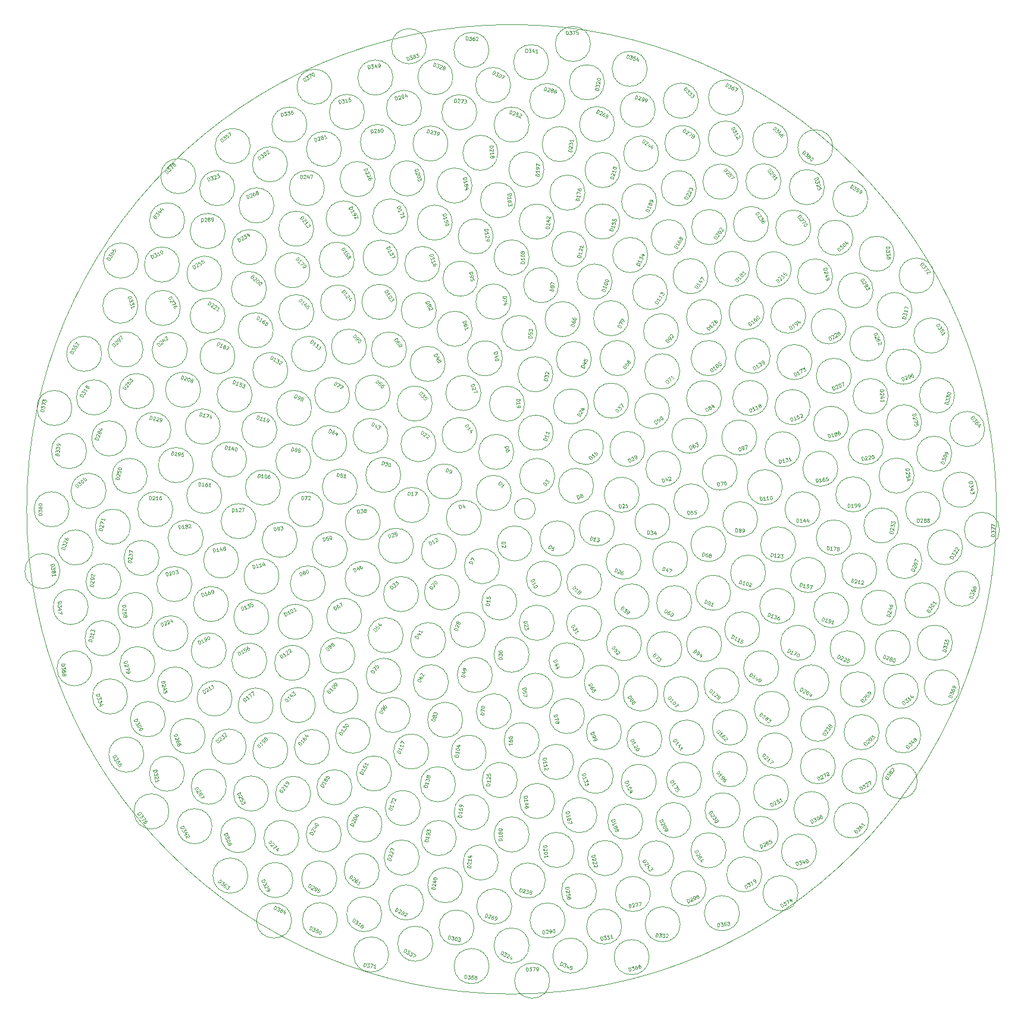
<source format=gto>
G04 #@! TF.GenerationSoftware,KiCad,Pcbnew,5.1.9+dfsg1-1+deb11u1*
G04 #@! TF.CreationDate,2024-07-30T12:34:42+01:00*
G04 #@! TF.ProjectId,sunflower,73756e66-6c6f-4776-9572-2e6b69636164,rev?*
G04 #@! TF.SameCoordinates,Original*
G04 #@! TF.FileFunction,Legend,Top*
G04 #@! TF.FilePolarity,Positive*
%FSLAX46Y46*%
G04 Gerber Fmt 4.6, Leading zero omitted, Abs format (unit mm)*
G04 Created by KiCad (PCBNEW 5.1.9+dfsg1-1+deb11u1) date 2024-07-30 12:34:42*
%MOMM*%
%LPD*%
G01*
G04 APERTURE LIST*
G04 #@! TA.AperFunction,Profile*
%ADD10C,0.050000*%
G04 #@! TD*
%ADD11C,0.120000*%
%ADD12C,0.100000*%
%ADD13C,1.800000*%
%ADD14R,1.800000X1.800000*%
G04 APERTURE END LIST*
D10*
X169000000Y-100000000D02*
G75*
G03*
X169000000Y-100000000I-69000000J0D01*
G01*
X103370000Y-99951320D02*
G75*
G03*
X103370000Y-99951320I-1500000J0D01*
G01*
D11*
X163727393Y-125361956D02*
G75*
G03*
X163727393Y-125361956I-2500000J0D01*
G01*
X51252721Y-143000656D02*
G75*
G03*
X51252721Y-143000656I-2500000J0D01*
G01*
X156985338Y-71637341D02*
G75*
G03*
X156985338Y-71637341I-2500000J0D01*
G01*
X151994458Y-137979152D02*
G75*
G03*
X151994458Y-137979152I-2499999J0D01*
G01*
X162626704Y-92084697D02*
G75*
G03*
X162626704Y-92084697I-2500000J0D01*
G01*
X94660904Y-159539954D02*
G75*
G03*
X94660904Y-159539954I-2500000J0D01*
G01*
X151748870Y-125637791D02*
G75*
G03*
X151748870Y-125637791I-2500000J0D01*
G01*
X49260013Y-122052239D02*
G75*
G03*
X49260013Y-122052239I-2500000J0D01*
G01*
X49140044Y-83175240D02*
G75*
G03*
X49140044Y-83175240I-2500000J0D01*
G01*
X153579665Y-83895021D02*
G75*
G03*
X153579665Y-83895021I-2500000J0D01*
G01*
X145690451Y-66859278D02*
G75*
G03*
X145690451Y-66859278I-2500000J0D01*
G01*
X99956393Y-97669214D02*
G75*
G03*
X99956393Y-97669214I-2500000J0D01*
G01*
X102925236Y-104860471D02*
G75*
G03*
X102925236Y-104860471I-2500000J0D01*
G01*
X106137700Y-95259258D02*
G75*
G03*
X106137700Y-95259258I-2500000J0D01*
G01*
X95704826Y-101198172D02*
G75*
G03*
X95704826Y-101198172I-2500000J0D01*
G01*
X109006287Y-104144964D02*
G75*
G03*
X109006287Y-104144964I-2499999J0D01*
G01*
X100312789Y-91837212D02*
G75*
G03*
X100312789Y-91837212I-2500000J0D01*
G01*
X98285230Y-108096494D02*
G75*
G03*
X98285230Y-108096494I-2500000J0D01*
G01*
X111669590Y-96662544D02*
G75*
G03*
X111669590Y-96662544I-2500000J0D01*
G01*
X92937848Y-96039224D02*
G75*
G03*
X92937848Y-96039224I-2500000J0D01*
G01*
X107110702Y-109887690D02*
G75*
G03*
X107110702Y-109887690I-2500000J0D01*
G01*
X105940786Y-89087233D02*
G75*
G03*
X105940786Y-89087233I-2500000J0D01*
G01*
X92149998Y-105975572D02*
G75*
G03*
X92149998Y-105975572I-2500000J0D01*
G01*
X114644293Y-102692330D02*
G75*
G03*
X114644293Y-102692330I-2500000J0D01*
G01*
X95095868Y-89425794D02*
G75*
G03*
X95095868Y-89425794I-2500000J0D01*
G01*
X100755931Y-113247480D02*
G75*
G03*
X100755931Y-113247480I-2500000J0D01*
G01*
X113071417Y-91129536D02*
G75*
G03*
X113071417Y-91129536I-2500000J0D01*
G01*
X88288826Y-99379520D02*
G75*
G03*
X88288826Y-99379520I-2500001J0D01*
G01*
X112849995Y-110350005D02*
G75*
G03*
X112849995Y-110350005I-2500000J0D01*
G01*
X101844051Y-84976111D02*
G75*
G03*
X101844051Y-84976111I-2500000J0D01*
G01*
X92582508Y-111819194D02*
G75*
G03*
X92582508Y-111819194I-2500000J0D01*
G01*
X118174632Y-97936405D02*
G75*
G03*
X118174632Y-97936405I-2500000J0D01*
G01*
X89244541Y-90718416D02*
G75*
G03*
X89244541Y-90718416I-2500000J0D01*
G01*
X106081117Y-116153424D02*
G75*
G03*
X106081117Y-116153424I-2500000J0D01*
G01*
X110950749Y-85362895D02*
G75*
G03*
X110950749Y-85362895I-2500000J0D01*
G01*
X86048379Y-105187164D02*
G75*
G03*
X86048379Y-105187164I-2500000J0D01*
G01*
X118443414Y-107434550D02*
G75*
G03*
X118443414Y-107434550I-2500000J0D01*
G01*
X95639752Y-83437860D02*
G75*
G03*
X95639752Y-83437860I-2500000J0D01*
G01*
X96256175Y-117154727D02*
G75*
G03*
X96256175Y-117154727I-2500000J0D01*
G01*
X118979620Y-91421270D02*
G75*
G03*
X118979620Y-91421270I-2500000J0D01*
G01*
X84247456Y-95109229D02*
G75*
G03*
X84247456Y-95109229I-2500000J0D01*
G01*
X112820860Y-116200536D02*
G75*
G03*
X112820860Y-116200536I-2500000J0D01*
G01*
X105888961Y-80780350D02*
G75*
G03*
X105888961Y-80780350I-2500000J0D01*
G01*
X86776724Y-112064871D02*
G75*
G03*
X86776724Y-112064871I-2500000J0D01*
G01*
X122540232Y-101753312D02*
G75*
G03*
X122540232Y-101753312I-2500000J0D01*
G01*
X88710897Y-84951806D02*
G75*
G03*
X88710897Y-84951806I-2500000J0D01*
G01*
X102499979Y-120700000D02*
G75*
G03*
X102499979Y-120700000I-2500000J0D01*
G01*
X116677635Y-84527858D02*
G75*
G03*
X116677635Y-84527858I-2500000J0D01*
G01*
X81313698Y-101853539D02*
G75*
G03*
X81313698Y-101853539I-2500000J0D01*
G01*
X119592976Y-113115932D02*
G75*
G03*
X119592976Y-113115932I-2500000J0D01*
G01*
X98711070Y-78511770D02*
G75*
G03*
X98711070Y-78511770I-2500000J0D01*
G01*
X90630612Y-118631160D02*
G75*
G03*
X90630612Y-118631160I-2500000J0D01*
G01*
X124096713Y-94213205D02*
G75*
G03*
X124096713Y-94213205I-2500000J0D01*
G01*
X82433022Y-89553762D02*
G75*
G03*
X82433022Y-89553762I-2500000J0D01*
G01*
X110327006Y-121504604D02*
G75*
G03*
X110327006Y-121504604I-2500000J0D01*
G01*
X111356586Y-78618387D02*
G75*
G03*
X111356586Y-78618387I-2500000J0D01*
G01*
X81293257Y-109888834D02*
G75*
G03*
X81293257Y-109888834I-2500000J0D01*
G01*
X125057312Y-107112326D02*
G75*
G03*
X125057312Y-107112326I-2500000J0D01*
G01*
X90548877Y-79299984D02*
G75*
G03*
X90548877Y-79299984I-2500000J0D01*
G01*
X97272951Y-123577541D02*
G75*
G03*
X97272951Y-123577541I-2500000J0D01*
G01*
X122483384Y-86007525D02*
G75*
G03*
X122483384Y-86007525I-2500000J0D01*
G01*
X78072857Y-96784070D02*
G75*
G03*
X78072857Y-96784070I-2500000J0D01*
G01*
X118491438Y-119057910D02*
G75*
G03*
X118491438Y-119057910I-2500000J0D01*
G01*
X103595598Y-74907528D02*
G75*
G03*
X103595598Y-74907528I-2500000J0D01*
G01*
X84573247Y-117926699D02*
G75*
G03*
X84573247Y-117926699I-2500000J0D01*
G01*
X128061534Y-98883999D02*
G75*
G03*
X128061534Y-98883999I-2500000J0D01*
G01*
X82722723Y-83404841D02*
G75*
G03*
X82722723Y-83404841I-2500000J0D01*
G01*
X105899765Y-125824099D02*
G75*
G03*
X105899765Y-125824099I-2500000J0D01*
G01*
X117570421Y-78477282D02*
G75*
G03*
X117570421Y-78477282I-2500000J0D01*
G01*
X76628192Y-105735597D02*
G75*
G03*
X76628192Y-105735597I-2500000J0D01*
G01*
X125643281Y-113361831D02*
G75*
G03*
X125643281Y-113361831I-2500000J0D01*
G01*
X94397417Y-74301738D02*
G75*
G03*
X94397417Y-74301738I-2500000J0D01*
G01*
X91019395Y-124620128D02*
G75*
G03*
X91019395Y-124620128I-2500001J0D01*
G01*
X127799099Y-89520823D02*
G75*
G03*
X127799099Y-89520823I-2500001J0D01*
G01*
X76564501Y-90560198D02*
G75*
G03*
X76564501Y-90560198I-2500000J0D01*
G01*
X115343396Y-124672043D02*
G75*
G03*
X115343396Y-124672043I-2500000J0D01*
G01*
X109754213Y-72927110D02*
G75*
G03*
X109754213Y-72927110I-2500000J0D01*
G01*
X78683047Y-115173010D02*
G75*
G03*
X78683047Y-115173010I-2500000J0D01*
G01*
X130517209Y-104940245D02*
G75*
G03*
X130517209Y-104940245I-2500000J0D01*
G01*
X85054249Y-77264164D02*
G75*
G03*
X85054249Y-77264164I-2500000J0D01*
G01*
X99984213Y-128754927D02*
G75*
G03*
X99984213Y-128754927I-2500000J0D01*
G01*
X123932851Y-80360489D02*
G75*
G03*
X123932851Y-80360489I-2500000J0D01*
G01*
X73225779Y-99999941D02*
G75*
G03*
X73225779Y-99999941I-2500000J0D01*
G01*
X124232546Y-119914290D02*
G75*
G03*
X124232546Y-119914290I-2500000J0D01*
G01*
X99913451Y-70434906D02*
G75*
G03*
X99913451Y-70434906I-2500000J0D01*
G01*
X84311452Y-123703675D02*
G75*
G03*
X84311452Y-123703675I-2500000J0D01*
G01*
X132119486Y-94777350D02*
G75*
G03*
X132119486Y-94777350I-2500000J0D01*
G01*
X76967517Y-83733937D02*
G75*
G03*
X76967517Y-83733937I-2500000J0D01*
G01*
X110386042Y-129431367D02*
G75*
G03*
X110386042Y-129431367I-2500000J0D01*
G01*
X116659244Y-72800491D02*
G75*
G03*
X116659244Y-72800491I-2500000J0D01*
G01*
X73503188Y-110553903D02*
G75*
G03*
X73503188Y-110553903I-2500000J0D01*
G01*
X131186433Y-111882385D02*
G75*
G03*
X131186433Y-111882385I-2500000J0D01*
G01*
X89297014Y-71685937D02*
G75*
G03*
X89297014Y-71685937I-2500000J0D01*
G01*
X93048448Y-129976252D02*
G75*
G03*
X93048448Y-129976252I-2500000J0D01*
G01*
X129883563Y-84190178D02*
G75*
G03*
X129883563Y-84190178I-2500000J0D01*
G01*
X71446551Y-93115539D02*
G75*
G03*
X71446551Y-93115539I-2500000J0D01*
G01*
X120850932Y-126207981D02*
G75*
G03*
X120850932Y-126207981I-2500000J0D01*
G01*
X106700340Y-68095852D02*
G75*
G03*
X106700340Y-68095852I-2500000J0D01*
G01*
X77707787Y-120803033D02*
G75*
G03*
X77707787Y-120803033I-2500000J0D01*
G01*
X135016254Y-101419771D02*
G75*
G03*
X135016254Y-101419771I-2500000J0D01*
G01*
X79356755Y-76856638D02*
G75*
G03*
X79356755Y-76856638I-2500000J0D01*
G01*
X103935470Y-132879582D02*
G75*
G03*
X103935470Y-132879582I-2500000J0D01*
G01*
X123770703Y-74650696D02*
G75*
G03*
X123770703Y-74650696I-2500000J0D01*
G01*
X69514028Y-104342598D02*
G75*
G03*
X69514028Y-104342598I-2500000J0D01*
G01*
X129899758Y-119185625D02*
G75*
G03*
X129899758Y-119185625I-2499999J0D01*
G01*
X95221993Y-67170621D02*
G75*
G03*
X95221993Y-67170621I-2500000J0D01*
G01*
X85598442Y-129274175D02*
G75*
G03*
X85598442Y-129274175I-2500000J0D01*
G01*
X134905956Y-89782538D02*
G75*
G03*
X134905956Y-89782538I-2500000J0D01*
G01*
X71546676Y-85566125D02*
G75*
G03*
X71546676Y-85566125I-2500000J0D01*
G01*
X115636311Y-131714111D02*
G75*
G03*
X115636311Y-131714111I-2499999J0D01*
G01*
X114299785Y-67580638D02*
G75*
G03*
X114299785Y-67580638I-2500000J0D01*
G01*
X71745452Y-116009694D02*
G75*
G03*
X71745452Y-116009694I-2500000J0D01*
G01*
X136156010Y-109018203D02*
G75*
G03*
X136156010Y-109018203I-2500000J0D01*
G01*
X83687251Y-70469711D02*
G75*
G03*
X83687251Y-70469711I-2500000J0D01*
G01*
X96390395Y-134648705D02*
G75*
G03*
X96390395Y-134648705I-2500000J0D01*
G01*
X130546675Y-78479160D02*
G75*
G03*
X130546675Y-78479160I-2500000J0D01*
G01*
X67115249Y-96904130D02*
G75*
G03*
X67115249Y-96904130I-2500000J0D01*
G01*
X126609761Y-126311345D02*
G75*
G03*
X126609761Y-126311345I-2500000J0D01*
G01*
X102500108Y-64146548D02*
G75*
G03*
X102500108Y-64146548I-2500000J0D01*
G01*
X78165797Y-126555961D02*
G75*
G03*
X78165797Y-126555961I-2500000J0D01*
G01*
X138546224Y-96846476D02*
G75*
G03*
X138546224Y-96846476I-2500000J0D01*
G01*
X73663257Y-77872647D02*
G75*
G03*
X73663257Y-77872647I-2500000J0D01*
G01*
X108840020Y-135956698D02*
G75*
G03*
X108840020Y-135956698I-2500000J0D01*
G01*
X122205025Y-69069522D02*
G75*
G03*
X122205025Y-69069522I-2500000J0D01*
G01*
X66919203Y-109533724D02*
G75*
G03*
X66919203Y-109533724I-2500000J0D01*
G01*
X135316799Y-117083478D02*
G75*
G03*
X135316799Y-117083478I-2500000J0D01*
G01*
X89791453Y-65083201D02*
G75*
G03*
X89791453Y-65083201I-2500000J0D01*
G01*
X88219115Y-134476787D02*
G75*
G03*
X88219115Y-134476787I-2500000J0D01*
G01*
X136465380Y-84161819D02*
G75*
G03*
X136465380Y-84161819I-2500000J0D01*
G01*
X66606846Y-88682801D02*
G75*
G03*
X66606846Y-88682801I-2500000J0D01*
G01*
X121396319Y-132729637D02*
G75*
G03*
X121396319Y-132729637I-2500000J0D01*
G01*
X110714009Y-62949594D02*
G75*
G03*
X110714009Y-62949594I-2500000J0D01*
G01*
X71284912Y-121856882D02*
G75*
G03*
X71284912Y-121856882I-2500000J0D01*
G01*
X140434994Y-104994369D02*
G75*
G03*
X140434994Y-104994369I-2500000J0D01*
G01*
X77805761Y-70570345D02*
G75*
G03*
X77805761Y-70570345I-2500000J0D01*
G01*
X100817371Y-138535455D02*
G75*
G03*
X100817371Y-138535455I-2500000J0D01*
G01*
X129883622Y-72616570D02*
G75*
G03*
X129883622Y-72616570I-2500000J0D01*
G01*
X63657473Y-101695763D02*
G75*
G03*
X63657473Y-101695763I-2500000J0D01*
G01*
X132400382Y-125089582D02*
G75*
G03*
X132400382Y-125089582I-2500000J0D01*
G01*
X97385541Y-61150743D02*
G75*
G03*
X97385541Y-61150743I-2500000J0D01*
G01*
X79937650Y-132222126D02*
G75*
G03*
X79937650Y-132222126I-2500000J0D01*
G01*
X141051085Y-91453578D02*
G75*
G03*
X141051085Y-91453578I-2500000J0D01*
G01*
X68173006Y-80181132D02*
G75*
G03*
X68173006Y-80181132I-2500000J0D01*
G01*
X114464143Y-137945906D02*
G75*
G03*
X114464143Y-137945906I-2500000J0D01*
G01*
X119378088Y-63805178D02*
G75*
G03*
X119378088Y-63805178I-2500000J0D01*
G01*
X65465882Y-115339870D02*
G75*
G03*
X65465882Y-115339870I-2500000J0D01*
G01*
X140307135Y-113760834D02*
G75*
G03*
X140307135Y-113760834I-2500000J0D01*
G01*
X83854167Y-64181354D02*
G75*
G03*
X83854167Y-64181354I-2500000J0D01*
G01*
X92010347Y-139147314D02*
G75*
G03*
X92010347Y-139147314I-2500000J0D01*
G01*
X136804948Y-78145525D02*
G75*
G03*
X136804948Y-78145525I-2500000J0D01*
G01*
X62299239Y-92911359D02*
G75*
G03*
X62299239Y-92911359I-2500000J0D01*
G01*
X127438685Y-132500992D02*
G75*
G03*
X127438685Y-132500992I-2500000J0D01*
G01*
X106083265Y-59044961D02*
G75*
G03*
X106083265Y-59044961I-2500000J0D01*
G01*
X72082775Y-127872028D02*
G75*
G03*
X72082775Y-127872028I-2500000J0D01*
G01*
X143900000Y-100000166D02*
G75*
G03*
X143900000Y-100000166I-2500000J0D01*
G01*
X71871032Y-71933493D02*
G75*
G03*
X71871032Y-71933493I-2500000J0D01*
G01*
X106133049Y-141527894D02*
G75*
G03*
X106133049Y-141527894I-2500000J0D01*
G01*
X127964034Y-66814906D02*
G75*
G03*
X127964034Y-66814906I-2500000J0D01*
G01*
X61166543Y-107288028D02*
G75*
G03*
X61166543Y-107288028I-2500000J0D01*
G01*
X138017327Y-122627240D02*
G75*
G03*
X138017327Y-122627240I-2500000J0D01*
G01*
X91564109Y-59186016D02*
G75*
G03*
X91564109Y-59186016I-2500000J0D01*
G01*
X82924328Y-137604129D02*
G75*
G03*
X82924328Y-137604129I-2500000J0D01*
G01*
X142469377Y-85452529D02*
G75*
G03*
X142469377Y-85452529I-2500000J0D01*
G01*
X63074302Y-83669144D02*
G75*
G03*
X63074302Y-83669144I-2500000J0D01*
G01*
X120593547Y-138802172D02*
G75*
G03*
X120593547Y-138802172I-2500000J0D01*
G01*
X115416139Y-59035859D02*
G75*
G03*
X115416139Y-59035859I-2500000J0D01*
G01*
X65182450Y-121545081D02*
G75*
G03*
X65182450Y-121545081I-2500000J0D01*
G01*
X144703650Y-109356518D02*
G75*
G03*
X144703650Y-109356518I-2500000J0D01*
G01*
X77626540Y-64476684D02*
G75*
G03*
X77626540Y-64476684I-2500000J0D01*
G01*
X96821548Y-143130647D02*
G75*
G03*
X96821548Y-143130647I-2500000J0D01*
G01*
X135929868Y-71949263D02*
G75*
G03*
X135929868Y-71949263I-2499999J0D01*
G01*
X58766081Y-98090339D02*
G75*
G03*
X58766081Y-98090339I-2500000J0D01*
G01*
X133549860Y-131050140D02*
G75*
G03*
X133549860Y-131050140I-2500000J0D01*
G01*
X100578912Y-55995263D02*
G75*
G03*
X100578912Y-55995263I-2500000J0D01*
G01*
X74100487Y-133844906D02*
G75*
G03*
X74100487Y-133844906I-2500000J0D01*
G01*
X146436949Y-94215797D02*
G75*
G03*
X146436949Y-94215797I-2500000J0D01*
G01*
X66088695Y-74504278D02*
G75*
G03*
X66088695Y-74504278I-2500000J0D01*
G01*
X112149504Y-143527056D02*
G75*
G03*
X112149504Y-143527056I-2500001J0D01*
G01*
X124858737Y-61273951D02*
G75*
G03*
X124858737Y-61273951I-2500000J0D01*
G01*
X59725731Y-113486453D02*
G75*
G03*
X59725731Y-113486453I-2500000J0D01*
G01*
X143267896Y-119010618D02*
G75*
G03*
X143267896Y-119010618I-2499999J0D01*
G01*
X85235588Y-58319458D02*
G75*
G03*
X85235588Y-58319458I-2500000J0D01*
G01*
X87024641Y-142517564D02*
G75*
G03*
X87024641Y-142517564I-2500000J0D01*
G01*
X142750582Y-79047120D02*
G75*
G03*
X142750582Y-79047120I-2500000J0D01*
G01*
X58542100Y-88221287D02*
G75*
G03*
X58542100Y-88221287I-2500000J0D01*
G01*
X127021742Y-138491839D02*
G75*
G03*
X127021742Y-138491839I-2500000J0D01*
G01*
X110447998Y-54925957D02*
G75*
G03*
X110447998Y-54925957I-2500000J0D01*
G01*
X66085527Y-127941522D02*
G75*
G03*
X66085527Y-127941522I-2500000J0D01*
G01*
X148353568Y-104011897D02*
G75*
G03*
X148353568Y-104011897I-2500000J0D01*
G01*
X71316376Y-65968704D02*
G75*
G03*
X71316376Y-65968704I-2500000J0D01*
G01*
X102499767Y-146286607D02*
G75*
G03*
X102499767Y-146286607I-2500000J0D01*
G01*
X133857694Y-65779429D02*
G75*
G03*
X133857694Y-65779429I-2500000J0D01*
G01*
X56134045Y-104056258D02*
G75*
G03*
X56134045Y-104056258I-2500000J0D01*
G01*
X139526239Y-128411533D02*
G75*
G03*
X139526239Y-128411533I-2500001J0D01*
G01*
X94373836Y-53912849D02*
G75*
G03*
X94373836Y-53912849I-2500000J0D01*
G01*
X77286972Y-139576075D02*
G75*
G03*
X77286972Y-139576075I-2500000J0D01*
G01*
X147948541Y-87822353D02*
G75*
G03*
X147948541Y-87822353I-2500000J0D01*
G01*
X60652681Y-78215387D02*
G75*
G03*
X60652681Y-78215387I-2500000J0D01*
G01*
X118678693Y-144451320D02*
G75*
G03*
X118678693Y-144451320I-2500000J0D01*
G01*
X120650776Y-56180805D02*
G75*
G03*
X120650776Y-56180805I-2500000J0D01*
G01*
X59400455Y-120097369D02*
G75*
G03*
X59400455Y-120097369I-2500000J0D01*
G01*
X147973099Y-114337880D02*
G75*
G03*
X147973099Y-114337880I-2500000J0D01*
G01*
X78597921Y-58599872D02*
G75*
G03*
X78597921Y-58599872I-2500000J0D01*
G01*
X92126028Y-146792769D02*
G75*
G03*
X92126028Y-146792769I-2500000J0D01*
G01*
X141862813Y-72438179D02*
G75*
G03*
X141862813Y-72438179I-2500000J0D01*
G01*
X54735564Y-93711428D02*
G75*
G03*
X54735564Y-93711428I-2500000J0D01*
G01*
X133546439Y-137000117D02*
G75*
G03*
X133546439Y-137000117I-2500000J0D01*
G01*
X104612450Y-51623042D02*
G75*
G03*
X104612450Y-51623042I-2500000J0D01*
G01*
X68172744Y-134326877D02*
G75*
G03*
X68172744Y-134326877I-2500000J0D01*
G01*
X151121930Y-97877391D02*
G75*
G03*
X151121930Y-97877391I-2500000J0D01*
G01*
X65124585Y-68637947D02*
G75*
G03*
X65124585Y-68637947I-2500000J0D01*
G01*
X108884050Y-148493777D02*
G75*
G03*
X108884050Y-148493777I-2500000J0D01*
G01*
X130624809Y-59834092D02*
G75*
G03*
X130624809Y-59834092I-2500000J0D01*
G01*
X54510174Y-110638803D02*
G75*
G03*
X54510174Y-110638803I-2500000J0D01*
G01*
X145174002Y-124638171D02*
G75*
G03*
X145174002Y-124638171I-2499999J0D01*
G01*
X87646461Y-52889652D02*
G75*
G03*
X87646461Y-52889652I-2500000J0D01*
G01*
X81573031Y-144877355D02*
G75*
G03*
X81573031Y-144877355I-2500000J0D01*
G01*
X148358585Y-81005063D02*
G75*
G03*
X148358585Y-81005063I-2500000J0D01*
G01*
X55744182Y-82981966D02*
G75*
G03*
X55744182Y-82981966I-2500000J0D01*
G01*
X125529949Y-144240750D02*
G75*
G03*
X125529949Y-144240750I-2500000J0D01*
G01*
X115440006Y-51708373D02*
G75*
G03*
X115440006Y-51708373I-2500000J0D01*
G01*
X60234001Y-126926061D02*
G75*
G03*
X60234001Y-126926061I-2500001J0D01*
G01*
X151969558Y-108723120D02*
G75*
G03*
X151969558Y-108723120I-2500000J0D01*
G01*
X71848435Y-60053610D02*
G75*
G03*
X71848435Y-60053610I-2500000J0D01*
G01*
X98101023Y-150277072D02*
G75*
G03*
X98101023Y-150277072I-2500000J0D01*
G01*
X139796801Y-65824189D02*
G75*
G03*
X139796801Y-65824189I-2499999J0D01*
G01*
X51795562Y-99999694D02*
G75*
G03*
X51795562Y-99999694I-2500000J0D01*
G01*
X139969460Y-134334852D02*
G75*
G03*
X139969460Y-134334852I-2500000J0D01*
G01*
X98060714Y-49255170D02*
G75*
G03*
X98060714Y-49255170I-2500000J0D01*
G01*
X71419232Y-140504733D02*
G75*
G03*
X71419232Y-140504733I-2500000J0D01*
G01*
X152894410Y-91114425D02*
G75*
G03*
X152894410Y-91114425I-2500000J0D01*
G01*
X59244363Y-72442744D02*
G75*
G03*
X59244363Y-72442744I-2500000J0D01*
G01*
X115803987Y-149652381D02*
G75*
G03*
X115803987Y-149652381I-2500001J0D01*
G01*
X126289336Y-54301805D02*
G75*
G03*
X126289336Y-54301805I-2500000J0D01*
G01*
X53978981Y-117659863D02*
G75*
G03*
X53978981Y-117659863I-2500000J0D01*
G01*
X150310641Y-119804168D02*
G75*
G03*
X150310641Y-119804168I-2500000J0D01*
G01*
X80581254Y-52994324D02*
G75*
G03*
X80581254Y-52994324I-2500000J0D01*
G01*
X86869151Y-149573623D02*
G75*
G03*
X86869151Y-149573623I-2500000J0D01*
G01*
X147614769Y-73953358D02*
G75*
G03*
X147614769Y-73953358I-2499999J0D01*
G01*
X51529637Y-88699800D02*
G75*
G03*
X51529637Y-88699800I-2500001J0D01*
G01*
X132510300Y-142859735D02*
G75*
G03*
X132510300Y-142859735I-2500000J0D01*
G01*
X109344536Y-48013176D02*
G75*
G03*
X109344536Y-48013176I-2500000J0D01*
G01*
X62245040Y-133777479D02*
G75*
G03*
X62245040Y-133777479I-2500001J0D01*
G01*
X155111827Y-102297425D02*
G75*
G03*
X155111827Y-102297425I-2500000J0D01*
G01*
X65182788Y-62682300D02*
G75*
G03*
X65182788Y-62682300I-2500000J0D01*
G01*
X104806574Y-152837176D02*
G75*
G03*
X104806574Y-152837176I-2500000J0D01*
G01*
X136567950Y-59399941D02*
G75*
G03*
X136567950Y-59399941I-2500000J0D01*
G01*
X49842260Y-106932168D02*
G75*
G03*
X49842260Y-106932168I-2500000J0D01*
G01*
X146098352Y-130528326D02*
G75*
G03*
X146098352Y-130528326I-2500000J0D01*
G01*
X90956388Y-47928486D02*
G75*
G03*
X90956388Y-47928486I-2500000J0D01*
G01*
X75776105Y-146286428D02*
G75*
G03*
X75776105Y-146286428I-2500000J0D01*
G01*
X53859154Y-77318001D02*
G75*
G03*
X53859154Y-77318001I-2500000J0D01*
G01*
X123080446Y-149686545D02*
G75*
G03*
X123080446Y-149686545I-2500000J0D01*
G01*
X120932058Y-49359411D02*
G75*
G03*
X120932058Y-49359411I-2500000J0D01*
G01*
X54600320Y-124934578D02*
G75*
G03*
X54600320Y-124934578I-2500000J0D01*
G01*
X154767248Y-114005352D02*
G75*
G03*
X154767248Y-114005352I-2500001J0D01*
G01*
X73367390Y-54270266D02*
G75*
G03*
X73367390Y-54270266I-2500000J0D01*
G01*
X93065210Y-153505184D02*
G75*
G03*
X93065210Y-153505184I-2500000J0D01*
G01*
X48158320Y-95245337D02*
G75*
G03*
X48158320Y-95245337I-2500000J0D01*
G01*
X139426316Y-140298569D02*
G75*
G03*
X139426316Y-140298569I-2500000J0D01*
G01*
X102500385Y-45232948D02*
G75*
G03*
X102500385Y-45232948I-2500000J0D01*
G01*
X65426290Y-140458281D02*
G75*
G03*
X65426290Y-140458281I-2500000J0D01*
G01*
X157274756Y-95208221D02*
G75*
G03*
X157274756Y-95208221I-2500000J0D01*
G01*
X58792752Y-66461754D02*
G75*
G03*
X58792752Y-66461754I-2500000J0D01*
G01*
X112084991Y-154361456D02*
G75*
G03*
X112084991Y-154361456I-2500000J0D01*
G01*
X132217144Y-53354166D02*
G75*
G03*
X132217144Y-53354166I-2500000J0D01*
G01*
X48972919Y-114342125D02*
G75*
G03*
X48972919Y-114342125I-2500000J0D01*
G01*
X83473943Y-47725157D02*
G75*
G03*
X83473943Y-47725157I-2500000J0D01*
G01*
X81170206Y-151493615D02*
G75*
G03*
X81170206Y-151493615I-2500000J0D01*
G01*
X153111235Y-76400044D02*
G75*
G03*
X153111235Y-76400044I-2500000J0D01*
G01*
X130527575Y-148546010D02*
G75*
G03*
X130527575Y-148546010I-2500000J0D01*
G01*
X114656072Y-45169421D02*
G75*
G03*
X114656072Y-45169421I-2500000J0D01*
G01*
X56407879Y-132273540D02*
G75*
G03*
X56407879Y-132273540I-2500000J0D01*
G01*
X158391127Y-107358630D02*
G75*
G03*
X158391127Y-107358630I-2500000J0D01*
G01*
X66196365Y-56734355D02*
G75*
G03*
X66196365Y-56734355I-2500000J0D01*
G01*
X100031406Y-156530333D02*
G75*
G03*
X100031406Y-156530333I-2499999J0D01*
G01*
X142585680Y-59914925D02*
G75*
G03*
X142585680Y-59914925I-2500000J0D01*
G01*
X45759869Y-102476897D02*
G75*
G03*
X45759869Y-102476897I-2500000J0D01*
G01*
X146086776Y-136574212D02*
G75*
G03*
X146086776Y-136574212I-2500000J0D01*
G01*
X95059999Y-43484260D02*
G75*
G03*
X95059999Y-43484260I-2499999J0D01*
G01*
X69744033Y-146779607D02*
G75*
G03*
X69744033Y-146779607I-2500000J0D01*
G01*
X158355725Y-87617534D02*
G75*
G03*
X158355725Y-87617534I-2500000J0D01*
G01*
X52863365Y-71341765D02*
G75*
G03*
X52863365Y-71341765I-2500000J0D01*
G01*
X119765936Y-154762030D02*
G75*
G03*
X119765936Y-154762030I-2500000J0D01*
G01*
X126810673Y-47866650D02*
G75*
G03*
X126810673Y-47866650I-2500000J0D01*
G01*
X156747870Y-119745090D02*
G75*
G03*
X156747870Y-119745090I-2500000J0D01*
G01*
X75796307Y-48701702D02*
G75*
G03*
X75796307Y-48701702I-2499999J0D01*
G01*
X87504787Y-155961135D02*
G75*
G03*
X87504787Y-155961135I-2500000J0D01*
G01*
X151448985Y-68816601D02*
G75*
G03*
X151448985Y-68816601I-2500000J0D01*
G01*
X45242930Y-89903566D02*
G75*
G03*
X45242930Y-89903566I-2500000J0D01*
G01*
X137955544Y-146207325D02*
G75*
G03*
X137955544Y-146207325I-2500000J0D01*
G01*
X107585549Y-41877266D02*
G75*
G03*
X107585549Y-41877266I-2500001J0D01*
G01*
X59408251Y-139485677D02*
G75*
G03*
X59408251Y-139485677I-2500000J0D01*
G01*
X161048441Y-100000471D02*
G75*
G03*
X161048441Y-100000471I-2500000J0D01*
G01*
X59259004Y-60376285D02*
G75*
G03*
X59259004Y-60376285I-2500000J0D01*
G01*
X107620046Y-158527858D02*
G75*
G03*
X107620046Y-158527858I-2500000J0D01*
G01*
X138327567Y-53309391D02*
G75*
G03*
X138327567Y-53309391I-2500000J0D01*
G01*
X44441929Y-110236716D02*
G75*
G03*
X44441929Y-110236716I-2500000J0D01*
G01*
X152305790Y-131730361D02*
G75*
G03*
X152305790Y-131730361I-2500000J0D01*
G01*
X87189984Y-42860361D02*
G75*
G03*
X87189984Y-42860361I-2500001J0D01*
G01*
X75138332Y-152560219D02*
G75*
G03*
X75138332Y-152560219I-2500000J0D01*
G01*
X158276605Y-79699498D02*
G75*
G03*
X158276605Y-79699498I-2500000J0D01*
G01*
X47569801Y-77246633D02*
G75*
G03*
X47569801Y-77246633I-2500000J0D01*
G01*
X127669103Y-153976488D02*
G75*
G03*
X127669103Y-153976488I-2500000J0D01*
G01*
X120439402Y-43105138D02*
G75*
G03*
X120439402Y-43105138I-2499999J0D01*
G01*
X50749750Y-129877443D02*
G75*
G03*
X50749750Y-129877443I-2500000J0D01*
G01*
X160936345Y-112955541D02*
G75*
G03*
X160936345Y-112955541I-2500000J0D01*
G01*
X68111864Y-50887770D02*
G75*
G03*
X68111864Y-50887770I-2500000J0D01*
G01*
X148580051Y-61334913D02*
G75*
G03*
X148580051Y-61334913I-2500000J0D01*
G01*
X42305709Y-97371347D02*
G75*
G03*
X42305709Y-97371347I-2500000J0D01*
G01*
X145173779Y-142674508D02*
G75*
G03*
X145173779Y-142674508I-2500000J0D01*
G01*
X99863774Y-39608628D02*
G75*
G03*
X99863774Y-39608628I-2500000J0D01*
G01*
X63580576Y-146381553D02*
G75*
G03*
X63580576Y-146381553I-2500000J0D01*
G01*
X52742125Y-65158519D02*
G75*
G03*
X52742125Y-65158519I-2500000J0D01*
G01*
X115667976Y-159399343D02*
G75*
G03*
X115667976Y-159399343I-2500000J0D01*
G01*
X132970035Y-47225414D02*
G75*
G03*
X132970035Y-47225414I-2500000J0D01*
G01*
X44288075Y-118353590D02*
G75*
G03*
X44288075Y-118353590I-2500000J0D01*
G01*
X157906135Y-125836896D02*
G75*
G03*
X157906135Y-125836896I-2500000J0D01*
G01*
X79068245Y-43429333D02*
G75*
G03*
X79068245Y-43429333I-2500000J0D01*
G01*
X81523895Y-157629793D02*
G75*
G03*
X81523895Y-157629793I-2500000J0D01*
G01*
X43074150Y-84076326D02*
G75*
G03*
X43074150Y-84076326I-2500000J0D01*
G01*
X135607386Y-151969207D02*
G75*
G03*
X135607386Y-151969207I-2500000J0D01*
G01*
X113217323Y-39222216D02*
G75*
G03*
X113217323Y-39222216I-2500000J0D01*
G01*
X53461040Y-137628219D02*
G75*
G03*
X53461040Y-137628219I-2500000J0D01*
G01*
X164172409Y-105396195D02*
G75*
G03*
X164172409Y-105396195I-2500000J0D01*
G01*
X60611055Y-54285410D02*
G75*
G03*
X60611055Y-54285410I-2500000J0D01*
G01*
X102499438Y-162100000D02*
G75*
G03*
X102499438Y-162100000I-2500000J0D01*
G01*
X144519261Y-54144857D02*
G75*
G03*
X144519261Y-54144857I-2499999J0D01*
G01*
X40445616Y-105428486D02*
G75*
G03*
X40445616Y-105428486I-2500000J0D01*
G01*
X91650651Y-38466988D02*
G75*
G03*
X91650651Y-38466988I-2500000J0D01*
G01*
X68876739Y-152776878D02*
G75*
G03*
X68876739Y-152776878I-2500000J0D01*
G01*
X163037004Y-83779757D02*
G75*
G03*
X163037004Y-83779757I-2500001J0D01*
G01*
X46825037Y-71016795D02*
G75*
G03*
X46825037Y-71016795I-2499999J0D01*
G01*
X123999520Y-159071149D02*
G75*
G03*
X123999520Y-159071149I-2500000J0D01*
G01*
X126592986Y-41835917D02*
G75*
G03*
X126592986Y-41835917I-2500000J0D01*
G01*
X45356093Y-126645992D02*
G75*
G03*
X45356093Y-126645992I-2500000J0D01*
G01*
X162722630Y-118988742D02*
G75*
G03*
X162722630Y-118988742I-2500000J0D01*
G01*
X70880742Y-45232651D02*
G75*
G03*
X70880742Y-45232651I-2500000J0D01*
G01*
X88791521Y-161832193D02*
G75*
G03*
X88791521Y-161832193I-2499999J0D01*
G01*
X154457092Y-63619983D02*
G75*
G03*
X154457092Y-63619983I-2500000J0D01*
G01*
X39522275Y-91708219D02*
G75*
G03*
X39522275Y-91708219I-2500000J0D01*
G01*
X143390380Y-148732196D02*
G75*
G03*
X143390380Y-148732196I-2500001J0D01*
G01*
X105279525Y-36352323D02*
G75*
G03*
X105279525Y-36352323I-2500000J0D01*
G01*
X57384965Y-145114173D02*
G75*
G03*
X57384965Y-145114173I-2500000J0D01*
G01*
X166334107Y-97213555D02*
G75*
G03*
X166334107Y-97213555I-2500000J0D01*
G01*
X53482768Y-58868856D02*
G75*
G03*
X53482768Y-58868856I-2500000J0D01*
G01*
X110863625Y-163532765D02*
G75*
G03*
X110863625Y-163532765I-2500000J0D01*
G01*
X139309036Y-47432330D02*
G75*
G03*
X139309036Y-47432330I-2500000J0D01*
G01*
X39756856Y-113909182D02*
G75*
G03*
X39756856Y-113909182I-2500000J0D01*
G01*
X158236143Y-132179999D02*
G75*
G03*
X158236143Y-132179999I-2500000J0D01*
G01*
X83119714Y-38531496D02*
G75*
G03*
X83119714Y-38531496I-2500000J0D01*
G01*
X75222128Y-158496092D02*
G75*
G03*
X75222128Y-158496092I-2500000J0D01*
G01*
X162215870Y-75265563D02*
G75*
G03*
X162215870Y-75265563I-2500000J0D01*
G01*
X41676040Y-77861212D02*
G75*
G03*
X41676040Y-77861212I-2500000J0D01*
G01*
X132429801Y-157495996D02*
G75*
G03*
X132429801Y-157495996I-2500000J0D01*
G01*
X119300918Y-37300604D02*
G75*
G03*
X119300918Y-37300604I-2500001J0D01*
G01*
X47676696Y-134925533D02*
G75*
G03*
X47676696Y-134925533I-2500000J0D01*
G01*
X166605425Y-111304173D02*
G75*
G03*
X166605425Y-111304173I-2499999J0D01*
G01*
X62817896Y-48284208D02*
G75*
G03*
X62817896Y-48284208I-2500000J0D01*
G01*
X96810079Y-165028608D02*
G75*
G03*
X96810079Y-165028608I-2500000J0D01*
G01*
X150694912Y-55838388D02*
G75*
G03*
X150694912Y-55838388I-2500000J0D01*
G01*
X37040852Y-99999342D02*
G75*
G03*
X37040852Y-99999342I-2500000J0D01*
G01*
X150828083Y-144285425D02*
G75*
G03*
X150828083Y-144285425I-2500000J0D01*
G01*
X96779695Y-34608998D02*
G75*
G03*
X96779695Y-34608998I-2500000J0D01*
G01*
X62484774Y-152147763D02*
G75*
G03*
X62484774Y-152147763I-2500000J0D01*
G01*
X167321940Y-88570822D02*
G75*
G03*
X167321940Y-88570822I-2500000J0D01*
G01*
X46910611Y-64584857D02*
G75*
G03*
X46910611Y-64584857I-2500000J0D01*
G01*
X119582024Y-163753584D02*
G75*
G03*
X119582024Y-163753584I-2500001J0D01*
G01*
X133018717Y-41375556D02*
G75*
G03*
X133018717Y-41375556I-2500000J0D01*
G01*
X40308584Y-122635100D02*
G75*
G03*
X40308584Y-122635100I-2500000J0D01*
G01*
X74454797Y-39855245D02*
G75*
G03*
X74454797Y-39855245I-2500000J0D01*
G01*
X82516934Y-163375899D02*
G75*
G03*
X82516934Y-163375899I-2500000J0D01*
G01*
X160126707Y-66730004D02*
G75*
G03*
X160126707Y-66730004I-2500000J0D01*
G01*
X37448993Y-85577828D02*
G75*
G03*
X37448993Y-85577828I-2500000J0D01*
G01*
X140768348Y-154654080D02*
G75*
G03*
X140768348Y-154654080I-2500000J0D01*
G01*
X111221013Y-33762689D02*
G75*
G03*
X111221013Y-33762689I-2500000J0D01*
G01*
X169423096Y-102922631D02*
G75*
G03*
X169423096Y-102922631I-2500000J0D01*
G01*
X55070842Y-52569841D02*
G75*
G03*
X55070842Y-52569841I-2500000J0D01*
G01*
X105428957Y-167100437D02*
G75*
G03*
X105428957Y-167100437I-2500000J0D01*
G01*
X145729865Y-48481763D02*
G75*
G03*
X145729865Y-48481763I-2500000J0D01*
G01*
X35734707Y-108789095D02*
G75*
G03*
X35734707Y-108789095I-2500000J0D01*
G01*
X157734707Y-138676636D02*
G75*
G03*
X157734707Y-138676636I-2500000J0D01*
G01*
X87887171Y-34082455D02*
G75*
G03*
X87887171Y-34082455I-2499999J0D01*
G01*
X68696414Y-158548079D02*
G75*
G03*
X68696414Y-158548079I-2500000J0D01*
G01*
D12*
X162594941Y-126832468D02*
X162133001Y-126641126D01*
X162178558Y-126531141D01*
X162227890Y-126474261D01*
X162290107Y-126448490D01*
X162343213Y-126444715D01*
X162440313Y-126459164D01*
X162506305Y-126486499D01*
X162585182Y-126544942D01*
X162620064Y-126585162D01*
X162645836Y-126647379D01*
X162640498Y-126722482D01*
X162594941Y-126832468D01*
X162306120Y-126223181D02*
X162424569Y-125937218D01*
X162536766Y-126164090D01*
X162564100Y-126098099D01*
X162604320Y-126063216D01*
X162635429Y-126050330D01*
X162688535Y-126046556D01*
X162798520Y-126092114D01*
X162833403Y-126132334D01*
X162846289Y-126163443D01*
X162850063Y-126216548D01*
X162795394Y-126348531D01*
X162755174Y-126383414D01*
X162724065Y-126396300D01*
X162588576Y-125541270D02*
X162552130Y-125629258D01*
X162555904Y-125682364D01*
X162568790Y-125713473D01*
X162616558Y-125784801D01*
X162695435Y-125843245D01*
X162871413Y-125916137D01*
X162924518Y-125912363D01*
X162955627Y-125899477D01*
X162995847Y-125864594D01*
X163032293Y-125776606D01*
X163028519Y-125723500D01*
X163015633Y-125692391D01*
X162980751Y-125652171D01*
X162870765Y-125606614D01*
X162817659Y-125610388D01*
X162786551Y-125623273D01*
X162746330Y-125658156D01*
X162709884Y-125746145D01*
X162713658Y-125799250D01*
X162726544Y-125830359D01*
X162761427Y-125870579D01*
X163159854Y-125468646D02*
X163196300Y-125380657D01*
X163192526Y-125327552D01*
X163179641Y-125296443D01*
X163131872Y-125225114D01*
X163052995Y-125166671D01*
X162877018Y-125093779D01*
X162823912Y-125097553D01*
X162792804Y-125110439D01*
X162752584Y-125145321D01*
X162716138Y-125233310D01*
X162719912Y-125286416D01*
X162732797Y-125317524D01*
X162767680Y-125357744D01*
X162877666Y-125403302D01*
X162930771Y-125399528D01*
X162961880Y-125386642D01*
X163002100Y-125351760D01*
X163038546Y-125263771D01*
X163034772Y-125210665D01*
X163021887Y-125179557D01*
X162987004Y-125139336D01*
X46777719Y-143363929D02*
X47187295Y-143077140D01*
X47255578Y-143174658D01*
X47277045Y-143246826D01*
X47265350Y-143313146D01*
X47240000Y-143359963D01*
X47175642Y-143434093D01*
X47117131Y-143475063D01*
X47025460Y-143510185D01*
X46972796Y-143517995D01*
X46906476Y-143506301D01*
X46846002Y-143461447D01*
X46777719Y-143363929D01*
X47446771Y-143447709D02*
X47624306Y-143701256D01*
X47372681Y-143673983D01*
X47413651Y-143732494D01*
X47421460Y-143785158D01*
X47415613Y-143818318D01*
X47390263Y-143865135D01*
X47292745Y-143933418D01*
X47240081Y-143941228D01*
X47206921Y-143935381D01*
X47160104Y-143910030D01*
X47078164Y-143793008D01*
X47070355Y-143740344D01*
X47076202Y-143707184D01*
X47719902Y-143837781D02*
X47911094Y-144110832D01*
X47378609Y-144222088D01*
X48143256Y-144442394D02*
X48088630Y-144364379D01*
X48041813Y-144339029D01*
X48008653Y-144333182D01*
X47922829Y-144335144D01*
X47831158Y-144370267D01*
X47675129Y-144479519D01*
X47649778Y-144526336D01*
X47643931Y-144559496D01*
X47651741Y-144612160D01*
X47706367Y-144690175D01*
X47753184Y-144715525D01*
X47786344Y-144721372D01*
X47839008Y-144713563D01*
X47936526Y-144645280D01*
X47961877Y-144598463D01*
X47967724Y-144565303D01*
X47959914Y-144512639D01*
X47905288Y-144434625D01*
X47858471Y-144409274D01*
X47825311Y-144403427D01*
X47772647Y-144411236D01*
X156066087Y-72875817D02*
X155579902Y-72759094D01*
X155607694Y-72643336D01*
X155647520Y-72579439D01*
X155704940Y-72544252D01*
X155756801Y-72532217D01*
X155854966Y-72531298D01*
X155924421Y-72547973D01*
X156011470Y-72593357D01*
X156052215Y-72627625D01*
X156087402Y-72685045D01*
X156093879Y-72760058D01*
X156066087Y-72875817D01*
X155685509Y-72319212D02*
X155757766Y-72018241D01*
X155904071Y-72224768D01*
X155920746Y-72155313D01*
X155955014Y-72114568D01*
X155983724Y-72096975D01*
X156035586Y-72084939D01*
X156151344Y-72112731D01*
X156192089Y-72146999D01*
X156209682Y-72175709D01*
X156221718Y-72227570D01*
X156188368Y-72366480D01*
X156154100Y-72407225D01*
X156125390Y-72424819D01*
X156355115Y-71671930D02*
X156288416Y-71949750D01*
X156321766Y-71810840D02*
X155835581Y-71694117D01*
X155893919Y-71757095D01*
X155929106Y-71814515D01*
X155941141Y-71866377D01*
X155907838Y-71393146D02*
X155985653Y-71069023D01*
X156421814Y-71394110D01*
X149736483Y-139972645D02*
X149475233Y-139546325D01*
X149576738Y-139484123D01*
X149650082Y-139467103D01*
X149715564Y-139482824D01*
X149760746Y-139510985D01*
X149830809Y-139579748D01*
X149868130Y-139640651D01*
X149897591Y-139734296D01*
X149902171Y-139787338D01*
X149886450Y-139852821D01*
X149837988Y-139910443D01*
X149736483Y-139972645D01*
X149860952Y-139309957D02*
X150124864Y-139148231D01*
X150082281Y-139397722D01*
X150143184Y-139360400D01*
X150196226Y-139355821D01*
X150228968Y-139363681D01*
X150274149Y-139391843D01*
X150336352Y-139493347D01*
X150340932Y-139546390D01*
X150333071Y-139579131D01*
X150304910Y-139624313D01*
X150183104Y-139698956D01*
X150130061Y-139703535D01*
X150097320Y-139695675D01*
X150312153Y-139089309D02*
X150320013Y-139056568D01*
X150348175Y-139011386D01*
X150449679Y-138949184D01*
X150502722Y-138944604D01*
X150535463Y-138952465D01*
X150580645Y-138980626D01*
X150605526Y-139021228D01*
X150622546Y-139094571D01*
X150528220Y-139487468D01*
X150792132Y-139325742D01*
X150672990Y-138812339D02*
X150957203Y-138638173D01*
X151035744Y-139176457D01*
X161494252Y-93555209D02*
X161032312Y-93363867D01*
X161077869Y-93253882D01*
X161127201Y-93197002D01*
X161189418Y-93171231D01*
X161242524Y-93167456D01*
X161339624Y-93181905D01*
X161405616Y-93209240D01*
X161484493Y-93267683D01*
X161519375Y-93307903D01*
X161545147Y-93370120D01*
X161539809Y-93445223D01*
X161494252Y-93555209D01*
X161205431Y-92945922D02*
X161323880Y-92659959D01*
X161436077Y-92886831D01*
X161463411Y-92820840D01*
X161503631Y-92785957D01*
X161534740Y-92773071D01*
X161587846Y-92769297D01*
X161697831Y-92814855D01*
X161732714Y-92855075D01*
X161745600Y-92886184D01*
X161749374Y-92939289D01*
X161694705Y-93071272D01*
X161654485Y-93106155D01*
X161623376Y-93119041D01*
X161442330Y-92373996D02*
X161460553Y-92330002D01*
X161500773Y-92295119D01*
X161531882Y-92282234D01*
X161584987Y-92278460D01*
X161682087Y-92292909D01*
X161792073Y-92338466D01*
X161870950Y-92396909D01*
X161905833Y-92437129D01*
X161918719Y-92468238D01*
X161922493Y-92521344D01*
X161904270Y-92565338D01*
X161864049Y-92600221D01*
X161832941Y-92613106D01*
X161779835Y-92616881D01*
X161682735Y-92602432D01*
X161572749Y-92556874D01*
X161493872Y-92498431D01*
X161458990Y-92458211D01*
X161446104Y-92427102D01*
X161442330Y-92373996D01*
X162059165Y-92191387D02*
X162095611Y-92103398D01*
X162091837Y-92050293D01*
X162078952Y-92019184D01*
X162031183Y-91947855D01*
X161952306Y-91889412D01*
X161776329Y-91816520D01*
X161723223Y-91820294D01*
X161692115Y-91833180D01*
X161651895Y-91868062D01*
X161615449Y-91956051D01*
X161619223Y-92009157D01*
X161632108Y-92040265D01*
X161666991Y-92080485D01*
X161776977Y-92126043D01*
X161830082Y-92122269D01*
X161861191Y-92109383D01*
X161901411Y-92074501D01*
X161937857Y-91986512D01*
X161934083Y-91933406D01*
X161921198Y-91902298D01*
X161886315Y-91862077D01*
X90950204Y-161142077D02*
X91058424Y-160653929D01*
X91174650Y-160679696D01*
X91239232Y-160718401D01*
X91275416Y-160775198D01*
X91288354Y-160826842D01*
X91290986Y-160924976D01*
X91275526Y-160994711D01*
X91231668Y-161082538D01*
X91198116Y-161123875D01*
X91141319Y-161160059D01*
X91066430Y-161167844D01*
X90950204Y-161142077D01*
X91500082Y-160751843D02*
X91802269Y-160818836D01*
X91598326Y-160968724D01*
X91668062Y-160984184D01*
X91709399Y-161017735D01*
X91727490Y-161046134D01*
X91740429Y-161097777D01*
X91714662Y-161214003D01*
X91681110Y-161255340D01*
X91652712Y-161273432D01*
X91601068Y-161286370D01*
X91461597Y-161255450D01*
X91420261Y-161221899D01*
X91402169Y-161193500D01*
X92104456Y-160885829D02*
X92150946Y-160896136D01*
X92192283Y-160929687D01*
X92210375Y-160958086D01*
X92223313Y-161009729D01*
X92225945Y-161107863D01*
X92200178Y-161224089D01*
X92156320Y-161311916D01*
X92122768Y-161353253D01*
X92094370Y-161371345D01*
X92042726Y-161384284D01*
X91996236Y-161373977D01*
X91954899Y-161340425D01*
X91936807Y-161312027D01*
X91923869Y-161260383D01*
X91921237Y-161162249D01*
X91947003Y-161046023D01*
X91990862Y-160958196D01*
X92024414Y-160916859D01*
X92052812Y-160898767D01*
X92104456Y-160885829D01*
X92429888Y-160957975D02*
X92732074Y-161024969D01*
X92528132Y-161174857D01*
X92597867Y-161190317D01*
X92639204Y-161223868D01*
X92657296Y-161252267D01*
X92670235Y-161303910D01*
X92644468Y-161420136D01*
X92610916Y-161461473D01*
X92582518Y-161479565D01*
X92530874Y-161492503D01*
X92391403Y-161461583D01*
X92350066Y-161428032D01*
X92331974Y-161399633D01*
X150031000Y-127487349D02*
X149662361Y-127149554D01*
X149742789Y-127061783D01*
X149808599Y-127025206D01*
X149875879Y-127022269D01*
X149927073Y-127036885D01*
X150013375Y-127083673D01*
X150066038Y-127131929D01*
X150120169Y-127213826D01*
X150139192Y-127263551D01*
X150142130Y-127330830D01*
X150111427Y-127399578D01*
X150031000Y-127487349D01*
X150019179Y-126830641D02*
X150017711Y-126797001D01*
X150032327Y-126745807D01*
X150112755Y-126658036D01*
X150162480Y-126639013D01*
X150196120Y-126637544D01*
X150247314Y-126652161D01*
X150282422Y-126684332D01*
X150318999Y-126750143D01*
X150336624Y-127153819D01*
X150545735Y-126925614D01*
X150482721Y-126254289D02*
X150321866Y-126429831D01*
X150481323Y-126608240D01*
X150479854Y-126574601D01*
X150494471Y-126523407D01*
X150574898Y-126435636D01*
X150624623Y-126416613D01*
X150658263Y-126415144D01*
X150709457Y-126429761D01*
X150797228Y-126510188D01*
X150816251Y-126559913D01*
X150817720Y-126593553D01*
X150803103Y-126644747D01*
X150722676Y-126732518D01*
X150672951Y-126751541D01*
X150639311Y-126753010D01*
X151028300Y-126398988D02*
X151092642Y-126328771D01*
X151107259Y-126277577D01*
X151105790Y-126243937D01*
X151085298Y-126160572D01*
X151031167Y-126078676D01*
X150890733Y-125949992D01*
X150839539Y-125935376D01*
X150805899Y-125936844D01*
X150756174Y-125955867D01*
X150691832Y-126026084D01*
X150677215Y-126077278D01*
X150678684Y-126110918D01*
X150697707Y-126160643D01*
X150785478Y-126241070D01*
X150836672Y-126255687D01*
X150870312Y-126254218D01*
X150920037Y-126235195D01*
X150984379Y-126164978D01*
X150998996Y-126113785D01*
X150997527Y-126080145D01*
X150978504Y-126030420D01*
X44782865Y-121700846D02*
X45266939Y-121575656D01*
X45296746Y-121690911D01*
X45291579Y-121766026D01*
X45257400Y-121824051D01*
X45217259Y-121859025D01*
X45131016Y-121905922D01*
X45061862Y-121923807D01*
X44963696Y-121924601D01*
X44911633Y-121913473D01*
X44853608Y-121879293D01*
X44812672Y-121816101D01*
X44782865Y-121700846D01*
X45340065Y-122048601D02*
X45369078Y-122065691D01*
X45404052Y-122105832D01*
X45433859Y-122221088D01*
X45422731Y-122273151D01*
X45405641Y-122302164D01*
X45365500Y-122337138D01*
X45319398Y-122349061D01*
X45244283Y-122343894D01*
X44896132Y-122138817D01*
X44973631Y-122438482D01*
X45499435Y-122474650D02*
X45582895Y-122797366D01*
X45045168Y-122715096D01*
X45152474Y-123130016D02*
X45176319Y-123222221D01*
X45211293Y-123262362D01*
X45240306Y-123279451D01*
X45321382Y-123307669D01*
X45419548Y-123306875D01*
X45603957Y-123259183D01*
X45644098Y-123224209D01*
X45661188Y-123195197D01*
X45672316Y-123143133D01*
X45648470Y-123050928D01*
X45613496Y-123010788D01*
X45584484Y-122993698D01*
X45532420Y-122982570D01*
X45417164Y-123012377D01*
X45377023Y-123047351D01*
X45359934Y-123076363D01*
X45348806Y-123128427D01*
X45372651Y-123220632D01*
X45407625Y-123260772D01*
X45436638Y-123277862D01*
X45488701Y-123288990D01*
X45032491Y-82989340D02*
X44641187Y-82678082D01*
X44715296Y-82584915D01*
X44778395Y-82543836D01*
X44845305Y-82536212D01*
X44897394Y-82547222D01*
X44986750Y-82587876D01*
X45042651Y-82632341D01*
X45102363Y-82710262D01*
X45124808Y-82758539D01*
X45132432Y-82825450D01*
X45106600Y-82896172D01*
X45032491Y-82989340D01*
X44974889Y-82335055D02*
X44971078Y-82301600D01*
X44982088Y-82249511D01*
X45056197Y-82156344D01*
X45104474Y-82133898D01*
X45137929Y-82130086D01*
X45190018Y-82141097D01*
X45227285Y-82170740D01*
X45268364Y-82233839D01*
X45314105Y-82635303D01*
X45506788Y-82393067D01*
X45382276Y-81746406D02*
X45322989Y-81820940D01*
X45311979Y-81873029D01*
X45315790Y-81906484D01*
X45342047Y-81988217D01*
X45401760Y-82066137D01*
X45550828Y-82184711D01*
X45602917Y-82195721D01*
X45636372Y-82191910D01*
X45684649Y-82169464D01*
X45743936Y-82094930D01*
X45754946Y-82042841D01*
X45751135Y-82009386D01*
X45728689Y-81961109D01*
X45635522Y-81887000D01*
X45583433Y-81875990D01*
X45549977Y-81879802D01*
X45501700Y-81902247D01*
X45442413Y-81976781D01*
X45431403Y-82028870D01*
X45435215Y-82062325D01*
X45457660Y-82110603D01*
X45515672Y-81578704D02*
X45708355Y-81336468D01*
X45753671Y-81585477D01*
X45798136Y-81529577D01*
X45846413Y-81507131D01*
X45879868Y-81503320D01*
X45931957Y-81514330D01*
X46025125Y-81588439D01*
X46047570Y-81636716D01*
X46051382Y-81670171D01*
X46040372Y-81722260D01*
X45951441Y-81834061D01*
X45903164Y-81856506D01*
X45869709Y-81860318D01*
X152414862Y-82980671D02*
X152914386Y-82958861D01*
X152919578Y-83077796D01*
X152898907Y-83150195D01*
X152853411Y-83199846D01*
X152806875Y-83225710D01*
X152712767Y-83253651D01*
X152641406Y-83256767D01*
X152545220Y-83237134D01*
X152496608Y-83215424D01*
X152446957Y-83169928D01*
X152420054Y-83099605D01*
X152414862Y-82980671D01*
X152887583Y-83436676D02*
X152912408Y-83459424D01*
X152938272Y-83505959D01*
X152943465Y-83624894D01*
X152921755Y-83673506D01*
X152899007Y-83698331D01*
X152852472Y-83724195D01*
X152804898Y-83726272D01*
X152732499Y-83705601D01*
X152434594Y-83432622D01*
X152448095Y-83741851D01*
X152799805Y-84155474D02*
X152466789Y-84170014D01*
X152984908Y-84028232D02*
X152622912Y-83924876D01*
X152636413Y-84234105D01*
X152489638Y-84693325D02*
X152477175Y-84407883D01*
X152483406Y-84550604D02*
X152982930Y-84528794D01*
X152909493Y-84484336D01*
X152859842Y-84438840D01*
X152833978Y-84392305D01*
X144346588Y-65726966D02*
X144834736Y-65618746D01*
X144860502Y-65734971D01*
X144852717Y-65809860D01*
X144816533Y-65866657D01*
X144775196Y-65900209D01*
X144687369Y-65944067D01*
X144617634Y-65959527D01*
X144519500Y-65956895D01*
X144467856Y-65943957D01*
X144411059Y-65907773D01*
X144372354Y-65843191D01*
X144346588Y-65726966D01*
X144891312Y-66093955D02*
X144919710Y-66112047D01*
X144953262Y-66153384D01*
X144979029Y-66269610D01*
X144966090Y-66321253D01*
X144947998Y-66349652D01*
X144906661Y-66383204D01*
X144860171Y-66393510D01*
X144785282Y-66385725D01*
X144444501Y-66168623D01*
X144511494Y-66470810D01*
X144929686Y-66817076D02*
X144604254Y-66889223D01*
X145089880Y-66659624D02*
X144715437Y-66620698D01*
X144782430Y-66922885D01*
X144666094Y-67168164D02*
X144686707Y-67261145D01*
X144720259Y-67302482D01*
X144748657Y-67320574D01*
X144828699Y-67351604D01*
X144926833Y-67354236D01*
X145112794Y-67313009D01*
X145154131Y-67279457D01*
X145172223Y-67251059D01*
X145185162Y-67199415D01*
X145164548Y-67106435D01*
X145130997Y-67065098D01*
X145102598Y-67047006D01*
X145050955Y-67034068D01*
X144934729Y-67059834D01*
X144893392Y-67093386D01*
X144875300Y-67121784D01*
X144862362Y-67173428D01*
X144882975Y-67266409D01*
X144916527Y-67307746D01*
X144944925Y-67325837D01*
X144996569Y-67338776D01*
X98105062Y-96400254D02*
X98442857Y-96031615D01*
X98530628Y-96112042D01*
X98567205Y-96177853D01*
X98570143Y-96245132D01*
X98555526Y-96296326D01*
X98508738Y-96382629D01*
X98460482Y-96435291D01*
X98378586Y-96489423D01*
X98328861Y-96508446D01*
X98261581Y-96511383D01*
X98192833Y-96480681D01*
X98105062Y-96400254D01*
X98666797Y-96914989D02*
X98456146Y-96721963D01*
X98561472Y-96818476D02*
X98899267Y-96449838D01*
X98815902Y-96470329D01*
X98748623Y-96473267D01*
X98697429Y-96458650D01*
X98574701Y-104661952D02*
X99072798Y-104618374D01*
X99083174Y-104736969D01*
X99065681Y-104810201D01*
X99022393Y-104861789D01*
X98977030Y-104889658D01*
X98884230Y-104921677D01*
X98813073Y-104927903D01*
X98716122Y-104912484D01*
X98666609Y-104892916D01*
X98615021Y-104849628D01*
X98585077Y-104780547D01*
X98574701Y-104661952D01*
X99066863Y-105096903D02*
X99092657Y-105118547D01*
X99120527Y-105163909D01*
X99130902Y-105282504D01*
X99111334Y-105332017D01*
X99089690Y-105357811D01*
X99044327Y-105385680D01*
X98996889Y-105389830D01*
X98923657Y-105372337D01*
X98614129Y-105112612D01*
X98641105Y-105420957D01*
X104867939Y-96655824D02*
X104471263Y-96351443D01*
X104543734Y-96256996D01*
X104606107Y-96214822D01*
X104672874Y-96206032D01*
X104725147Y-96216132D01*
X104815199Y-96255219D01*
X104871867Y-96298702D01*
X104932930Y-96375569D01*
X104956215Y-96423447D01*
X104965005Y-96490214D01*
X104940411Y-96561377D01*
X104867939Y-96655824D01*
X104746655Y-95992545D02*
X104935081Y-95746983D01*
X104984736Y-95995163D01*
X105028219Y-95938495D01*
X105076097Y-95915211D01*
X105109480Y-95910816D01*
X105161753Y-95920915D01*
X105256200Y-95993387D01*
X105279485Y-96041265D01*
X105283880Y-96074648D01*
X105273780Y-96126922D01*
X105186815Y-96240258D01*
X105138937Y-96263542D01*
X105105553Y-96267937D01*
X92592977Y-99911054D02*
X92506153Y-99418650D01*
X92623392Y-99397978D01*
X92697870Y-99409022D01*
X92753035Y-99447649D01*
X92784751Y-99490410D01*
X92824737Y-99580067D01*
X92837140Y-99650410D01*
X92830231Y-99748336D01*
X92815052Y-99799366D01*
X92776425Y-99854530D01*
X92710216Y-99890382D01*
X92592977Y-99911054D01*
X93238529Y-99458750D02*
X93296411Y-99787020D01*
X93088214Y-99291840D02*
X93032992Y-99664230D01*
X93337813Y-99610482D01*
X105222258Y-105492240D02*
X105490908Y-105070545D01*
X105591311Y-105134509D01*
X105638761Y-105192968D01*
X105653337Y-105258715D01*
X105647832Y-105311670D01*
X105616741Y-105404786D01*
X105578362Y-105465028D01*
X105507110Y-105532558D01*
X105461444Y-105559927D01*
X105395697Y-105574502D01*
X105322662Y-105556205D01*
X105222258Y-105492240D01*
X106113411Y-105467123D02*
X105912603Y-105339195D01*
X105764594Y-105527209D01*
X105797468Y-105519921D01*
X105850422Y-105525426D01*
X105950826Y-105589391D01*
X105978194Y-105635057D01*
X105985482Y-105667931D01*
X105979977Y-105720885D01*
X105916013Y-105821289D01*
X105870347Y-105848657D01*
X105837473Y-105855945D01*
X105784519Y-105850440D01*
X105684115Y-105786476D01*
X105656746Y-105740810D01*
X105649458Y-105707936D01*
X99041682Y-91115512D02*
X99524645Y-90986103D01*
X99555456Y-91101094D01*
X99550945Y-91176251D01*
X99517274Y-91234572D01*
X99477439Y-91269895D01*
X99391609Y-91317543D01*
X99322614Y-91336030D01*
X99224459Y-91337681D01*
X99172300Y-91327008D01*
X99113979Y-91293336D01*
X99072494Y-91230503D01*
X99041682Y-91115512D01*
X99709515Y-91676050D02*
X99684866Y-91584057D01*
X99649543Y-91544223D01*
X99620382Y-91527387D01*
X99539063Y-91499877D01*
X99440908Y-91501529D01*
X99256922Y-91550828D01*
X99217088Y-91586150D01*
X99200252Y-91615311D01*
X99189578Y-91667470D01*
X99214228Y-91759463D01*
X99249551Y-91799297D01*
X99278711Y-91816133D01*
X99330870Y-91826806D01*
X99445861Y-91795995D01*
X99485695Y-91760672D01*
X99502531Y-91731511D01*
X99513205Y-91679352D01*
X99488555Y-91587359D01*
X99453232Y-91547525D01*
X99424072Y-91530689D01*
X99371913Y-91520016D01*
X94391621Y-107798358D02*
X93948115Y-107567483D01*
X94003085Y-107461887D01*
X94057187Y-107409523D01*
X94121413Y-107389273D01*
X94174646Y-107390141D01*
X94270117Y-107412998D01*
X94333475Y-107445980D01*
X94406958Y-107511075D01*
X94438203Y-107554183D01*
X94458453Y-107618409D01*
X94446591Y-107692761D01*
X94391621Y-107798358D01*
X94157002Y-107166217D02*
X94310918Y-106870546D01*
X94655477Y-107291495D01*
X109456789Y-98501403D02*
X109285779Y-98031556D01*
X109397647Y-97990840D01*
X109472911Y-97988783D01*
X109533945Y-98017244D01*
X109572605Y-98053848D01*
X109627552Y-98135199D01*
X109651982Y-98202320D01*
X109662182Y-98299958D01*
X109656095Y-98352848D01*
X109627635Y-98413882D01*
X109568657Y-98460686D01*
X109456789Y-98501403D01*
X109896036Y-98037479D02*
X109843145Y-98031392D01*
X109812629Y-98017162D01*
X109773968Y-97980558D01*
X109765825Y-97958184D01*
X109771912Y-97905294D01*
X109786142Y-97874777D01*
X109822746Y-97836116D01*
X109912241Y-97803543D01*
X109965131Y-97809630D01*
X109995648Y-97823860D01*
X110034309Y-97860464D01*
X110042452Y-97882838D01*
X110036365Y-97935728D01*
X110022135Y-97966245D01*
X109985531Y-98004906D01*
X109896036Y-98037479D01*
X109859432Y-98076139D01*
X109845202Y-98106656D01*
X109839115Y-98159547D01*
X109871688Y-98249042D01*
X109910348Y-98285645D01*
X109940865Y-98299876D01*
X109993756Y-98305963D01*
X110083251Y-98273389D01*
X110119855Y-98234729D01*
X110134085Y-98204212D01*
X110140172Y-98151322D01*
X110107598Y-98061827D01*
X110068938Y-98025223D01*
X110038421Y-98010993D01*
X109985531Y-98004906D01*
X90613388Y-94624934D02*
X90804729Y-94162994D01*
X90914715Y-94208552D01*
X90971595Y-94257883D01*
X90997366Y-94320101D01*
X91001140Y-94373206D01*
X90986691Y-94470306D01*
X90959357Y-94536298D01*
X90900914Y-94615175D01*
X90860693Y-94650058D01*
X90798476Y-94675829D01*
X90723373Y-94670491D01*
X90613388Y-94624934D01*
X91097324Y-94825387D02*
X91185313Y-94861833D01*
X91238419Y-94858059D01*
X91269527Y-94845173D01*
X91340856Y-94797405D01*
X91399299Y-94718528D01*
X91472192Y-94542551D01*
X91468417Y-94489445D01*
X91455532Y-94458337D01*
X91420649Y-94418116D01*
X91332661Y-94381670D01*
X91279555Y-94385444D01*
X91248446Y-94398330D01*
X91208226Y-94433213D01*
X91162668Y-94543198D01*
X91166442Y-94596304D01*
X91179328Y-94627413D01*
X91214211Y-94667633D01*
X91302199Y-94704079D01*
X91355305Y-94700305D01*
X91386414Y-94687419D01*
X91426634Y-94652537D01*
X102703248Y-110118275D02*
X103156402Y-109906966D01*
X103206713Y-110014860D01*
X103215322Y-110089659D01*
X103192289Y-110152941D01*
X103159194Y-110194644D01*
X103082941Y-110256472D01*
X103018205Y-110286659D01*
X102921827Y-110305330D01*
X102868607Y-110303876D01*
X102805325Y-110280843D01*
X102753559Y-110226169D01*
X102703248Y-110118275D01*
X103025242Y-110808796D02*
X102904494Y-110549850D01*
X102964868Y-110679323D02*
X103418022Y-110468014D01*
X103333161Y-110455044D01*
X103269879Y-110432011D01*
X103228176Y-110398915D01*
X103609207Y-110878010D02*
X103629331Y-110921168D01*
X103627877Y-110974388D01*
X103616361Y-111006029D01*
X103583266Y-111047732D01*
X103507013Y-111109560D01*
X103399119Y-111159872D01*
X103302742Y-111178543D01*
X103249522Y-111177089D01*
X103217881Y-111165572D01*
X103176177Y-111132477D01*
X103156053Y-111089319D01*
X103157507Y-111036100D01*
X103169023Y-111004459D01*
X103202118Y-110962755D01*
X103278371Y-110900927D01*
X103386265Y-110850615D01*
X103482642Y-110831945D01*
X103535862Y-110833399D01*
X103567503Y-110844915D01*
X103609207Y-110878010D01*
X105002890Y-90205885D02*
X104526031Y-90055532D01*
X104561830Y-89941994D01*
X104606016Y-89881031D01*
X104665751Y-89849935D01*
X104718325Y-89841547D01*
X104816315Y-89847478D01*
X104884438Y-89868957D01*
X104968108Y-89920303D01*
X105006364Y-89957330D01*
X105037459Y-90017065D01*
X105038688Y-90092347D01*
X105002890Y-90205885D01*
X105231999Y-89479243D02*
X105146083Y-89751734D01*
X105189041Y-89615489D02*
X104712183Y-89465136D01*
X104765986Y-89532030D01*
X104797082Y-89591764D01*
X104805470Y-89644339D01*
X105375192Y-89025092D02*
X105289276Y-89297583D01*
X105332234Y-89161338D02*
X104855376Y-89010985D01*
X104909179Y-89077879D01*
X104940275Y-89137613D01*
X104948663Y-89190188D01*
X88428631Y-105094388D02*
X88178632Y-104661376D01*
X88281730Y-104601852D01*
X88355494Y-104586757D01*
X88420542Y-104604187D01*
X88464972Y-104633522D01*
X88533210Y-104704096D01*
X88568925Y-104765955D01*
X88595924Y-104860338D01*
X88599114Y-104913482D01*
X88581684Y-104978531D01*
X88531730Y-105034865D01*
X88428631Y-105094388D01*
X89088460Y-104713436D02*
X88841025Y-104856293D01*
X88964743Y-104784865D02*
X88714743Y-104351852D01*
X88709218Y-104437521D01*
X88691788Y-104502569D01*
X88662453Y-104546999D01*
X89027227Y-104226425D02*
X89035942Y-104193900D01*
X89065277Y-104149471D01*
X89168375Y-104089947D01*
X89221519Y-104086758D01*
X89254044Y-104095473D01*
X89298473Y-104124807D01*
X89322282Y-104166046D01*
X89337377Y-104239810D01*
X89232798Y-104630103D01*
X89500854Y-104475341D01*
X111166044Y-104345986D02*
X111274264Y-103857838D01*
X111390489Y-103883605D01*
X111455072Y-103922310D01*
X111491255Y-103979107D01*
X111504194Y-104030751D01*
X111506825Y-104128885D01*
X111491365Y-104198620D01*
X111447507Y-104286447D01*
X111413955Y-104327784D01*
X111357158Y-104363968D01*
X111282269Y-104371753D01*
X111166044Y-104345986D01*
X111909888Y-104510893D02*
X111630947Y-104449053D01*
X111770417Y-104479973D02*
X111878637Y-103991825D01*
X111816687Y-104051254D01*
X111759890Y-104087437D01*
X111708247Y-104100376D01*
X112180824Y-104058818D02*
X112483011Y-104125812D01*
X112279068Y-104275699D01*
X112348804Y-104291159D01*
X112390141Y-104324711D01*
X112408233Y-104353110D01*
X112421171Y-104404753D01*
X112395404Y-104520979D01*
X112361853Y-104562316D01*
X112333454Y-104580408D01*
X112281811Y-104593346D01*
X112142340Y-104562426D01*
X112101003Y-104528875D01*
X112082911Y-104500476D01*
X93367248Y-88132276D02*
X93776825Y-87845487D01*
X93845107Y-87943006D01*
X93866574Y-88015173D01*
X93854879Y-88081493D01*
X93829529Y-88128310D01*
X93765171Y-88202440D01*
X93706660Y-88243410D01*
X93614989Y-88278533D01*
X93562325Y-88286342D01*
X93496005Y-88274648D01*
X93435531Y-88229794D01*
X93367248Y-88132276D01*
X93804259Y-88756392D02*
X93640380Y-88522348D01*
X93722319Y-88639370D02*
X94131895Y-88352582D01*
X94046071Y-88354544D01*
X93979751Y-88342850D01*
X93932934Y-88317499D01*
X94323128Y-88916265D02*
X94050077Y-89107457D01*
X94410874Y-88709494D02*
X94050037Y-88816825D01*
X94227572Y-89070372D01*
X96813321Y-113680024D02*
X96317598Y-113614761D01*
X96333137Y-113496732D01*
X96366066Y-113429022D01*
X96419493Y-113388026D01*
X96469813Y-113370635D01*
X96567344Y-113359461D01*
X96638161Y-113368784D01*
X96729477Y-113404821D01*
X96773581Y-113434642D01*
X96814577Y-113488070D01*
X96828859Y-113561995D01*
X96813321Y-113680024D01*
X96912769Y-112924637D02*
X96875476Y-113207907D01*
X96894123Y-113066272D02*
X96398400Y-113001009D01*
X96463002Y-113057544D01*
X96503998Y-113110971D01*
X96521389Y-113161291D01*
X96476095Y-112410863D02*
X96445017Y-112646922D01*
X96677968Y-112701605D01*
X96657469Y-112674892D01*
X96640079Y-112624572D01*
X96655618Y-112506543D01*
X96685439Y-112462439D01*
X96712153Y-112441941D01*
X96762472Y-112424551D01*
X96880502Y-112440090D01*
X96924606Y-112469911D01*
X96945104Y-112496625D01*
X96962494Y-112546944D01*
X96946955Y-112664973D01*
X96917134Y-112709077D01*
X96890420Y-112729575D01*
X111287830Y-92912315D02*
X110966437Y-92529293D01*
X111057632Y-92452771D01*
X111127654Y-92425096D01*
X111194742Y-92430966D01*
X111243590Y-92452140D01*
X111323047Y-92509792D01*
X111368960Y-92564509D01*
X111411939Y-92652770D01*
X111424308Y-92704553D01*
X111418439Y-92771640D01*
X111379026Y-92835793D01*
X111287830Y-92912315D01*
X111871483Y-92422573D02*
X111652613Y-92606226D01*
X111762048Y-92514399D02*
X111440655Y-92131377D01*
X111450090Y-92216703D01*
X111444220Y-92283791D01*
X111423047Y-92332639D01*
X111878395Y-91764070D02*
X111805438Y-91825288D01*
X111784264Y-91874136D01*
X111781329Y-91907679D01*
X111790765Y-91993006D01*
X111833743Y-92081267D01*
X111956179Y-92227180D01*
X112005027Y-92248354D01*
X112038571Y-92251289D01*
X112090353Y-92238919D01*
X112163310Y-92177701D01*
X112184484Y-92128853D01*
X112187419Y-92095310D01*
X112175049Y-92043527D01*
X112098526Y-91952331D01*
X112049678Y-91931157D01*
X112016135Y-91928222D01*
X111964352Y-91940592D01*
X111891395Y-92001810D01*
X111870221Y-92050658D01*
X111867287Y-92084202D01*
X111879657Y-92135984D01*
X85232194Y-97980098D02*
X85254004Y-97480574D01*
X85372938Y-97485767D01*
X85443260Y-97512670D01*
X85488757Y-97562320D01*
X85510467Y-97610933D01*
X85530099Y-97707119D01*
X85526984Y-97778479D01*
X85499042Y-97872588D01*
X85473178Y-97919123D01*
X85423528Y-97964620D01*
X85351128Y-97985291D01*
X85232194Y-97980098D01*
X85993374Y-98013332D02*
X85707931Y-98000870D01*
X85850653Y-98007101D02*
X85872462Y-97507577D01*
X85821773Y-97576860D01*
X85772122Y-97622357D01*
X85723510Y-97644067D01*
X86181692Y-97521078D02*
X86514708Y-97535618D01*
X86278816Y-98025795D01*
X108636439Y-111219071D02*
X108989993Y-110865518D01*
X109074172Y-110949697D01*
X109107844Y-111017041D01*
X109107844Y-111084384D01*
X109091008Y-111134892D01*
X109040500Y-111219071D01*
X108989992Y-111269579D01*
X108905813Y-111320087D01*
X108855305Y-111336922D01*
X108787962Y-111336922D01*
X108720618Y-111303251D01*
X108636439Y-111219071D01*
X109175187Y-111757819D02*
X108973156Y-111555789D01*
X109074172Y-111656804D02*
X109427725Y-111303251D01*
X109343546Y-111320087D01*
X109276202Y-111320087D01*
X109225695Y-111303251D01*
X109579248Y-111757820D02*
X109562412Y-111707312D01*
X109562412Y-111673640D01*
X109579248Y-111623133D01*
X109596084Y-111606297D01*
X109646591Y-111589461D01*
X109680263Y-111589461D01*
X109730771Y-111606297D01*
X109798114Y-111673640D01*
X109814950Y-111724148D01*
X109814950Y-111757820D01*
X109798114Y-111808327D01*
X109781278Y-111825163D01*
X109730771Y-111841999D01*
X109697099Y-111841999D01*
X109646591Y-111825163D01*
X109579248Y-111757820D01*
X109528740Y-111740984D01*
X109495068Y-111740984D01*
X109444561Y-111757820D01*
X109377217Y-111825163D01*
X109360381Y-111875671D01*
X109360381Y-111909342D01*
X109377217Y-111959850D01*
X109444561Y-112027194D01*
X109495068Y-112044030D01*
X109528740Y-112044030D01*
X109579248Y-112027194D01*
X109646591Y-111959850D01*
X109663427Y-111909343D01*
X109663427Y-111875671D01*
X109646591Y-111825163D01*
X100689633Y-84299631D02*
X101189158Y-84277821D01*
X101194350Y-84396756D01*
X101173679Y-84469155D01*
X101128182Y-84518805D01*
X101081647Y-84544669D01*
X100987538Y-84572610D01*
X100916178Y-84575726D01*
X100819992Y-84556093D01*
X100771379Y-84534384D01*
X100721729Y-84488887D01*
X100694826Y-84418565D01*
X100689633Y-84299631D01*
X100722867Y-85060810D02*
X100710404Y-84775368D01*
X100716636Y-84918089D02*
X101216160Y-84896280D01*
X101142722Y-84851822D01*
X101093071Y-84806325D01*
X101067207Y-84759790D01*
X100733252Y-85298679D02*
X100737406Y-85393826D01*
X100763270Y-85440362D01*
X100788096Y-85463110D01*
X100861533Y-85507568D01*
X100957719Y-85527201D01*
X101148014Y-85518892D01*
X101194550Y-85493028D01*
X101217298Y-85468203D01*
X101239008Y-85419591D01*
X101234853Y-85324443D01*
X101208990Y-85277908D01*
X101184164Y-85255160D01*
X101135552Y-85233450D01*
X101016618Y-85238643D01*
X100970082Y-85264507D01*
X100947334Y-85289332D01*
X100925624Y-85337944D01*
X100929778Y-85433092D01*
X100955642Y-85479627D01*
X100980468Y-85502375D01*
X101029080Y-85524085D01*
X88633417Y-111408884D02*
X88250395Y-111087490D01*
X88326918Y-110996294D01*
X88391070Y-110956882D01*
X88458157Y-110951012D01*
X88509940Y-110963382D01*
X88598201Y-111006361D01*
X88652919Y-111052274D01*
X88710571Y-111131731D01*
X88731745Y-111180579D01*
X88737614Y-111247667D01*
X88709940Y-111317689D01*
X88633417Y-111408884D01*
X88592963Y-110753316D02*
X88590028Y-110719773D01*
X88602398Y-110667990D01*
X88678921Y-110576794D01*
X88727769Y-110555620D01*
X88761312Y-110552686D01*
X88813095Y-110565055D01*
X88849573Y-110595664D01*
X88888986Y-110659817D01*
X88924202Y-111062340D01*
X89123160Y-110825232D01*
X88939097Y-110266729D02*
X88969706Y-110230250D01*
X89018554Y-110209077D01*
X89052097Y-110206142D01*
X89103880Y-110218512D01*
X89192141Y-110261490D01*
X89283337Y-110338013D01*
X89340989Y-110417470D01*
X89362163Y-110466318D01*
X89365097Y-110499862D01*
X89352728Y-110551644D01*
X89322119Y-110588123D01*
X89273271Y-110609297D01*
X89239727Y-110612231D01*
X89187944Y-110599861D01*
X89099683Y-110556883D01*
X89008487Y-110480360D01*
X88950835Y-110400903D01*
X88929661Y-110352055D01*
X88926727Y-110318511D01*
X88939097Y-110266729D01*
X115320961Y-99824915D02*
X115255699Y-99329192D01*
X115373728Y-99313653D01*
X115447653Y-99327936D01*
X115501080Y-99368932D01*
X115530902Y-99413036D01*
X115566938Y-99504352D01*
X115576262Y-99575169D01*
X115565087Y-99672700D01*
X115547696Y-99723020D01*
X115506700Y-99776447D01*
X115438991Y-99809376D01*
X115320961Y-99824915D01*
X115734031Y-99314249D02*
X115754529Y-99287535D01*
X115798633Y-99257714D01*
X115916662Y-99242175D01*
X115966981Y-99259565D01*
X115993695Y-99280063D01*
X116023516Y-99324167D01*
X116029732Y-99371379D01*
X116015449Y-99445304D01*
X115769472Y-99765867D01*
X116076348Y-99725467D01*
X116548465Y-99663311D02*
X116265195Y-99700604D01*
X116406830Y-99681958D02*
X116341567Y-99186236D01*
X116303678Y-99263269D01*
X116262682Y-99316696D01*
X116218578Y-99346517D01*
X87026993Y-89239079D02*
X87313781Y-88829503D01*
X87411299Y-88897786D01*
X87456154Y-88958259D01*
X87467848Y-89024580D01*
X87460038Y-89077243D01*
X87424915Y-89168914D01*
X87383945Y-89227425D01*
X87309815Y-89291783D01*
X87262999Y-89317134D01*
X87196678Y-89328828D01*
X87124511Y-89307362D01*
X87026993Y-89239079D01*
X87676540Y-89141642D02*
X87709700Y-89135795D01*
X87762364Y-89143604D01*
X87859882Y-89211887D01*
X87885233Y-89258704D01*
X87891080Y-89291864D01*
X87883270Y-89344528D01*
X87855957Y-89383535D01*
X87795484Y-89428390D01*
X87397561Y-89498554D01*
X87651108Y-89676090D01*
X88066613Y-89414774D02*
X88099773Y-89408927D01*
X88152437Y-89416736D01*
X88249955Y-89485019D01*
X88275305Y-89531836D01*
X88281152Y-89564996D01*
X88273343Y-89617660D01*
X88246029Y-89656667D01*
X88185556Y-89701522D01*
X87787634Y-89771686D01*
X88041181Y-89949222D01*
X101668970Y-115965694D02*
X102157118Y-115857474D01*
X102182885Y-115973700D01*
X102175100Y-116048589D01*
X102138916Y-116105386D01*
X102097579Y-116138937D01*
X102009752Y-116182796D01*
X101940016Y-116198256D01*
X101841882Y-116195624D01*
X101790239Y-116182685D01*
X101733442Y-116146502D01*
X101694737Y-116081919D01*
X101668970Y-115965694D01*
X102213694Y-116332684D02*
X102242093Y-116350776D01*
X102275644Y-116392113D01*
X102301411Y-116508338D01*
X102288472Y-116559982D01*
X102270381Y-116588380D01*
X102229044Y-116621932D01*
X102182553Y-116632239D01*
X102107665Y-116624454D01*
X101766883Y-116407351D01*
X101833876Y-116709538D01*
X102358097Y-116764035D02*
X102425090Y-117066222D01*
X102203056Y-116944732D01*
X102218516Y-117014468D01*
X102205577Y-117066111D01*
X102187486Y-117094510D01*
X102146149Y-117128062D01*
X102029923Y-117153828D01*
X101978279Y-117140890D01*
X101949881Y-117122798D01*
X101916329Y-117081461D01*
X101885409Y-116941990D01*
X101898348Y-116890346D01*
X101916440Y-116861948D01*
X109733703Y-86793132D02*
X109300691Y-86543132D01*
X109360215Y-86440033D01*
X109416549Y-86390079D01*
X109481597Y-86372649D01*
X109534742Y-86375839D01*
X109629125Y-86402839D01*
X109690984Y-86438553D01*
X109761558Y-86506792D01*
X109790892Y-86551221D01*
X109808322Y-86616270D01*
X109793227Y-86690034D01*
X109733703Y-86793132D01*
X109580026Y-86154548D02*
X109571311Y-86122024D01*
X109574501Y-86068880D01*
X109634025Y-85965781D01*
X109678454Y-85936447D01*
X109710978Y-85927732D01*
X109764122Y-85930922D01*
X109805361Y-85954732D01*
X109855316Y-86011066D01*
X109959894Y-86401359D01*
X110114656Y-86133303D01*
X110040267Y-85595483D02*
X110328942Y-85762150D01*
X109815786Y-85603343D02*
X110065557Y-85885013D01*
X110220319Y-85616957D01*
X82546688Y-104062517D02*
X82396335Y-103585659D01*
X82509873Y-103549860D01*
X82585155Y-103551089D01*
X82644889Y-103582185D01*
X82681916Y-103620440D01*
X82733262Y-103704111D01*
X82754741Y-103772233D01*
X82760672Y-103870223D01*
X82752284Y-103922798D01*
X82721188Y-103982532D01*
X82660225Y-104026719D01*
X82546688Y-104062517D01*
X82864805Y-103487881D02*
X82880353Y-103458014D01*
X82918609Y-103420987D01*
X83032146Y-103385189D01*
X83084721Y-103393577D01*
X83114588Y-103409125D01*
X83151615Y-103447380D01*
X83165935Y-103492795D01*
X83164706Y-103568078D01*
X82978131Y-103926484D01*
X83273329Y-103833409D01*
X83554420Y-103220517D02*
X83327345Y-103292113D01*
X83376234Y-103526348D01*
X83391781Y-103496481D01*
X83430037Y-103459454D01*
X83543575Y-103423656D01*
X83596149Y-103432044D01*
X83626017Y-103447592D01*
X83663043Y-103485848D01*
X83698842Y-103599385D01*
X83690453Y-103651960D01*
X83674906Y-103681827D01*
X83636650Y-103718854D01*
X83523112Y-103754652D01*
X83470538Y-103746264D01*
X83440670Y-103730716D01*
X114630436Y-108837276D02*
X114841745Y-108384122D01*
X114949639Y-108434434D01*
X115004313Y-108486199D01*
X115027346Y-108549482D01*
X115028800Y-108602701D01*
X115010129Y-108699079D01*
X114979942Y-108763815D01*
X114918114Y-108840068D01*
X114876411Y-108873163D01*
X114813128Y-108896196D01*
X114738330Y-108887587D01*
X114630436Y-108837276D01*
X115253196Y-108628526D02*
X115284837Y-108617010D01*
X115338057Y-108615556D01*
X115445950Y-108665868D01*
X115479046Y-108707571D01*
X115490562Y-108739212D01*
X115492016Y-108792432D01*
X115471891Y-108835590D01*
X115420126Y-108890264D01*
X115040432Y-109028460D01*
X115320956Y-109159271D01*
X115920683Y-108887240D02*
X115834368Y-108846990D01*
X115781148Y-108848444D01*
X115749507Y-108859961D01*
X115676162Y-108904572D01*
X115614334Y-108980825D01*
X115533835Y-109153455D01*
X115535289Y-109206675D01*
X115546806Y-109238316D01*
X115579901Y-109280019D01*
X115666216Y-109320269D01*
X115719436Y-109318815D01*
X115751077Y-109307298D01*
X115792780Y-109274203D01*
X115843092Y-109166309D01*
X115841638Y-109113089D01*
X115830122Y-109081448D01*
X115797027Y-109039745D01*
X115710712Y-108999495D01*
X115657492Y-109000949D01*
X115625851Y-109012466D01*
X115584147Y-109045561D01*
X94172817Y-82341961D02*
X94634757Y-82150619D01*
X94680314Y-82260605D01*
X94685651Y-82335708D01*
X94659880Y-82397925D01*
X94624997Y-82438145D01*
X94546120Y-82496588D01*
X94480129Y-82523923D01*
X94383029Y-82538372D01*
X94329923Y-82534598D01*
X94267706Y-82508826D01*
X94218374Y-82451946D01*
X94172817Y-82341961D01*
X94772992Y-82608785D02*
X94804101Y-82621671D01*
X94844321Y-82656553D01*
X94889878Y-82766539D01*
X94886104Y-82819645D01*
X94873219Y-82850754D01*
X94838336Y-82890974D01*
X94794341Y-82909197D01*
X94719239Y-82914534D01*
X94345935Y-82759906D01*
X94464384Y-83045869D01*
X94990105Y-83008508D02*
X95117666Y-83316468D01*
X94573722Y-83309835D01*
X92254140Y-117264780D02*
X91784294Y-117093769D01*
X91825011Y-116981901D01*
X91871815Y-116922924D01*
X91932849Y-116894463D01*
X91985739Y-116888376D01*
X92083377Y-116898576D01*
X92150498Y-116923006D01*
X92231849Y-116977953D01*
X92268453Y-117016614D01*
X92296914Y-117077647D01*
X92294857Y-117152912D01*
X92254140Y-117264780D01*
X91991909Y-116662584D02*
X91977678Y-116632067D01*
X91971591Y-116579176D01*
X92012308Y-116467308D01*
X92050969Y-116430704D01*
X92081485Y-116416474D01*
X92134376Y-116410387D01*
X92179123Y-116426673D01*
X92238101Y-116473477D01*
X92408864Y-116839681D01*
X92514728Y-116548824D01*
X92343964Y-116182620D02*
X92305304Y-116219224D01*
X92274787Y-116233454D01*
X92221897Y-116239541D01*
X92199523Y-116231398D01*
X92162919Y-116192737D01*
X92148689Y-116162220D01*
X92142602Y-116109330D01*
X92175175Y-116019835D01*
X92213836Y-115983231D01*
X92244353Y-115969001D01*
X92297243Y-115962914D01*
X92319617Y-115971058D01*
X92356221Y-116009718D01*
X92370451Y-116040235D01*
X92376538Y-116093125D01*
X92343964Y-116182620D01*
X92350051Y-116235511D01*
X92364282Y-116266028D01*
X92400886Y-116304688D01*
X92490380Y-116337261D01*
X92543271Y-116331174D01*
X92573788Y-116316944D01*
X92612448Y-116280340D01*
X92645021Y-116190846D01*
X92638935Y-116137955D01*
X92624704Y-116107438D01*
X92588100Y-116068778D01*
X92498606Y-116036204D01*
X92445715Y-116042291D01*
X92415198Y-116056522D01*
X92376538Y-116093125D01*
X116793187Y-93316850D02*
X116562313Y-92873344D01*
X116667910Y-92818374D01*
X116742262Y-92806512D01*
X116806488Y-92826762D01*
X116849595Y-92858007D01*
X116914691Y-92931490D01*
X116947673Y-92994848D01*
X116970529Y-93090319D01*
X116971398Y-93143552D01*
X116951147Y-93207779D01*
X116898784Y-93261880D01*
X116793187Y-93316850D01*
X117006687Y-92695703D02*
X117016813Y-92663590D01*
X117048057Y-92620482D01*
X117153654Y-92565512D01*
X117206886Y-92564644D01*
X117239000Y-92574769D01*
X117282107Y-92606014D01*
X117304095Y-92648252D01*
X117315958Y-92722604D01*
X117194454Y-93107964D01*
X117469005Y-92965042D01*
X117680198Y-92855102D02*
X117764675Y-92811126D01*
X117795920Y-92768019D01*
X117806045Y-92735905D01*
X117815302Y-92650559D01*
X117792445Y-92555088D01*
X117704493Y-92386134D01*
X117661386Y-92354889D01*
X117629273Y-92344764D01*
X117576040Y-92345632D01*
X117491563Y-92389608D01*
X117460318Y-92432716D01*
X117450193Y-92464829D01*
X117451062Y-92518062D01*
X117506032Y-92623658D01*
X117549139Y-92654903D01*
X117581252Y-92665028D01*
X117634485Y-92664160D01*
X117718962Y-92620184D01*
X117750207Y-92577076D01*
X117760332Y-92544963D01*
X117759463Y-92491730D01*
X81506911Y-93622502D02*
X81636321Y-93139539D01*
X81751312Y-93170351D01*
X81814144Y-93211836D01*
X81847816Y-93270158D01*
X81858490Y-93322317D01*
X81856838Y-93420472D01*
X81838351Y-93489467D01*
X81790703Y-93575297D01*
X81755381Y-93615131D01*
X81697059Y-93648803D01*
X81621902Y-93653314D01*
X81506911Y-93622502D01*
X82073287Y-93256624D02*
X82372264Y-93336735D01*
X82161978Y-93477585D01*
X82230972Y-93496072D01*
X82270806Y-93531395D01*
X82287642Y-93560555D01*
X82298316Y-93612714D01*
X82267504Y-93727705D01*
X82232181Y-93767539D01*
X82203020Y-93784375D01*
X82150861Y-93795049D01*
X82012872Y-93758074D01*
X81973038Y-93722751D01*
X81956202Y-93693591D01*
X82671241Y-93416846D02*
X82717238Y-93429171D01*
X82757072Y-93464494D01*
X82773908Y-93493655D01*
X82784581Y-93545813D01*
X82782930Y-93643969D01*
X82752118Y-93758960D01*
X82704470Y-93844790D01*
X82669147Y-93884624D01*
X82639987Y-93901460D01*
X82587828Y-93912134D01*
X82541831Y-93899809D01*
X82501997Y-93864486D01*
X82485161Y-93835325D01*
X82474488Y-93783167D01*
X82476139Y-93685011D01*
X82506951Y-93570020D01*
X82554599Y-93484190D01*
X82589922Y-93444356D01*
X82619082Y-93427520D01*
X82671241Y-93416846D01*
X108459821Y-116678120D02*
X108881517Y-116409471D01*
X108945481Y-116509874D01*
X108963779Y-116582909D01*
X108949203Y-116648657D01*
X108921834Y-116694323D01*
X108854304Y-116765575D01*
X108794062Y-116803954D01*
X108700946Y-116835044D01*
X108647992Y-116840549D01*
X108582245Y-116825973D01*
X108523785Y-116778524D01*
X108459821Y-116678120D01*
X109124581Y-116791005D02*
X109290888Y-117052055D01*
X109040692Y-117013832D01*
X109079070Y-117074074D01*
X109084575Y-117127029D01*
X109077287Y-117159902D01*
X109049919Y-117205569D01*
X108949515Y-117269533D01*
X108896560Y-117275038D01*
X108863687Y-117267750D01*
X108818020Y-117240381D01*
X108741263Y-117119897D01*
X108735758Y-117066942D01*
X108743046Y-117034069D01*
X109125048Y-117722320D02*
X108971534Y-117481350D01*
X109048291Y-117601835D02*
X109469987Y-117333186D01*
X109384159Y-117331402D01*
X109318412Y-117316827D01*
X109272746Y-117289458D01*
X105083714Y-81685536D02*
X104591310Y-81598712D01*
X104611983Y-81481473D01*
X104647834Y-81415264D01*
X104702998Y-81376637D01*
X104754029Y-81361458D01*
X104851954Y-81354549D01*
X104922298Y-81366952D01*
X105011954Y-81406938D01*
X105054715Y-81438655D01*
X105093342Y-81493819D01*
X105104386Y-81568297D01*
X105083714Y-81685536D01*
X104669866Y-81153203D02*
X104723614Y-80848382D01*
X104882255Y-81045593D01*
X104894658Y-80975249D01*
X104926375Y-80932488D01*
X104953958Y-80913175D01*
X105004988Y-80897996D01*
X105122227Y-80918669D01*
X105164988Y-80950385D01*
X105184301Y-80977968D01*
X105199480Y-81028998D01*
X105174673Y-81169685D01*
X105142956Y-81212446D01*
X105115374Y-81231759D01*
X104803586Y-80669069D02*
X104784272Y-80641486D01*
X104769094Y-80590456D01*
X104789766Y-80473217D01*
X104821483Y-80430456D01*
X104849065Y-80411143D01*
X104900095Y-80395964D01*
X104946991Y-80404233D01*
X105013200Y-80440084D01*
X105244959Y-80771072D01*
X105298708Y-80466251D01*
X82950789Y-111350645D02*
X82646409Y-110953968D01*
X82740856Y-110881497D01*
X82812018Y-110856903D01*
X82878786Y-110865693D01*
X82926664Y-110888978D01*
X83003530Y-110950041D01*
X83047013Y-111006709D01*
X83086101Y-111096761D01*
X83096200Y-111149034D01*
X83087410Y-111215802D01*
X83045236Y-111278174D01*
X82950789Y-111350645D01*
X83005307Y-110678577D02*
X83250869Y-110490151D01*
X83234598Y-110742726D01*
X83291266Y-110699243D01*
X83343539Y-110689144D01*
X83376923Y-110693539D01*
X83424801Y-110716823D01*
X83497272Y-110811270D01*
X83507371Y-110863543D01*
X83502976Y-110896927D01*
X83479692Y-110944805D01*
X83366356Y-111031771D01*
X83314082Y-111041870D01*
X83280699Y-111037475D01*
X83383095Y-110388691D02*
X83628657Y-110200265D01*
X83612385Y-110452840D01*
X83669053Y-110409357D01*
X83721327Y-110399258D01*
X83754710Y-110403653D01*
X83802588Y-110426937D01*
X83875060Y-110521384D01*
X83885159Y-110573657D01*
X83880764Y-110607041D01*
X83857479Y-110654919D01*
X83744143Y-110741885D01*
X83691870Y-110751984D01*
X83658486Y-110747589D01*
X119286196Y-103520508D02*
X119329774Y-103022410D01*
X119448369Y-103032786D01*
X119517451Y-103062731D01*
X119560738Y-103114319D01*
X119580307Y-103163832D01*
X119595725Y-103260783D01*
X119589500Y-103331939D01*
X119557480Y-103424740D01*
X119529611Y-103470103D01*
X119478023Y-103513390D01*
X119404791Y-103530883D01*
X119286196Y-103520508D01*
X119780434Y-103061838D02*
X120088780Y-103088815D01*
X119906146Y-103264041D01*
X119977303Y-103270266D01*
X120022666Y-103298135D01*
X120044309Y-103323929D01*
X120063878Y-103373442D01*
X120053502Y-103492037D01*
X120025633Y-103537400D01*
X119999839Y-103559044D01*
X119950326Y-103578612D01*
X119808012Y-103566161D01*
X119762650Y-103538292D01*
X119741006Y-103512498D01*
X120501194Y-103292201D02*
X120472142Y-103624266D01*
X120399201Y-103092074D02*
X120249479Y-103437482D01*
X120557825Y-103464459D01*
X86806841Y-83568668D02*
X87175480Y-83230874D01*
X87255907Y-83318645D01*
X87286609Y-83387393D01*
X87283672Y-83454672D01*
X87264649Y-83504398D01*
X87210517Y-83586294D01*
X87157855Y-83634550D01*
X87071552Y-83681338D01*
X87020358Y-83695954D01*
X86953079Y-83693017D01*
X86887268Y-83656440D01*
X86806841Y-83568668D01*
X87481104Y-83564404D02*
X87690215Y-83792609D01*
X87437183Y-83798413D01*
X87485439Y-83851076D01*
X87500056Y-83902270D01*
X87498587Y-83935910D01*
X87479564Y-83985635D01*
X87391793Y-84066062D01*
X87340599Y-84080679D01*
X87306959Y-84079210D01*
X87257234Y-84060187D01*
X87160721Y-83954862D01*
X87146104Y-83903668D01*
X87147573Y-83870028D01*
X87995839Y-84126140D02*
X87834984Y-83950597D01*
X87643356Y-84093898D01*
X87676996Y-84095367D01*
X87726721Y-84114390D01*
X87807148Y-84202161D01*
X87821765Y-84253355D01*
X87820296Y-84286994D01*
X87801273Y-84336720D01*
X87713502Y-84417147D01*
X87662308Y-84431764D01*
X87628668Y-84430295D01*
X87578943Y-84411272D01*
X87498516Y-84323501D01*
X87483899Y-84272307D01*
X87485368Y-84238667D01*
X98626168Y-121317141D02*
X98126168Y-121317140D01*
X98126168Y-121198092D01*
X98149978Y-121126664D01*
X98197597Y-121079045D01*
X98245216Y-121055235D01*
X98340454Y-121031426D01*
X98411883Y-121031426D01*
X98507121Y-121055236D01*
X98554740Y-121079045D01*
X98602359Y-121126664D01*
X98626168Y-121198093D01*
X98626168Y-121317141D01*
X98126169Y-120864759D02*
X98126169Y-120555235D01*
X98316645Y-120721902D01*
X98316645Y-120650474D01*
X98340455Y-120602855D01*
X98364264Y-120579045D01*
X98411883Y-120555236D01*
X98530931Y-120555236D01*
X98578550Y-120579045D01*
X98602360Y-120602855D01*
X98626169Y-120650474D01*
X98626169Y-120793331D01*
X98602359Y-120840950D01*
X98578550Y-120864760D01*
X98126170Y-120126664D02*
X98126169Y-120221902D01*
X98149979Y-120269521D01*
X98173788Y-120293331D01*
X98245217Y-120340950D01*
X98340455Y-120364759D01*
X98530931Y-120364760D01*
X98578550Y-120340950D01*
X98602360Y-120317141D01*
X98626169Y-120269522D01*
X98626170Y-120174283D01*
X98602360Y-120126664D01*
X98578551Y-120102855D01*
X98530932Y-120079045D01*
X98411884Y-120079045D01*
X98364265Y-120102855D01*
X98340455Y-120126664D01*
X98316646Y-120174283D01*
X98316646Y-120269521D01*
X98340455Y-120317140D01*
X98364265Y-120340950D01*
X98411884Y-120364759D01*
X115120618Y-86201875D02*
X114751980Y-85864080D01*
X114832407Y-85776308D01*
X114898218Y-85739731D01*
X114965498Y-85736794D01*
X115016691Y-85751411D01*
X115102994Y-85798199D01*
X115155656Y-85846455D01*
X115209788Y-85928351D01*
X115228811Y-85978076D01*
X115231748Y-86045356D01*
X115201046Y-86114104D01*
X115120618Y-86201875D01*
X115057604Y-85530550D02*
X115266716Y-85302345D01*
X115294551Y-85553908D01*
X115342808Y-85501246D01*
X115392533Y-85482223D01*
X115426172Y-85480754D01*
X115477366Y-85495371D01*
X115565137Y-85575798D01*
X115584160Y-85625524D01*
X115585629Y-85659163D01*
X115571012Y-85710357D01*
X115474499Y-85815682D01*
X115424774Y-85834705D01*
X115391134Y-85836174D01*
X115379314Y-85179465D02*
X115604511Y-84933707D01*
X115828380Y-85429490D01*
X78079170Y-100538744D02*
X78035592Y-100040646D01*
X78154187Y-100030271D01*
X78227419Y-100047764D01*
X78279007Y-100091052D01*
X78306876Y-100136415D01*
X78338895Y-100229215D01*
X78345121Y-100300372D01*
X78329702Y-100397323D01*
X78310133Y-100446836D01*
X78266846Y-100498424D01*
X78197764Y-100528368D01*
X78079170Y-100538744D01*
X78486252Y-100001219D02*
X78794598Y-99974243D01*
X78645166Y-100178520D01*
X78716323Y-100172294D01*
X78765836Y-100191863D01*
X78791630Y-100213507D01*
X78819499Y-100258870D01*
X78829875Y-100377464D01*
X78810306Y-100426977D01*
X78788662Y-100452771D01*
X78743299Y-100480640D01*
X78600986Y-100493091D01*
X78551473Y-100473522D01*
X78525679Y-100451879D01*
X79097901Y-100162812D02*
X79048388Y-100143243D01*
X79022594Y-100121599D01*
X78994725Y-100076236D01*
X78992650Y-100052517D01*
X79012218Y-100003004D01*
X79033862Y-99977210D01*
X79079225Y-99949341D01*
X79174100Y-99941041D01*
X79223613Y-99960610D01*
X79249407Y-99982253D01*
X79277277Y-100027616D01*
X79279352Y-100051335D01*
X79259783Y-100100848D01*
X79238139Y-100126642D01*
X79192777Y-100154511D01*
X79097901Y-100162812D01*
X79052538Y-100190681D01*
X79030894Y-100216475D01*
X79011326Y-100265988D01*
X79019626Y-100360863D01*
X79047495Y-100406226D01*
X79073289Y-100427870D01*
X79122802Y-100447439D01*
X79217678Y-100439138D01*
X79263041Y-100411269D01*
X79284684Y-100385475D01*
X79304253Y-100335962D01*
X79295953Y-100241086D01*
X79268083Y-100195724D01*
X79242289Y-100174080D01*
X79192777Y-100154511D01*
X115507515Y-114201227D02*
X115811896Y-113804550D01*
X115906343Y-113877022D01*
X115948516Y-113939394D01*
X115957306Y-114006162D01*
X115947207Y-114058435D01*
X115908119Y-114148487D01*
X115864636Y-114205155D01*
X115787769Y-114266218D01*
X115739891Y-114289502D01*
X115673124Y-114298292D01*
X115601962Y-114273698D01*
X115507515Y-114201227D01*
X116170794Y-114079943D02*
X116416355Y-114268369D01*
X116168175Y-114318024D01*
X116224843Y-114361507D01*
X116248127Y-114409385D01*
X116252522Y-114442768D01*
X116242423Y-114495041D01*
X116169951Y-114589488D01*
X116122073Y-114612772D01*
X116088690Y-114617168D01*
X116036417Y-114607068D01*
X115923081Y-114520102D01*
X115899796Y-114472224D01*
X115895401Y-114438840D01*
X116300868Y-114809989D02*
X116376425Y-114867966D01*
X116428698Y-114878066D01*
X116462082Y-114873671D01*
X116543343Y-114845991D01*
X116620210Y-114784928D01*
X116736165Y-114633813D01*
X116746264Y-114581540D01*
X116741869Y-114548157D01*
X116718585Y-114500279D01*
X116643027Y-114442301D01*
X116590754Y-114432202D01*
X116557371Y-114436597D01*
X116509493Y-114459881D01*
X116437021Y-114554328D01*
X116426922Y-114606601D01*
X116431317Y-114639985D01*
X116454601Y-114687863D01*
X116530158Y-114745840D01*
X116582431Y-114755940D01*
X116615815Y-114751545D01*
X116663693Y-114728260D01*
X97456843Y-77665445D02*
X97949247Y-77578621D01*
X97969919Y-77695860D01*
X97958875Y-77770338D01*
X97920248Y-77825503D01*
X97877487Y-77857219D01*
X97787830Y-77897205D01*
X97717486Y-77909608D01*
X97619561Y-77902698D01*
X97568531Y-77887519D01*
X97513366Y-77848893D01*
X97477515Y-77782684D01*
X97456843Y-77665445D01*
X97909146Y-78310997D02*
X97580876Y-78368879D01*
X98076056Y-78160682D02*
X97703666Y-78105460D01*
X97757414Y-78410281D01*
X98135297Y-78633773D02*
X98143566Y-78680668D01*
X98128387Y-78731698D01*
X98109074Y-78759280D01*
X98066313Y-78790997D01*
X97976656Y-78830983D01*
X97859417Y-78851655D01*
X97761491Y-78844745D01*
X97710461Y-78829566D01*
X97682879Y-78810253D01*
X97651162Y-78767492D01*
X97642893Y-78720596D01*
X97658072Y-78669566D01*
X97677385Y-78641984D01*
X97720147Y-78610267D01*
X97809803Y-78570281D01*
X97927042Y-78549609D01*
X98024968Y-78556519D01*
X98075998Y-78571698D01*
X98103580Y-78591011D01*
X98135297Y-78633773D01*
X86640362Y-118413503D02*
X86218667Y-118144853D01*
X86282631Y-118044450D01*
X86341091Y-117997000D01*
X86406838Y-117982424D01*
X86459792Y-117987929D01*
X86552908Y-118019020D01*
X86613150Y-118057399D01*
X86680680Y-118128651D01*
X86708049Y-118174318D01*
X86722625Y-118240065D01*
X86704327Y-118313100D01*
X86640362Y-118413503D01*
X86743018Y-117631981D02*
X87024148Y-117811081D01*
X86518408Y-117630042D02*
X86755655Y-117922339D01*
X86921962Y-117661289D01*
X87305592Y-117369305D02*
X87152077Y-117610274D01*
X87228834Y-117489790D02*
X86807139Y-117221139D01*
X86841795Y-117299680D01*
X86856371Y-117365427D01*
X86850866Y-117418381D01*
X121492567Y-96131721D02*
X121363159Y-95648758D01*
X121478150Y-95617947D01*
X121553307Y-95622458D01*
X121611628Y-95656130D01*
X121646951Y-95695964D01*
X121694598Y-95781794D01*
X121713085Y-95850789D01*
X121714736Y-95948944D01*
X121704063Y-96001103D01*
X121670391Y-96059424D01*
X121607559Y-96100910D01*
X121492567Y-96131721D01*
X122096242Y-95624876D02*
X122182515Y-95946851D01*
X121931952Y-95471702D02*
X121909396Y-95847487D01*
X122208373Y-95767377D01*
X122295413Y-95448261D02*
X122312249Y-95419101D01*
X122352083Y-95383778D01*
X122467074Y-95352966D01*
X122519233Y-95363640D01*
X122548394Y-95380476D01*
X122583716Y-95420310D01*
X122596041Y-95466306D01*
X122591530Y-95541463D01*
X122389499Y-95891390D01*
X122688476Y-95811280D01*
X80019965Y-88050213D02*
X80250840Y-87606708D01*
X80356436Y-87661678D01*
X80408800Y-87715779D01*
X80429051Y-87780006D01*
X80428182Y-87833239D01*
X80405325Y-87928710D01*
X80372343Y-87992068D01*
X80307248Y-88065551D01*
X80264140Y-88096795D01*
X80199914Y-88117046D01*
X80125562Y-88105183D01*
X80019965Y-88050213D01*
X80807460Y-88084364D02*
X80653544Y-88380034D01*
X80789816Y-87860439D02*
X80519309Y-88122259D01*
X80793860Y-88265181D01*
X81074492Y-88035475D02*
X81349043Y-88178398D01*
X81113256Y-88270394D01*
X81176614Y-88303376D01*
X81207858Y-88346483D01*
X81217984Y-88378597D01*
X81217115Y-88431829D01*
X81162145Y-88537426D01*
X81119037Y-88568670D01*
X81086924Y-88578795D01*
X81033691Y-88577927D01*
X80906975Y-88511962D01*
X80875731Y-88468855D01*
X80865606Y-88436742D01*
X105906712Y-121568064D02*
X106376559Y-121397055D01*
X106417276Y-121508923D01*
X106419332Y-121584187D01*
X106390871Y-121645221D01*
X106354267Y-121683881D01*
X106272916Y-121738828D01*
X106205795Y-121763258D01*
X106108157Y-121773458D01*
X106055267Y-121767371D01*
X105994233Y-121738910D01*
X105947429Y-121679932D01*
X105906712Y-121568064D01*
X106464243Y-122125267D02*
X106151012Y-122239273D01*
X106602515Y-121948252D02*
X106226194Y-121958534D01*
X106332057Y-122249391D01*
X106627109Y-122572740D02*
X106313878Y-122686746D01*
X106765382Y-122395725D02*
X106389060Y-122406007D01*
X106494923Y-122696864D01*
X110315247Y-79868930D02*
X109853307Y-79677587D01*
X109898865Y-79567602D01*
X109948197Y-79510722D01*
X110010414Y-79484951D01*
X110063520Y-79481177D01*
X110160620Y-79495626D01*
X110226611Y-79522960D01*
X110305488Y-79581404D01*
X110340371Y-79621624D01*
X110366142Y-79683841D01*
X110360805Y-79758944D01*
X110315247Y-79868930D01*
X110280633Y-79081455D02*
X110588593Y-79209016D01*
X110059099Y-79118548D02*
X110343498Y-79365207D01*
X110461948Y-79079244D01*
X110317996Y-78555734D02*
X110226880Y-78775705D01*
X110437740Y-78888818D01*
X110424855Y-78857709D01*
X110421080Y-78804604D01*
X110466638Y-78694618D01*
X110506858Y-78659735D01*
X110537967Y-78646850D01*
X110591073Y-78643076D01*
X110701058Y-78688633D01*
X110735941Y-78728853D01*
X110748827Y-78759962D01*
X110752601Y-78813068D01*
X110707043Y-78923054D01*
X110666823Y-78957936D01*
X110635714Y-78970822D01*
X77653340Y-108904554D02*
X77442031Y-108451400D01*
X77549925Y-108401088D01*
X77624724Y-108392480D01*
X77688006Y-108415513D01*
X77729709Y-108448608D01*
X77791537Y-108524861D01*
X77821724Y-108589597D01*
X77840395Y-108685974D01*
X77838941Y-108739194D01*
X77815908Y-108802477D01*
X77761234Y-108854242D01*
X77653340Y-108904554D01*
X78159831Y-108300582D02*
X78300703Y-108602684D01*
X77971438Y-108178263D02*
X78014479Y-108552256D01*
X78295003Y-108421446D01*
X78520970Y-107948284D02*
X78434655Y-107988533D01*
X78401559Y-108030237D01*
X78390043Y-108061878D01*
X78377072Y-108146739D01*
X78395743Y-108243116D01*
X78476241Y-108415746D01*
X78517945Y-108448841D01*
X78549586Y-108460358D01*
X78602806Y-108461812D01*
X78689121Y-108421563D01*
X78722216Y-108379859D01*
X78733732Y-108348218D01*
X78735187Y-108294998D01*
X78684875Y-108187105D01*
X78643172Y-108154009D01*
X78611531Y-108142493D01*
X78558311Y-108141039D01*
X78471996Y-108181288D01*
X78438900Y-108222991D01*
X78427384Y-108254633D01*
X78425930Y-108307852D01*
X121438658Y-108674429D02*
X121589012Y-108197571D01*
X121702549Y-108233369D01*
X121763512Y-108277556D01*
X121794608Y-108337290D01*
X121802996Y-108389865D01*
X121797065Y-108487855D01*
X121775586Y-108555977D01*
X121724240Y-108639648D01*
X121687213Y-108677903D01*
X121627478Y-108708999D01*
X121552196Y-108710227D01*
X121438658Y-108674429D01*
X122220120Y-108571314D02*
X122119884Y-108889220D01*
X122163860Y-108353855D02*
X121942927Y-108658670D01*
X122238125Y-108751746D01*
X122474606Y-108476799D02*
X122792511Y-108577034D01*
X122437790Y-108989455D01*
X88930061Y-78078619D02*
X89363074Y-77828620D01*
X89422598Y-77931718D01*
X89437692Y-78005482D01*
X89420262Y-78070530D01*
X89390928Y-78114960D01*
X89320354Y-78183198D01*
X89258495Y-78218912D01*
X89164111Y-78245912D01*
X89110967Y-78249101D01*
X89045918Y-78231672D01*
X88989585Y-78181717D01*
X88930061Y-78078619D01*
X89575878Y-78530543D02*
X89287203Y-78697209D01*
X89681312Y-78332206D02*
X89312493Y-78407679D01*
X89467255Y-78675735D01*
X89701305Y-78843028D02*
X89698115Y-78789883D01*
X89706830Y-78757359D01*
X89736165Y-78712930D01*
X89756785Y-78701025D01*
X89809929Y-78697835D01*
X89842453Y-78706550D01*
X89886882Y-78735885D01*
X89934501Y-78818364D01*
X89937691Y-78871508D01*
X89928976Y-78904032D01*
X89899641Y-78948461D01*
X89879022Y-78960366D01*
X89825878Y-78963556D01*
X89793353Y-78954841D01*
X89748924Y-78925506D01*
X89701305Y-78843028D01*
X89656876Y-78813693D01*
X89624352Y-78804978D01*
X89571208Y-78808168D01*
X89488729Y-78855787D01*
X89459394Y-78900216D01*
X89450679Y-78932740D01*
X89453869Y-78985884D01*
X89501488Y-79068363D01*
X89545917Y-79097698D01*
X89578442Y-79106413D01*
X89631586Y-79103223D01*
X89714064Y-79055604D01*
X89743399Y-79011175D01*
X89752114Y-78978650D01*
X89748924Y-78925506D01*
X93298130Y-123882705D02*
X92809982Y-123774485D01*
X92835749Y-123658259D01*
X92874454Y-123593677D01*
X92931251Y-123557494D01*
X92982894Y-123544555D01*
X93081028Y-123541923D01*
X93150764Y-123557384D01*
X93238591Y-123601242D01*
X93279928Y-123634794D01*
X93316111Y-123691591D01*
X93323896Y-123766480D01*
X93298130Y-123882705D01*
X93127298Y-123113204D02*
X93452730Y-123185351D01*
X92915571Y-123188203D02*
X93238481Y-123381729D01*
X93305475Y-123079542D01*
X93514571Y-122906410D02*
X93535184Y-122813429D01*
X93522246Y-122761785D01*
X93504154Y-122733387D01*
X93444725Y-122671437D01*
X93356898Y-122627578D01*
X93170937Y-122586351D01*
X93119293Y-122599290D01*
X93090895Y-122617381D01*
X93057343Y-122658718D01*
X93036730Y-122751699D01*
X93049668Y-122803343D01*
X93067760Y-122831741D01*
X93109097Y-122865293D01*
X93225322Y-122891060D01*
X93276966Y-122878121D01*
X93305364Y-122860029D01*
X93338916Y-122818693D01*
X93359530Y-122725712D01*
X93346591Y-122674068D01*
X93328500Y-122645670D01*
X93287163Y-122612118D01*
X120541690Y-87845960D02*
X120254902Y-87436384D01*
X120352421Y-87368101D01*
X120424588Y-87346635D01*
X120490908Y-87358329D01*
X120537725Y-87383680D01*
X120611855Y-87448038D01*
X120652825Y-87506549D01*
X120687947Y-87598220D01*
X120695757Y-87650884D01*
X120684063Y-87717204D01*
X120639208Y-87777677D01*
X120541690Y-87845960D01*
X120859515Y-87013031D02*
X120664479Y-87149596D01*
X120781541Y-87358289D01*
X120787388Y-87325129D01*
X120812738Y-87278312D01*
X120910257Y-87210029D01*
X120962920Y-87202220D01*
X120996081Y-87208067D01*
X121042897Y-87233418D01*
X121111180Y-87330936D01*
X121118990Y-87383600D01*
X121113143Y-87416760D01*
X121087792Y-87463577D01*
X120990274Y-87531859D01*
X120937610Y-87539669D01*
X120904450Y-87533822D01*
X121132566Y-86821839D02*
X121171573Y-86794526D01*
X121224237Y-86786716D01*
X121257397Y-86792563D01*
X121304214Y-86817914D01*
X121378344Y-86882272D01*
X121446627Y-86979790D01*
X121481749Y-87071461D01*
X121489559Y-87124125D01*
X121483712Y-87157285D01*
X121458361Y-87204102D01*
X121419354Y-87231415D01*
X121366690Y-87239225D01*
X121333530Y-87233378D01*
X121286713Y-87208027D01*
X121212583Y-87143669D01*
X121144300Y-87046151D01*
X121109178Y-86954480D01*
X121101368Y-86901816D01*
X121107215Y-86868656D01*
X121132566Y-86821839D01*
X75140314Y-95341459D02*
X75205578Y-94845737D01*
X75323607Y-94861276D01*
X75391316Y-94894205D01*
X75432313Y-94947632D01*
X75449703Y-94997952D01*
X75460877Y-95095483D01*
X75451554Y-95166300D01*
X75415517Y-95257616D01*
X75385696Y-95301719D01*
X75332268Y-95342716D01*
X75258343Y-95356998D01*
X75140314Y-95341459D01*
X75937358Y-94942078D02*
X75701300Y-94911000D01*
X75646616Y-95143951D01*
X75673330Y-95123453D01*
X75723649Y-95106063D01*
X75841678Y-95121602D01*
X75885782Y-95151423D01*
X75906280Y-95178137D01*
X75923670Y-95228456D01*
X75908131Y-95346485D01*
X75878310Y-95390589D01*
X75851596Y-95411087D01*
X75801277Y-95428477D01*
X75683248Y-95412938D01*
X75639144Y-95383117D01*
X75618646Y-95356403D01*
X76367817Y-95503065D02*
X76084547Y-95465771D01*
X76226182Y-95484418D02*
X76291446Y-94988695D01*
X76234911Y-95053297D01*
X76181483Y-95094293D01*
X76131164Y-95111684D01*
X114208657Y-119774322D02*
X114591680Y-119452928D01*
X114668202Y-119544124D01*
X114695876Y-119614146D01*
X114690007Y-119681234D01*
X114668833Y-119730082D01*
X114611180Y-119809539D01*
X114556463Y-119855452D01*
X114468202Y-119898430D01*
X114416419Y-119910800D01*
X114349332Y-119904931D01*
X114285179Y-119865518D01*
X114208657Y-119774322D01*
X115066117Y-120018343D02*
X114913073Y-119835951D01*
X114715377Y-119970756D01*
X114748920Y-119973691D01*
X114797769Y-119994865D01*
X114874291Y-120086061D01*
X114886660Y-120137844D01*
X114883726Y-120171387D01*
X114862552Y-120220235D01*
X114771356Y-120296758D01*
X114719573Y-120309127D01*
X114686029Y-120306193D01*
X114637181Y-120285019D01*
X114560659Y-120193823D01*
X114548290Y-120142040D01*
X114551224Y-120108496D01*
X115167379Y-120213104D02*
X115200923Y-120216039D01*
X115249771Y-120237213D01*
X115326293Y-120328409D01*
X115338663Y-120380192D01*
X115335728Y-120413735D01*
X115314554Y-120462583D01*
X115278076Y-120493192D01*
X115208054Y-120520866D01*
X114805530Y-120485650D01*
X115004488Y-120722759D01*
X102894002Y-75583762D02*
X102394478Y-75561952D01*
X102399670Y-75443017D01*
X102426573Y-75372695D01*
X102476224Y-75327199D01*
X102524836Y-75305489D01*
X102621022Y-75285857D01*
X102692383Y-75288972D01*
X102786492Y-75316914D01*
X102833027Y-75342778D01*
X102878523Y-75392429D01*
X102899195Y-75464828D01*
X102894002Y-75583762D01*
X102426674Y-74824559D02*
X102416288Y-75062428D01*
X102653118Y-75096600D01*
X102630370Y-75071775D01*
X102608660Y-75023163D01*
X102613853Y-74904228D01*
X102639717Y-74857693D01*
X102664542Y-74834945D01*
X102713155Y-74813235D01*
X102832089Y-74818428D01*
X102878624Y-74844292D01*
X102901372Y-74869118D01*
X102923082Y-74917730D01*
X102917889Y-75036664D01*
X102892025Y-75083199D01*
X102867200Y-75105948D01*
X102434983Y-74634264D02*
X102448484Y-74325035D01*
X102631509Y-74499852D01*
X102634625Y-74428491D01*
X102660489Y-74381956D01*
X102685314Y-74359208D01*
X102733927Y-74337498D01*
X102852861Y-74342691D01*
X102899396Y-74368555D01*
X102922144Y-74393380D01*
X102943854Y-74441993D01*
X102937622Y-74584714D01*
X102911758Y-74631249D01*
X102886933Y-74653997D01*
X80665432Y-117391653D02*
X80311879Y-117038099D01*
X80396058Y-116953920D01*
X80463402Y-116920248D01*
X80530745Y-116920248D01*
X80581253Y-116937084D01*
X80665432Y-116987592D01*
X80715940Y-117038099D01*
X80766447Y-117122279D01*
X80783283Y-117172787D01*
X80783283Y-117240130D01*
X80749611Y-117307473D01*
X80665432Y-117391653D01*
X80833792Y-116516187D02*
X80665433Y-116684546D01*
X80816955Y-116869741D01*
X80816955Y-116836069D01*
X80833791Y-116785561D01*
X80917971Y-116701382D01*
X80968478Y-116684546D01*
X81002150Y-116684546D01*
X81052658Y-116701382D01*
X81136837Y-116785562D01*
X81153673Y-116836070D01*
X81153673Y-116869741D01*
X81136837Y-116920249D01*
X81052657Y-117004428D01*
X81002150Y-117021264D01*
X80968478Y-117021264D01*
X81271525Y-116314158D02*
X81507227Y-116549860D01*
X81052658Y-116263650D02*
X81221017Y-116600367D01*
X81439883Y-116381501D01*
X125044613Y-100734497D02*
X125022804Y-100234973D01*
X125141739Y-100229780D01*
X125214138Y-100250452D01*
X125263789Y-100295948D01*
X125289653Y-100342483D01*
X125317594Y-100436592D01*
X125320709Y-100507953D01*
X125301076Y-100604139D01*
X125279366Y-100652751D01*
X125233870Y-100702402D01*
X125163548Y-100729304D01*
X125044613Y-100734497D01*
X125760197Y-100202779D02*
X125522329Y-100213164D01*
X125508927Y-100452071D01*
X125531675Y-100427246D01*
X125578211Y-100401382D01*
X125697145Y-100396189D01*
X125745757Y-100417899D01*
X125770582Y-100440647D01*
X125796446Y-100487183D01*
X125801639Y-100606117D01*
X125779929Y-100654729D01*
X125757181Y-100679555D01*
X125710646Y-100705418D01*
X125591711Y-100710611D01*
X125543099Y-100688901D01*
X125518274Y-100666153D01*
X126235935Y-100182008D02*
X125998066Y-100192393D01*
X125984664Y-100431301D01*
X126007413Y-100406475D01*
X126053948Y-100380611D01*
X126172882Y-100375419D01*
X126221494Y-100397129D01*
X126246320Y-100419877D01*
X126272184Y-100466412D01*
X126277376Y-100585346D01*
X126255666Y-100633959D01*
X126232918Y-100658784D01*
X126186383Y-100684648D01*
X126067449Y-100689841D01*
X126018836Y-100668131D01*
X125994011Y-100645382D01*
X80633034Y-81955751D02*
X80954428Y-81572729D01*
X81045624Y-81649251D01*
X81085037Y-81713404D01*
X81090906Y-81780491D01*
X81078536Y-81832274D01*
X81035557Y-81920535D01*
X80989644Y-81975252D01*
X80910187Y-82032904D01*
X80861339Y-82054078D01*
X80794252Y-82059947D01*
X80724230Y-82032273D01*
X80633034Y-81955751D01*
X81519841Y-82047168D02*
X81337450Y-81894123D01*
X81166166Y-82061210D01*
X81199710Y-82058275D01*
X81251492Y-82070645D01*
X81342688Y-82147168D01*
X81363862Y-82196016D01*
X81366796Y-82229560D01*
X81354427Y-82281342D01*
X81277904Y-82372538D01*
X81229056Y-82393712D01*
X81195512Y-82396646D01*
X81143730Y-82384276D01*
X81052534Y-82307754D01*
X81031360Y-82258906D01*
X81028426Y-82225362D01*
X81866385Y-82337954D02*
X81793428Y-82276736D01*
X81741646Y-82264366D01*
X81708102Y-82267300D01*
X81625710Y-82291409D01*
X81546253Y-82349061D01*
X81423817Y-82494974D01*
X81411447Y-82546757D01*
X81414382Y-82580300D01*
X81435556Y-82629148D01*
X81508512Y-82690366D01*
X81560295Y-82702736D01*
X81593839Y-82699802D01*
X81642687Y-82678628D01*
X81719209Y-82587432D01*
X81731579Y-82535649D01*
X81728644Y-82502106D01*
X81707471Y-82453258D01*
X81634514Y-82392040D01*
X81582731Y-82379670D01*
X81549188Y-82382604D01*
X81500340Y-82403778D01*
X101511255Y-125470427D02*
X102006978Y-125405165D01*
X102022516Y-125523194D01*
X102008234Y-125597119D01*
X101967237Y-125650546D01*
X101923133Y-125680368D01*
X101831818Y-125716404D01*
X101761000Y-125725728D01*
X101663469Y-125714553D01*
X101613150Y-125697162D01*
X101559723Y-125656166D01*
X101526794Y-125588456D01*
X101511255Y-125470427D01*
X102103317Y-126136946D02*
X102072240Y-125900887D01*
X101833074Y-125908359D01*
X101859787Y-125928857D01*
X101889609Y-125972961D01*
X101905147Y-126090990D01*
X101887757Y-126141309D01*
X101867259Y-126168023D01*
X101823155Y-126197844D01*
X101705126Y-126213383D01*
X101654806Y-126195993D01*
X101628093Y-126175494D01*
X101598271Y-126131391D01*
X101582733Y-126013361D01*
X101600123Y-125963042D01*
X101620621Y-125936328D01*
X102128179Y-126325792D02*
X102171687Y-126656274D01*
X101647995Y-126509084D01*
X116223839Y-80013894D02*
X115814263Y-79727105D01*
X115882547Y-79629587D01*
X115943020Y-79584733D01*
X116009340Y-79573039D01*
X116062004Y-79580849D01*
X116153675Y-79615972D01*
X116212186Y-79656941D01*
X116276544Y-79731071D01*
X116301894Y-79777888D01*
X116313588Y-79844209D01*
X116292122Y-79916376D01*
X116223839Y-80013894D01*
X116237618Y-79122494D02*
X116101052Y-79317530D01*
X116282432Y-79473599D01*
X116276585Y-79440439D01*
X116284394Y-79387775D01*
X116352677Y-79290257D01*
X116399494Y-79264907D01*
X116432654Y-79259060D01*
X116485318Y-79266869D01*
X116582836Y-79335152D01*
X116608187Y-79381969D01*
X116614034Y-79415130D01*
X116606224Y-79467793D01*
X116537941Y-79565311D01*
X116491124Y-79590662D01*
X116457964Y-79596509D01*
X116590687Y-78991856D02*
X116543870Y-79017207D01*
X116510710Y-79023054D01*
X116458046Y-79015244D01*
X116438542Y-79001588D01*
X116413192Y-78954771D01*
X116407345Y-78921611D01*
X116415154Y-78868947D01*
X116469781Y-78790932D01*
X116516598Y-78765582D01*
X116549758Y-78759735D01*
X116602422Y-78767545D01*
X116621925Y-78781201D01*
X116647276Y-78828018D01*
X116653123Y-78861178D01*
X116645313Y-78913842D01*
X116590687Y-78991856D01*
X116582877Y-79044520D01*
X116588724Y-79077680D01*
X116614075Y-79124497D01*
X116692089Y-79179124D01*
X116744753Y-79186933D01*
X116777913Y-79181086D01*
X116824730Y-79155736D01*
X116879356Y-79077721D01*
X116887166Y-79025058D01*
X116881319Y-78991897D01*
X116855969Y-78945081D01*
X116777954Y-78890454D01*
X116725290Y-78882644D01*
X116692130Y-78888491D01*
X116645313Y-78913842D01*
X73228332Y-104527924D02*
X73120113Y-104039776D01*
X73236339Y-104014010D01*
X73311228Y-104021795D01*
X73368025Y-104057979D01*
X73401576Y-104099316D01*
X73445435Y-104187143D01*
X73460895Y-104256878D01*
X73458263Y-104355012D01*
X73445324Y-104406656D01*
X73409140Y-104463453D01*
X73344558Y-104502158D01*
X73228332Y-104527924D01*
X73840713Y-103880024D02*
X73608262Y-103931557D01*
X73636549Y-104169162D01*
X73654641Y-104140763D01*
X73695978Y-104107212D01*
X73812204Y-104081445D01*
X73863847Y-104094384D01*
X73892246Y-104112476D01*
X73925798Y-104153813D01*
X73951564Y-104270038D01*
X73938625Y-104321682D01*
X73920534Y-104350081D01*
X73879197Y-104383632D01*
X73762971Y-104409399D01*
X73711327Y-104396460D01*
X73682929Y-104378368D01*
X74204629Y-104311486D02*
X74297609Y-104290873D01*
X74338946Y-104257321D01*
X74357038Y-104228923D01*
X74388069Y-104148881D01*
X74390701Y-104050747D01*
X74349474Y-103864786D01*
X74315923Y-103823449D01*
X74287524Y-103805357D01*
X74235881Y-103792418D01*
X74142900Y-103813031D01*
X74101563Y-103846583D01*
X74083471Y-103874982D01*
X74070533Y-103926625D01*
X74096299Y-104042851D01*
X74129851Y-104084188D01*
X74158249Y-104102280D01*
X74209893Y-104115218D01*
X74302873Y-104094605D01*
X74344210Y-104061054D01*
X74362302Y-104032655D01*
X74375241Y-103981012D01*
X121713042Y-114644784D02*
X121963043Y-114211771D01*
X122066141Y-114271295D01*
X122116095Y-114327629D01*
X122133525Y-114392678D01*
X122130335Y-114445822D01*
X122103335Y-114540206D01*
X122067621Y-114602065D01*
X121999382Y-114672638D01*
X121954953Y-114701973D01*
X121889904Y-114719402D01*
X121816140Y-114704308D01*
X121713042Y-114644784D01*
X122581632Y-114568915D02*
X122499153Y-114521296D01*
X122446009Y-114518106D01*
X122413485Y-114526821D01*
X122336531Y-114564870D01*
X122268293Y-114635444D01*
X122173054Y-114800401D01*
X122169864Y-114853545D01*
X122178579Y-114886070D01*
X122207913Y-114930499D01*
X122290392Y-114978118D01*
X122343536Y-114981308D01*
X122376061Y-114972593D01*
X122420490Y-114943259D01*
X122480014Y-114840160D01*
X122483204Y-114787016D01*
X122474489Y-114754492D01*
X122445154Y-114710063D01*
X122362676Y-114662444D01*
X122309532Y-114659254D01*
X122277007Y-114667968D01*
X122232578Y-114697303D01*
X122890926Y-114747487D02*
X122932166Y-114771297D01*
X122961500Y-114815726D01*
X122970215Y-114848251D01*
X122967025Y-114901395D01*
X122940026Y-114995778D01*
X122880502Y-115098876D01*
X122812263Y-115169450D01*
X122767834Y-115198784D01*
X122735309Y-115207499D01*
X122682165Y-115204309D01*
X122640926Y-115180500D01*
X122611591Y-115136070D01*
X122602876Y-115103546D01*
X122606066Y-115050402D01*
X122633066Y-114956018D01*
X122692590Y-114852920D01*
X122760829Y-114782347D01*
X122805258Y-114753012D01*
X122837782Y-114744297D01*
X122890926Y-114747487D01*
X93022065Y-73300047D02*
X93498924Y-73149695D01*
X93534722Y-73263233D01*
X93533493Y-73338515D01*
X93502398Y-73398250D01*
X93464142Y-73435276D01*
X93380471Y-73486622D01*
X93312349Y-73508101D01*
X93214359Y-73514032D01*
X93161784Y-73505644D01*
X93102050Y-73474548D01*
X93057863Y-73413585D01*
X93022065Y-73300047D01*
X93713713Y-73830922D02*
X93685074Y-73740092D01*
X93648047Y-73701836D01*
X93618180Y-73686288D01*
X93535738Y-73662352D01*
X93437748Y-73668283D01*
X93256088Y-73725560D01*
X93217833Y-73762587D01*
X93202285Y-73792454D01*
X93193896Y-73845029D01*
X93222535Y-73935859D01*
X93259562Y-73974114D01*
X93289429Y-73989662D01*
X93342003Y-73998051D01*
X93455541Y-73962252D01*
X93493797Y-73925226D01*
X93509345Y-73895358D01*
X93517733Y-73842784D01*
X93489095Y-73751953D01*
X93452068Y-73713698D01*
X93422201Y-73698150D01*
X93369626Y-73689762D01*
X93394366Y-74480840D02*
X93308450Y-74208350D01*
X93351408Y-74344595D02*
X93828267Y-74194243D01*
X93745825Y-74170307D01*
X93686090Y-74139211D01*
X93649064Y-74100955D01*
X87013484Y-124598848D02*
X86560330Y-124387538D01*
X86610642Y-124279644D01*
X86662408Y-124224970D01*
X86725690Y-124201938D01*
X86778910Y-124200484D01*
X86875288Y-124219155D01*
X86940024Y-124249342D01*
X87016276Y-124311170D01*
X87049371Y-124352873D01*
X87072404Y-124416156D01*
X87063796Y-124490954D01*
X87013484Y-124598848D01*
X86862202Y-123740176D02*
X86821952Y-123826491D01*
X86823406Y-123879711D01*
X86834923Y-123911352D01*
X86879534Y-123984696D01*
X86955787Y-124046525D01*
X87128416Y-124127024D01*
X87181636Y-124125570D01*
X87213277Y-124114053D01*
X87254981Y-124080958D01*
X87295230Y-123994643D01*
X87293776Y-123941423D01*
X87282260Y-123909782D01*
X87249165Y-123868079D01*
X87141271Y-123817767D01*
X87088051Y-123819221D01*
X87056410Y-123830737D01*
X87014707Y-123863832D01*
X86974457Y-123950147D01*
X86975911Y-124003367D01*
X86987428Y-124035008D01*
X87020523Y-124076712D01*
X87005983Y-123544513D02*
X86994467Y-123512872D01*
X86993013Y-123459652D01*
X87043324Y-123351759D01*
X87085028Y-123318663D01*
X87116669Y-123307147D01*
X87169889Y-123305693D01*
X87213046Y-123325818D01*
X87267720Y-123377584D01*
X87405917Y-123757277D01*
X87536728Y-123476753D01*
X125446259Y-91436520D02*
X125254918Y-90974580D01*
X125364904Y-90929022D01*
X125440007Y-90923685D01*
X125502224Y-90949457D01*
X125542444Y-90984339D01*
X125600887Y-91063216D01*
X125628222Y-91129208D01*
X125642670Y-91226308D01*
X125638896Y-91279414D01*
X125613125Y-91341631D01*
X125556245Y-91390963D01*
X125446259Y-91436520D01*
X125914833Y-90701236D02*
X125826844Y-90737682D01*
X125791961Y-90777902D01*
X125779076Y-90809010D01*
X125762416Y-90893225D01*
X125776865Y-90990325D01*
X125849756Y-91166302D01*
X125889976Y-91201185D01*
X125921085Y-91214070D01*
X125974191Y-91217845D01*
X126062179Y-91181399D01*
X126097062Y-91141179D01*
X126109948Y-91110070D01*
X126113722Y-91056964D01*
X126068165Y-90946979D01*
X126027945Y-90912096D01*
X125996836Y-90899210D01*
X125943730Y-90895436D01*
X125855742Y-90931882D01*
X125820859Y-90972102D01*
X125807973Y-91003210D01*
X125804199Y-91056316D01*
X126112807Y-90619232D02*
X126398770Y-90500783D01*
X126317682Y-90740541D01*
X126383673Y-90713206D01*
X126436779Y-90716981D01*
X126467888Y-90729866D01*
X126508108Y-90764749D01*
X126553665Y-90874735D01*
X126549891Y-90927841D01*
X126537005Y-90958949D01*
X126502122Y-90999169D01*
X126370139Y-91053838D01*
X126317034Y-91050064D01*
X126285925Y-91037178D01*
X73954449Y-89058164D02*
X74125460Y-88588318D01*
X74237328Y-88629035D01*
X74296306Y-88675838D01*
X74324766Y-88736872D01*
X74330853Y-88789763D01*
X74320653Y-88887401D01*
X74296223Y-88954522D01*
X74241276Y-89035873D01*
X74202615Y-89072477D01*
X74141581Y-89100937D01*
X74066317Y-89098881D01*
X73954449Y-89058164D01*
X74796669Y-88832619D02*
X74707174Y-88800046D01*
X74654284Y-88806132D01*
X74623767Y-88820363D01*
X74554589Y-88871197D01*
X74499642Y-88952548D01*
X74434495Y-89131537D01*
X74440582Y-89184427D01*
X74454812Y-89214944D01*
X74491416Y-89253605D01*
X74580910Y-89286178D01*
X74633801Y-89280091D01*
X74664318Y-89265861D01*
X74702978Y-89229257D01*
X74743695Y-89117389D01*
X74737608Y-89064499D01*
X74723378Y-89033982D01*
X74686774Y-88995321D01*
X74597280Y-88962748D01*
X74544389Y-88968835D01*
X74513872Y-88983065D01*
X74475212Y-89019669D01*
X75187137Y-89152102D02*
X75073130Y-89465333D01*
X75140416Y-88932396D02*
X74906398Y-89227284D01*
X75197255Y-89333147D01*
X110947815Y-124985607D02*
X111391320Y-124754734D01*
X111446290Y-124860331D01*
X111458153Y-124934683D01*
X111437902Y-124998909D01*
X111406657Y-125042016D01*
X111333174Y-125107112D01*
X111269816Y-125140094D01*
X111174345Y-125162950D01*
X111121112Y-125163819D01*
X111056886Y-125143568D01*
X111002784Y-125091204D01*
X110947815Y-124985607D01*
X111721140Y-125388314D02*
X111677164Y-125303836D01*
X111634056Y-125272592D01*
X111601943Y-125262466D01*
X111516597Y-125253210D01*
X111421126Y-125276066D01*
X111252171Y-125364018D01*
X111220927Y-125407125D01*
X111210801Y-125439239D01*
X111211670Y-125492471D01*
X111255646Y-125576949D01*
X111298753Y-125608193D01*
X111330866Y-125618319D01*
X111384099Y-125617450D01*
X111489696Y-125562480D01*
X111520940Y-125519373D01*
X111531066Y-125487260D01*
X111530197Y-125434027D01*
X111486221Y-125349550D01*
X111443114Y-125318305D01*
X111411001Y-125308180D01*
X111357768Y-125309048D01*
X111952013Y-125831820D02*
X111842073Y-125620626D01*
X111619886Y-125709447D01*
X111651999Y-125719572D01*
X111695107Y-125750817D01*
X111750077Y-125856413D01*
X111750945Y-125909646D01*
X111740820Y-125941759D01*
X111709575Y-125984867D01*
X111603979Y-126039836D01*
X111550746Y-126040705D01*
X111518633Y-126030580D01*
X111475525Y-125999335D01*
X111420555Y-125893738D01*
X111419687Y-125840506D01*
X111429812Y-125808393D01*
X108863623Y-73976561D02*
X108380661Y-73847151D01*
X108411473Y-73732159D01*
X108452958Y-73669327D01*
X108511279Y-73635656D01*
X108563438Y-73624982D01*
X108661594Y-73626634D01*
X108730588Y-73645121D01*
X108816419Y-73692769D01*
X108856253Y-73728092D01*
X108889924Y-73786413D01*
X108894435Y-73861570D01*
X108863623Y-73976561D01*
X108565533Y-73157204D02*
X108540883Y-73249197D01*
X108551557Y-73301356D01*
X108568392Y-73330516D01*
X108625062Y-73395000D01*
X108710893Y-73442648D01*
X108894879Y-73491947D01*
X108947037Y-73481274D01*
X108976198Y-73464438D01*
X109011521Y-73424604D01*
X109036171Y-73332611D01*
X109025497Y-73280452D01*
X109008661Y-73251291D01*
X108968827Y-73215968D01*
X108853836Y-73185156D01*
X108801677Y-73195830D01*
X108772517Y-73212665D01*
X108737194Y-73252500D01*
X108712544Y-73344492D01*
X108723218Y-73396651D01*
X108740053Y-73425812D01*
X108779887Y-73461135D01*
X108688781Y-72697239D02*
X108664131Y-72789232D01*
X108674805Y-72841391D01*
X108691640Y-72870552D01*
X108748310Y-72935035D01*
X108834141Y-72982683D01*
X109018127Y-73031982D01*
X109070285Y-73021309D01*
X109099446Y-73004473D01*
X109134769Y-72964639D01*
X109159419Y-72872646D01*
X109148745Y-72820487D01*
X109131909Y-72791327D01*
X109092075Y-72756004D01*
X108977084Y-72725192D01*
X108924925Y-72735865D01*
X108895765Y-72752701D01*
X108860442Y-72792535D01*
X108835792Y-72884528D01*
X108846466Y-72936687D01*
X108863301Y-72965847D01*
X108903135Y-73001170D01*
X74924407Y-114345939D02*
X74655758Y-113924242D01*
X74756162Y-113860278D01*
X74829197Y-113841981D01*
X74894945Y-113856556D01*
X74940611Y-113883925D01*
X75011863Y-113951456D01*
X75050241Y-114011698D01*
X75081332Y-114104814D01*
X75086837Y-114157768D01*
X75072261Y-114223515D01*
X75024811Y-114281974D01*
X74924407Y-114345939D01*
X75258182Y-113540458D02*
X75177859Y-113591629D01*
X75150490Y-113637296D01*
X75143202Y-113670169D01*
X75141419Y-113755997D01*
X75172509Y-113849113D01*
X75274852Y-114009759D01*
X75320518Y-114037128D01*
X75353392Y-114044416D01*
X75406346Y-114038911D01*
X75486669Y-113987740D01*
X75514038Y-113942073D01*
X75521326Y-113909200D01*
X75515821Y-113856245D01*
X75451857Y-113755842D01*
X75406191Y-113728473D01*
X75373317Y-113721185D01*
X75320363Y-113726690D01*
X75240040Y-113777861D01*
X75212671Y-113823527D01*
X75205383Y-113856401D01*
X75210888Y-113909355D01*
X75438909Y-113425323D02*
X75720039Y-113246223D01*
X75807961Y-113783055D01*
X127112020Y-106634996D02*
X127198845Y-106142592D01*
X127316084Y-106163265D01*
X127382293Y-106199116D01*
X127420919Y-106254281D01*
X127436098Y-106305311D01*
X127443008Y-106403237D01*
X127430604Y-106473580D01*
X127390618Y-106563237D01*
X127358901Y-106605998D01*
X127303737Y-106644625D01*
X127229259Y-106655669D01*
X127112020Y-106634996D01*
X127902279Y-106266628D02*
X127808487Y-106250090D01*
X127757457Y-106265269D01*
X127729875Y-106284582D01*
X127670576Y-106346656D01*
X127630590Y-106436313D01*
X127597514Y-106623895D01*
X127612692Y-106674926D01*
X127632006Y-106702508D01*
X127674767Y-106734225D01*
X127768558Y-106750763D01*
X127819588Y-106735584D01*
X127847170Y-106716271D01*
X127878887Y-106673510D01*
X127899560Y-106556271D01*
X127884381Y-106505241D01*
X127865068Y-106477658D01*
X127822307Y-106445942D01*
X127728516Y-106429403D01*
X127677486Y-106444582D01*
X127649903Y-106463895D01*
X127618186Y-106506657D01*
X128193337Y-106535542D02*
X128150576Y-106503825D01*
X128131263Y-106476243D01*
X128116084Y-106425212D01*
X128120218Y-106401765D01*
X128151935Y-106359004D01*
X128179518Y-106339690D01*
X128230548Y-106324512D01*
X128324339Y-106341050D01*
X128367100Y-106372767D01*
X128386413Y-106400349D01*
X128401592Y-106451379D01*
X128397458Y-106474827D01*
X128365741Y-106517588D01*
X128338158Y-106536901D01*
X128287128Y-106552080D01*
X128193337Y-106535542D01*
X128142307Y-106550720D01*
X128114725Y-106570034D01*
X128083008Y-106612795D01*
X128066470Y-106706586D01*
X128081648Y-106757616D01*
X128100962Y-106785198D01*
X128143723Y-106816915D01*
X128237514Y-106833453D01*
X128288544Y-106818275D01*
X128316126Y-106798961D01*
X128347843Y-106756200D01*
X128364381Y-106662409D01*
X128349203Y-106611379D01*
X128329889Y-106583797D01*
X128287128Y-106552080D01*
X83268475Y-75938231D02*
X83665152Y-75633851D01*
X83737624Y-75728298D01*
X83762217Y-75799460D01*
X83753427Y-75866227D01*
X83730142Y-75914105D01*
X83669079Y-75990972D01*
X83612411Y-76034455D01*
X83522359Y-76073543D01*
X83470086Y-76083642D01*
X83403319Y-76074852D01*
X83340946Y-76032678D01*
X83268475Y-75938231D01*
X84099981Y-76200533D02*
X84042004Y-76124975D01*
X83994126Y-76101690D01*
X83960742Y-76097295D01*
X83875085Y-76102999D01*
X83785033Y-76142087D01*
X83633918Y-76258041D01*
X83610634Y-76305919D01*
X83606239Y-76339303D01*
X83616338Y-76391576D01*
X83674315Y-76467134D01*
X83722193Y-76490418D01*
X83755577Y-76494813D01*
X83807850Y-76484714D01*
X83902297Y-76412243D01*
X83925581Y-76364365D01*
X83929976Y-76330981D01*
X83919877Y-76278708D01*
X83861900Y-76203150D01*
X83814022Y-76179866D01*
X83780638Y-76175471D01*
X83728365Y-76185570D01*
X83877235Y-76731585D02*
X83935212Y-76807143D01*
X83983090Y-76830427D01*
X84016474Y-76834822D01*
X84102130Y-76829118D01*
X84192182Y-76790031D01*
X84343297Y-76674076D01*
X84366582Y-76626198D01*
X84370977Y-76592815D01*
X84360878Y-76540542D01*
X84302901Y-76464984D01*
X84255023Y-76441700D01*
X84221639Y-76437304D01*
X84169366Y-76447404D01*
X84074919Y-76519875D01*
X84051635Y-76567753D01*
X84047239Y-76601137D01*
X84057339Y-76653410D01*
X84115316Y-76728967D01*
X84163194Y-76752252D01*
X84196577Y-76756647D01*
X84248850Y-76746548D01*
X96061842Y-129249983D02*
X95563745Y-129206404D01*
X95574121Y-129087810D01*
X95604065Y-129018728D01*
X95655653Y-128975441D01*
X95705166Y-128955872D01*
X95802117Y-128940454D01*
X95873274Y-128946679D01*
X95966074Y-128978699D01*
X96011437Y-129006568D01*
X96054725Y-129058157D01*
X96072218Y-129131389D01*
X96061842Y-129249983D01*
X95603173Y-128755745D02*
X95632226Y-128423680D01*
X96111646Y-128680729D01*
X95657128Y-128139053D02*
X95661278Y-128091615D01*
X95689148Y-128046253D01*
X95714942Y-128024609D01*
X95764455Y-128005040D01*
X95861406Y-127989622D01*
X95980000Y-127999998D01*
X96072801Y-128032018D01*
X96118163Y-128059887D01*
X96139807Y-128085681D01*
X96159376Y-128135194D01*
X96155225Y-128182632D01*
X96127356Y-128227995D01*
X96101562Y-128249638D01*
X96052049Y-128269207D01*
X95955098Y-128284625D01*
X95836503Y-128274249D01*
X95743703Y-128242229D01*
X95698340Y-128214360D01*
X95676697Y-128188566D01*
X95657128Y-128139053D01*
X122226344Y-82110323D02*
X121888549Y-81741683D01*
X121976321Y-81661256D01*
X122045069Y-81630554D01*
X122112348Y-81633492D01*
X122162073Y-81652515D01*
X122243969Y-81706646D01*
X122292226Y-81759309D01*
X122339013Y-81845612D01*
X122353630Y-81896806D01*
X122350692Y-81964085D01*
X122314115Y-82029896D01*
X122226344Y-82110323D01*
X122222080Y-81436060D02*
X122467840Y-81210864D01*
X122647646Y-81724272D01*
X123139165Y-81273880D02*
X122928514Y-81466905D01*
X123033839Y-81370392D02*
X122696045Y-81001753D01*
X122709193Y-81086587D01*
X122706255Y-81153866D01*
X122687232Y-81203591D01*
X70108638Y-98626130D02*
X70108639Y-98126130D01*
X70227687Y-98126130D01*
X70299115Y-98149940D01*
X70346734Y-98197559D01*
X70370544Y-98245178D01*
X70394353Y-98340416D01*
X70394353Y-98411845D01*
X70370543Y-98507083D01*
X70346734Y-98554702D01*
X70299114Y-98602321D01*
X70227686Y-98626130D01*
X70108638Y-98626130D01*
X70561020Y-98126131D02*
X70894353Y-98126131D01*
X70680067Y-98626131D01*
X71061020Y-98173751D02*
X71084830Y-98149941D01*
X71132449Y-98126132D01*
X71251496Y-98126132D01*
X71299115Y-98149942D01*
X71322925Y-98173751D01*
X71346734Y-98221370D01*
X71346734Y-98268989D01*
X71322924Y-98340418D01*
X71037210Y-98626132D01*
X71346733Y-98626132D01*
X120058527Y-120857271D02*
X120396323Y-120488633D01*
X120484094Y-120569060D01*
X120520671Y-120634871D01*
X120523608Y-120702150D01*
X120508992Y-120753344D01*
X120462204Y-120839647D01*
X120413947Y-120892309D01*
X120332051Y-120946440D01*
X120282326Y-120965463D01*
X120215046Y-120968401D01*
X120146298Y-120937698D01*
X120058527Y-120857271D01*
X120729853Y-120794257D02*
X120975611Y-121019455D01*
X120479828Y-121243323D01*
X121080937Y-121115968D02*
X121309141Y-121325080D01*
X121057578Y-121352914D01*
X121110240Y-121401171D01*
X121129263Y-121450896D01*
X121130732Y-121484536D01*
X121116115Y-121535730D01*
X121035687Y-121623501D01*
X120985962Y-121642524D01*
X120952322Y-121643992D01*
X120901128Y-121629375D01*
X120795803Y-121532862D01*
X120776780Y-121483137D01*
X120775312Y-121449497D01*
X98728246Y-69700378D02*
X99226343Y-69656801D01*
X99236719Y-69775396D01*
X99219225Y-69848628D01*
X99175938Y-69900216D01*
X99130575Y-69928085D01*
X99037774Y-69960104D01*
X98966617Y-69966330D01*
X98869667Y-69950911D01*
X98820154Y-69931342D01*
X98768566Y-69888055D01*
X98738621Y-69818973D01*
X98728246Y-69700378D01*
X99265770Y-70107461D02*
X99294821Y-70439526D01*
X98778048Y-70269632D01*
X99164065Y-70857273D02*
X98832000Y-70886325D01*
X99343441Y-70722078D02*
X98977282Y-70634610D01*
X99004258Y-70942956D01*
X80345843Y-123356962D02*
X79949167Y-123052580D01*
X80021639Y-122958134D01*
X80084011Y-122915960D01*
X80150779Y-122907170D01*
X80203052Y-122917270D01*
X80293103Y-122956358D01*
X80349771Y-122999841D01*
X80410834Y-123076707D01*
X80434119Y-123124586D01*
X80442909Y-123191353D01*
X80418315Y-123262515D01*
X80345843Y-123356962D01*
X80224560Y-122693683D02*
X80427481Y-122429232D01*
X80693708Y-122903618D01*
X80688379Y-122089224D02*
X80543436Y-122278118D01*
X80717835Y-122441951D01*
X80713440Y-122408567D01*
X80723539Y-122356294D01*
X80796011Y-122261847D01*
X80843889Y-122238563D01*
X80877273Y-122234168D01*
X80929546Y-122244267D01*
X81023992Y-122316739D01*
X81047277Y-122364617D01*
X81051672Y-122398001D01*
X81041572Y-122450274D01*
X80969100Y-122544721D01*
X80921222Y-122568005D01*
X80887839Y-122572400D01*
X129348525Y-96679489D02*
X129261702Y-96187085D01*
X129378941Y-96166412D01*
X129453419Y-96177457D01*
X129508584Y-96216084D01*
X129540300Y-96258845D01*
X129580286Y-96348502D01*
X129592689Y-96418845D01*
X129585779Y-96516771D01*
X129570600Y-96567801D01*
X129531973Y-96622965D01*
X129465764Y-96658817D01*
X129348525Y-96679489D01*
X129707211Y-96108530D02*
X130035480Y-96050648D01*
X129911273Y-96580262D01*
X130434093Y-95980363D02*
X130340302Y-95996901D01*
X130297541Y-96028618D01*
X130278227Y-96056200D01*
X130243735Y-96134812D01*
X130236825Y-96232738D01*
X130269900Y-96420320D01*
X130301617Y-96463081D01*
X130329199Y-96482395D01*
X130380229Y-96497574D01*
X130474020Y-96481036D01*
X130516782Y-96449319D01*
X130536095Y-96421737D01*
X130551274Y-96370707D01*
X130530602Y-96253468D01*
X130498885Y-96210707D01*
X130471303Y-96191393D01*
X130420273Y-96176214D01*
X130326482Y-96192752D01*
X130283720Y-96224469D01*
X130264407Y-96252051D01*
X130249228Y-96303081D01*
X74685174Y-82243688D02*
X74953824Y-81821992D01*
X75054228Y-81885957D01*
X75101677Y-81944416D01*
X75116253Y-82010164D01*
X75110748Y-82063118D01*
X75079657Y-82156234D01*
X75041278Y-82216476D01*
X74970026Y-82284006D01*
X74924360Y-82311374D01*
X74858612Y-82325950D01*
X74785577Y-82307652D01*
X74685174Y-82243688D01*
X75335358Y-82065057D02*
X75616488Y-82244158D01*
X75167111Y-82550717D01*
X75736972Y-82320915D02*
X76018103Y-82500016D01*
X75568725Y-82806575D01*
X105967525Y-129327219D02*
X106450488Y-129197811D01*
X106481300Y-129312802D01*
X106476789Y-129387959D01*
X106443117Y-129446280D01*
X106403283Y-129481603D01*
X106317452Y-129529250D01*
X106248457Y-129547737D01*
X106150302Y-129549388D01*
X106098143Y-129538715D01*
X106039822Y-129505043D01*
X105998337Y-129442210D01*
X105967525Y-129327219D01*
X106567572Y-129634777D02*
X106653845Y-129956753D01*
X106115421Y-129879177D01*
X106514646Y-130265194D02*
X106525319Y-130213036D01*
X106542155Y-130183875D01*
X106581990Y-130148552D01*
X106604988Y-130142390D01*
X106657147Y-130153063D01*
X106686307Y-130169899D01*
X106721630Y-130209734D01*
X106746279Y-130301727D01*
X106735606Y-130353885D01*
X106718770Y-130383046D01*
X106678936Y-130418369D01*
X106655937Y-130424531D01*
X106603778Y-130413857D01*
X106574618Y-130397021D01*
X106539295Y-130357187D01*
X106514646Y-130265194D01*
X106479323Y-130225360D01*
X106450162Y-130208524D01*
X106398004Y-130197851D01*
X106306011Y-130222500D01*
X106266176Y-130257823D01*
X106249340Y-130286983D01*
X106238667Y-130339142D01*
X106263316Y-130431135D01*
X106298639Y-130470969D01*
X106327800Y-130487805D01*
X106379958Y-130498479D01*
X106471951Y-130473830D01*
X106511785Y-130438507D01*
X106528621Y-130409346D01*
X106539295Y-130357187D01*
X115503361Y-74173407D02*
X115059856Y-73942531D01*
X115114827Y-73836935D01*
X115168928Y-73784571D01*
X115233155Y-73764321D01*
X115286387Y-73765190D01*
X115381858Y-73788047D01*
X115445216Y-73821029D01*
X115518699Y-73886124D01*
X115549944Y-73929232D01*
X115570194Y-73993458D01*
X115558331Y-74067810D01*
X115503361Y-74173407D01*
X115268743Y-73541265D02*
X115422660Y-73245595D01*
X115767219Y-73666544D01*
X115965112Y-73286397D02*
X116009088Y-73201920D01*
X116009957Y-73148687D01*
X115999832Y-73116574D01*
X115958462Y-73041353D01*
X115884979Y-72976258D01*
X115716025Y-72888305D01*
X115662792Y-72887436D01*
X115630679Y-72897561D01*
X115587571Y-72928806D01*
X115543595Y-73013283D01*
X115542726Y-73066516D01*
X115552851Y-73098629D01*
X115584096Y-73141736D01*
X115689692Y-73196707D01*
X115742925Y-73197576D01*
X115775038Y-73187450D01*
X115818146Y-73156206D01*
X115862122Y-73071729D01*
X115862991Y-73018496D01*
X115852865Y-72986383D01*
X115821621Y-72943275D01*
X69953395Y-109474017D02*
X69782386Y-109004170D01*
X69894254Y-108963454D01*
X69969518Y-108961398D01*
X70030552Y-108989858D01*
X70069212Y-109026462D01*
X70124159Y-109107814D01*
X70148589Y-109174935D01*
X70158788Y-109272573D01*
X70152701Y-109325463D01*
X70124241Y-109386497D01*
X70065263Y-109433301D01*
X69953395Y-109474017D01*
X70392643Y-109010094D02*
X70339752Y-109004007D01*
X70309235Y-108989777D01*
X70270575Y-108953173D01*
X70262432Y-108930799D01*
X70268519Y-108877909D01*
X70282749Y-108847392D01*
X70319353Y-108808731D01*
X70408848Y-108776158D01*
X70461738Y-108782245D01*
X70492255Y-108796476D01*
X70530916Y-108833080D01*
X70539059Y-108855453D01*
X70532972Y-108908344D01*
X70518741Y-108938861D01*
X70482137Y-108977521D01*
X70392643Y-109010094D01*
X70356039Y-109048755D01*
X70341808Y-109079271D01*
X70335721Y-109132162D01*
X70368294Y-109221657D01*
X70406955Y-109258261D01*
X70437472Y-109272491D01*
X70490362Y-109278578D01*
X70579857Y-109246005D01*
X70616461Y-109207345D01*
X70630691Y-109176828D01*
X70636778Y-109123937D01*
X70604205Y-109034443D01*
X70565545Y-108997839D01*
X70535028Y-108983608D01*
X70482137Y-108977521D01*
X70789200Y-108637722D02*
X70833947Y-108621436D01*
X70886838Y-108627523D01*
X70917355Y-108641753D01*
X70956015Y-108678357D01*
X71010962Y-108759709D01*
X71051678Y-108871577D01*
X71061878Y-108969215D01*
X71055791Y-109022105D01*
X71041560Y-109052622D01*
X71004956Y-109091283D01*
X70960209Y-109107569D01*
X70907318Y-109101482D01*
X70876801Y-109087252D01*
X70838141Y-109050648D01*
X70783194Y-108969296D01*
X70742478Y-108857428D01*
X70732278Y-108759790D01*
X70738366Y-108706900D01*
X70752596Y-108676383D01*
X70789200Y-108637722D01*
X127435888Y-113341045D02*
X127627231Y-112879106D01*
X127737217Y-112924664D01*
X127794096Y-112973996D01*
X127819868Y-113036213D01*
X127823642Y-113089319D01*
X127809192Y-113186419D01*
X127781858Y-113252410D01*
X127723414Y-113331287D01*
X127683194Y-113366170D01*
X127620977Y-113391941D01*
X127545874Y-113386603D01*
X127435888Y-113341045D01*
X128073158Y-113295757D02*
X128038275Y-113255537D01*
X128025390Y-113224428D01*
X128021616Y-113171323D01*
X128030727Y-113149326D01*
X128070947Y-113114443D01*
X128102056Y-113101557D01*
X128155162Y-113097783D01*
X128243150Y-113134230D01*
X128278033Y-113174450D01*
X128290918Y-113205559D01*
X128294692Y-113258664D01*
X128285581Y-113280661D01*
X128245361Y-113315544D01*
X128214252Y-113328430D01*
X128161146Y-113332204D01*
X128073158Y-113295757D01*
X128020052Y-113299531D01*
X127988943Y-113312417D01*
X127948723Y-113347300D01*
X127912277Y-113435288D01*
X127916051Y-113488394D01*
X127928936Y-113519502D01*
X127963819Y-113559723D01*
X128051807Y-113596169D01*
X128104913Y-113592395D01*
X128136022Y-113579509D01*
X128176242Y-113544627D01*
X128212688Y-113456638D01*
X128208914Y-113403533D01*
X128196029Y-113372424D01*
X128161146Y-113332204D01*
X128579738Y-113814846D02*
X128315773Y-113705508D01*
X128447755Y-113760177D02*
X128639098Y-113298238D01*
X128567769Y-113346006D01*
X128505552Y-113371777D01*
X128452446Y-113375551D01*
X87781295Y-70546020D02*
X88234449Y-70334712D01*
X88284761Y-70442606D01*
X88293369Y-70517405D01*
X88270336Y-70580687D01*
X88237240Y-70622390D01*
X88160988Y-70684218D01*
X88096251Y-70714405D01*
X87999874Y-70733075D01*
X87946654Y-70731621D01*
X87883372Y-70708588D01*
X87831606Y-70653914D01*
X87781295Y-70546020D01*
X88281735Y-70943164D02*
X88283189Y-70889944D01*
X88294706Y-70858303D01*
X88327801Y-70816599D01*
X88349380Y-70806537D01*
X88402600Y-70807991D01*
X88434241Y-70819508D01*
X88475944Y-70852603D01*
X88516193Y-70938918D01*
X88514739Y-70992138D01*
X88503223Y-71023779D01*
X88470127Y-71065482D01*
X88448548Y-71075545D01*
X88395329Y-71074090D01*
X88363688Y-71062574D01*
X88321984Y-71029479D01*
X88281735Y-70943164D01*
X88240032Y-70910068D01*
X88208391Y-70898552D01*
X88155171Y-70897098D01*
X88068856Y-70937347D01*
X88035760Y-70979050D01*
X88024244Y-71010691D01*
X88022790Y-71063911D01*
X88063039Y-71150226D01*
X88104742Y-71183321D01*
X88136383Y-71194838D01*
X88189603Y-71196292D01*
X88275918Y-71156043D01*
X88309013Y-71114340D01*
X88320530Y-71082699D01*
X88321984Y-71029479D01*
X88593783Y-71217988D02*
X88625424Y-71229505D01*
X88667128Y-71262600D01*
X88717439Y-71370494D01*
X88715985Y-71423714D01*
X88704468Y-71455355D01*
X88671373Y-71497058D01*
X88628215Y-71517183D01*
X88553417Y-71525791D01*
X88173724Y-71387593D01*
X88304534Y-71668117D01*
X89052643Y-130151715D02*
X88575785Y-130001361D01*
X88611584Y-129887823D01*
X88655770Y-129826860D01*
X88715505Y-129795765D01*
X88768080Y-129787377D01*
X88866070Y-129793308D01*
X88934192Y-129814787D01*
X89017863Y-129866133D01*
X89056118Y-129903160D01*
X89087213Y-129962895D01*
X89088442Y-130038177D01*
X89052643Y-130151715D01*
X88951986Y-129520818D02*
X88914959Y-129559073D01*
X88885092Y-129574621D01*
X88832517Y-129583009D01*
X88809810Y-129575849D01*
X88771554Y-129538822D01*
X88756006Y-129508955D01*
X88747618Y-129456380D01*
X88776257Y-129365550D01*
X88813284Y-129327295D01*
X88843151Y-129311747D01*
X88895726Y-129303359D01*
X88918434Y-129310518D01*
X88956689Y-129347545D01*
X88972237Y-129377413D01*
X88980625Y-129429987D01*
X88951986Y-129520818D01*
X88960374Y-129573392D01*
X88975922Y-129603260D01*
X89014177Y-129640286D01*
X89105007Y-129668925D01*
X89157582Y-129660537D01*
X89187450Y-129644989D01*
X89224476Y-129606734D01*
X89253115Y-129515904D01*
X89244727Y-129463329D01*
X89229179Y-129433462D01*
X89190924Y-129396435D01*
X89100094Y-129367796D01*
X89047519Y-129376184D01*
X89017652Y-129391732D01*
X88980625Y-129429987D01*
X88855014Y-129115767D02*
X88948090Y-128820569D01*
X89079633Y-129036800D01*
X89101112Y-128968677D01*
X89138139Y-128930422D01*
X89168006Y-128914874D01*
X89220581Y-128906486D01*
X89334118Y-128942284D01*
X89372374Y-128979311D01*
X89387922Y-129009179D01*
X89396310Y-129061753D01*
X89353351Y-129197999D01*
X89316324Y-129236254D01*
X89286457Y-129251802D01*
X127779512Y-86070278D02*
X127529513Y-85637264D01*
X127632612Y-85577741D01*
X127706376Y-85562646D01*
X127771424Y-85580076D01*
X127815853Y-85609411D01*
X127884092Y-85679985D01*
X127919806Y-85741844D01*
X127946805Y-85836227D01*
X127949995Y-85889371D01*
X127932565Y-85954420D01*
X127882611Y-86010754D01*
X127779512Y-86070278D01*
X128131528Y-85537128D02*
X128078384Y-85540318D01*
X128045860Y-85531603D01*
X128001431Y-85502269D01*
X127989526Y-85481649D01*
X127986336Y-85428505D01*
X127995051Y-85395980D01*
X128024386Y-85351551D01*
X128106864Y-85303932D01*
X128160009Y-85300743D01*
X128192533Y-85309458D01*
X128236962Y-85338792D01*
X128248867Y-85359412D01*
X128252057Y-85412556D01*
X128243342Y-85445080D01*
X128214007Y-85489510D01*
X128131528Y-85537128D01*
X128102194Y-85581557D01*
X128093479Y-85614082D01*
X128096668Y-85667226D01*
X128144287Y-85749705D01*
X128188716Y-85779039D01*
X128221241Y-85787754D01*
X128274385Y-85784565D01*
X128356863Y-85736946D01*
X128386198Y-85692517D01*
X128394913Y-85659992D01*
X128391723Y-85606848D01*
X128344104Y-85524369D01*
X128299675Y-85495035D01*
X128267151Y-85486320D01*
X128214007Y-85489510D01*
X128643830Y-85186366D02*
X128810496Y-85475042D01*
X128445494Y-85080933D02*
X128520967Y-85449751D01*
X128789022Y-85294990D01*
X68641387Y-91640719D02*
X68749608Y-91152571D01*
X68865833Y-91178338D01*
X68930415Y-91217043D01*
X68966599Y-91273841D01*
X68979537Y-91325484D01*
X68982169Y-91423618D01*
X68966709Y-91493353D01*
X68922850Y-91581181D01*
X68889298Y-91622517D01*
X68832501Y-91658701D01*
X68757612Y-91666486D01*
X68641387Y-91640719D01*
X69261110Y-91485459D02*
X69219773Y-91451907D01*
X69201682Y-91423508D01*
X69188743Y-91371865D01*
X69193897Y-91348619D01*
X69227449Y-91307283D01*
X69255847Y-91289191D01*
X69307491Y-91276252D01*
X69400471Y-91296866D01*
X69441808Y-91330418D01*
X69459900Y-91358816D01*
X69472838Y-91410460D01*
X69467685Y-91433705D01*
X69434133Y-91475042D01*
X69405734Y-91493134D01*
X69354091Y-91506072D01*
X69261110Y-91485459D01*
X69209467Y-91498397D01*
X69181068Y-91516489D01*
X69147516Y-91557826D01*
X69126903Y-91650806D01*
X69139841Y-91702450D01*
X69157933Y-91730848D01*
X69199270Y-91764400D01*
X69292250Y-91785014D01*
X69343894Y-91772075D01*
X69372292Y-91753984D01*
X69405844Y-91712647D01*
X69426458Y-91619666D01*
X69413519Y-91568023D01*
X69395428Y-91539624D01*
X69354091Y-91506072D01*
X69935109Y-91415394D02*
X69702658Y-91363860D01*
X69627879Y-91591158D01*
X69656277Y-91573066D01*
X69707921Y-91560128D01*
X69824147Y-91585895D01*
X69865484Y-91619446D01*
X69883575Y-91647845D01*
X69896514Y-91699489D01*
X69870747Y-91815714D01*
X69837195Y-91857051D01*
X69808796Y-91875143D01*
X69757153Y-91888081D01*
X69640927Y-91862314D01*
X69599590Y-91828762D01*
X69581499Y-91800364D01*
X116512495Y-126766285D02*
X116922072Y-126479498D01*
X116990355Y-126577016D01*
X117011820Y-126649184D01*
X117000126Y-126715504D01*
X116974775Y-126762321D01*
X116910417Y-126836451D01*
X116851906Y-126877420D01*
X116760235Y-126912543D01*
X116707571Y-126920352D01*
X116641251Y-126908658D01*
X116580778Y-126863804D01*
X116512495Y-126766285D01*
X117074296Y-127070495D02*
X117066486Y-127017831D01*
X117072334Y-126984671D01*
X117097684Y-126937854D01*
X117117188Y-126924197D01*
X117169852Y-126916388D01*
X117203012Y-126922235D01*
X117249829Y-126947586D01*
X117304455Y-127025600D01*
X117312264Y-127078264D01*
X117306417Y-127111425D01*
X117281066Y-127158241D01*
X117261563Y-127171898D01*
X117208899Y-127179707D01*
X117175739Y-127173860D01*
X117128922Y-127148509D01*
X117074296Y-127070495D01*
X117027479Y-127045144D01*
X116994319Y-127039297D01*
X116941655Y-127047106D01*
X116863640Y-127101732D01*
X116838290Y-127148549D01*
X116832443Y-127181709D01*
X116840252Y-127234373D01*
X116894878Y-127312388D01*
X116941695Y-127337738D01*
X116974855Y-127343586D01*
X117027519Y-127335776D01*
X117105533Y-127281150D01*
X117130884Y-127234333D01*
X117136731Y-127201173D01*
X117128922Y-127148509D01*
X117604899Y-127454681D02*
X117550272Y-127376666D01*
X117503456Y-127351315D01*
X117470296Y-127345468D01*
X117384472Y-127347431D01*
X117292800Y-127382553D01*
X117136771Y-127491805D01*
X117111420Y-127538622D01*
X117105573Y-127571782D01*
X117113383Y-127624446D01*
X117168009Y-127702461D01*
X117214826Y-127727812D01*
X117247986Y-127733659D01*
X117300650Y-127725849D01*
X117398168Y-127657567D01*
X117423519Y-127610750D01*
X117429366Y-127577590D01*
X117421556Y-127524926D01*
X117366930Y-127446911D01*
X117320113Y-127421560D01*
X117286953Y-127415713D01*
X117234289Y-127423523D01*
X105932962Y-68926255D02*
X105437240Y-68860991D01*
X105452779Y-68742962D01*
X105485708Y-68675252D01*
X105539136Y-68634256D01*
X105589455Y-68616866D01*
X105686986Y-68605692D01*
X105757804Y-68615015D01*
X105849119Y-68651052D01*
X105893223Y-68680874D01*
X105934219Y-68734301D01*
X105948501Y-68808226D01*
X105932962Y-68926255D01*
X105724280Y-68322422D02*
X105694459Y-68366525D01*
X105667745Y-68387023D01*
X105617426Y-68404414D01*
X105593820Y-68401306D01*
X105549716Y-68371484D01*
X105529218Y-68344771D01*
X105511828Y-68294451D01*
X105524259Y-68200028D01*
X105554081Y-68155924D01*
X105580794Y-68135426D01*
X105631114Y-68118036D01*
X105654720Y-68121144D01*
X105698823Y-68150965D01*
X105719321Y-68177679D01*
X105736712Y-68227998D01*
X105724280Y-68322422D01*
X105741670Y-68372741D01*
X105762168Y-68399455D01*
X105806272Y-68429276D01*
X105900695Y-68441708D01*
X105951015Y-68424317D01*
X105977729Y-68403819D01*
X106007550Y-68359716D01*
X106019981Y-68265292D01*
X106002591Y-68214973D01*
X105982093Y-68188259D01*
X105937989Y-68158438D01*
X105843566Y-68146006D01*
X105793247Y-68163397D01*
X105766533Y-68183895D01*
X105736712Y-68227998D01*
X105558445Y-67940364D02*
X105601955Y-67609882D01*
X106069707Y-67887599D01*
X73851961Y-120147322D02*
X73530568Y-119764299D01*
X73621764Y-119687776D01*
X73691786Y-119660102D01*
X73758873Y-119665972D01*
X73807721Y-119687146D01*
X73887178Y-119744798D01*
X73933092Y-119799516D01*
X73976070Y-119887777D01*
X73988440Y-119939560D01*
X73982570Y-120006647D01*
X73943157Y-120070799D01*
X73851961Y-120147322D01*
X74106049Y-119561145D02*
X74054266Y-119573515D01*
X74020722Y-119570580D01*
X73971874Y-119549406D01*
X73956570Y-119531167D01*
X73944200Y-119479384D01*
X73947135Y-119445840D01*
X73968309Y-119396992D01*
X74041266Y-119335775D01*
X74093048Y-119323405D01*
X74126592Y-119326340D01*
X74175440Y-119347514D01*
X74190744Y-119365753D01*
X74203114Y-119417536D01*
X74200179Y-119451079D01*
X74179005Y-119499927D01*
X74106049Y-119561145D01*
X74084875Y-119609993D01*
X74081940Y-119643537D01*
X74094310Y-119695320D01*
X74155527Y-119768276D01*
X74204375Y-119789450D01*
X74237919Y-119792385D01*
X74289702Y-119780015D01*
X74362658Y-119718798D01*
X74383832Y-119669950D01*
X74386767Y-119636406D01*
X74374398Y-119584623D01*
X74313180Y-119511667D01*
X74264332Y-119490493D01*
X74230788Y-119487558D01*
X74179005Y-119499927D01*
X74470832Y-119255057D02*
X74419050Y-119267426D01*
X74385506Y-119264492D01*
X74336658Y-119243318D01*
X74321354Y-119225078D01*
X74308984Y-119173296D01*
X74311919Y-119139752D01*
X74333093Y-119090904D01*
X74406049Y-119029686D01*
X74457832Y-119017317D01*
X74491376Y-119020251D01*
X74540224Y-119041425D01*
X74555528Y-119059665D01*
X74567898Y-119111447D01*
X74564963Y-119144991D01*
X74543789Y-119193839D01*
X74470832Y-119255057D01*
X74449659Y-119303905D01*
X74446724Y-119337448D01*
X74459093Y-119389231D01*
X74520311Y-119462188D01*
X74569159Y-119483362D01*
X74602703Y-119486297D01*
X74654486Y-119473927D01*
X74727442Y-119412709D01*
X74748616Y-119363861D01*
X74751551Y-119330318D01*
X74739181Y-119278535D01*
X74677964Y-119205578D01*
X74629116Y-119184404D01*
X74595572Y-119181469D01*
X74543789Y-119193839D01*
X131840017Y-103218174D02*
X131861828Y-102718650D01*
X131980762Y-102723843D01*
X132051084Y-102750746D01*
X132096580Y-102800397D01*
X132118290Y-102849009D01*
X132137922Y-102945195D01*
X132134807Y-103016556D01*
X132106865Y-103110664D01*
X132081001Y-103157200D01*
X132031350Y-103202696D01*
X131958951Y-103223367D01*
X131840017Y-103218174D01*
X132423365Y-102957658D02*
X132376830Y-102931794D01*
X132354081Y-102906969D01*
X132332372Y-102858357D01*
X132333410Y-102834570D01*
X132359274Y-102788035D01*
X132384100Y-102765286D01*
X132432712Y-102743577D01*
X132527860Y-102747731D01*
X132574395Y-102773595D01*
X132597143Y-102798421D01*
X132618853Y-102847033D01*
X132617814Y-102870820D01*
X132591950Y-102917355D01*
X132567125Y-102940103D01*
X132518512Y-102961813D01*
X132423365Y-102957658D01*
X132374752Y-102979368D01*
X132349927Y-103002116D01*
X132324063Y-103048651D01*
X132319908Y-103143799D01*
X132341618Y-103192411D01*
X132364366Y-103217237D01*
X132410901Y-103243101D01*
X132506049Y-103247255D01*
X132554661Y-103225546D01*
X132579487Y-103202797D01*
X132605351Y-103156262D01*
X132609505Y-103061115D01*
X132587796Y-103012502D01*
X132565047Y-102987677D01*
X132518512Y-102961813D01*
X132839065Y-103261796D02*
X132934212Y-103265950D01*
X132982825Y-103244241D01*
X133007650Y-103221492D01*
X133058340Y-103152209D01*
X133086281Y-103058100D01*
X133094590Y-102867805D01*
X133072880Y-102819193D01*
X133050132Y-102794368D01*
X133003597Y-102768503D01*
X132908449Y-102764349D01*
X132859837Y-102786059D01*
X132835012Y-102808807D01*
X132809148Y-102855342D01*
X132803955Y-102974276D01*
X132825664Y-103022889D01*
X132848412Y-103047714D01*
X132894947Y-103073578D01*
X132990095Y-103077733D01*
X133038707Y-103056023D01*
X133063533Y-103033275D01*
X133089397Y-102986740D01*
X77391803Y-75448823D02*
X77745357Y-75095271D01*
X77829536Y-75179450D01*
X77863208Y-75246794D01*
X77863207Y-75314137D01*
X77846371Y-75364645D01*
X77795864Y-75448824D01*
X77745356Y-75499332D01*
X77661176Y-75549839D01*
X77610669Y-75566675D01*
X77543325Y-75566675D01*
X77475982Y-75533003D01*
X77391803Y-75448823D01*
X77762191Y-75819213D02*
X77829534Y-75886557D01*
X77880042Y-75903393D01*
X77913714Y-75903393D01*
X77997893Y-75886557D01*
X78082072Y-75836050D01*
X78216760Y-75701363D01*
X78233596Y-75650856D01*
X78233596Y-75617184D01*
X78216760Y-75566676D01*
X78149417Y-75499333D01*
X78098909Y-75482497D01*
X78065237Y-75482496D01*
X78014730Y-75499332D01*
X77930550Y-75583511D01*
X77913714Y-75634019D01*
X77913714Y-75667691D01*
X77930550Y-75718198D01*
X77997893Y-75785542D01*
X78048401Y-75802378D01*
X78082073Y-75802378D01*
X78132580Y-75785542D01*
X78502969Y-75852887D02*
X78536641Y-75886559D01*
X78553477Y-75937066D01*
X78553477Y-75970738D01*
X78536641Y-76021246D01*
X78486133Y-76105425D01*
X78401953Y-76189604D01*
X78317774Y-76240111D01*
X78267266Y-76256947D01*
X78233594Y-76256947D01*
X78183087Y-76240111D01*
X78149415Y-76206439D01*
X78132579Y-76155932D01*
X78132579Y-76122260D01*
X78149415Y-76071752D01*
X78199923Y-75987573D01*
X78284103Y-75903394D01*
X78368282Y-75852886D01*
X78418790Y-75836051D01*
X78452462Y-75836051D01*
X78502969Y-75852887D01*
X99584972Y-132362659D02*
X100084496Y-132340851D01*
X100089688Y-132459785D01*
X100069017Y-132532184D01*
X100023520Y-132581835D01*
X99976985Y-132607699D01*
X99882876Y-132635640D01*
X99811515Y-132638755D01*
X99715329Y-132619122D01*
X99666717Y-132597412D01*
X99617066Y-132551916D01*
X99590164Y-132481593D01*
X99584972Y-132362659D01*
X99607819Y-132885970D02*
X99611973Y-132981118D01*
X99637836Y-133027653D01*
X99662662Y-133050401D01*
X99736099Y-133094859D01*
X99832285Y-133114492D01*
X100022580Y-133106184D01*
X100069115Y-133080321D01*
X100091864Y-133055495D01*
X100113574Y-133006883D01*
X100109420Y-132911735D01*
X100083556Y-132865200D01*
X100058730Y-132842452D01*
X100010118Y-132820742D01*
X99891184Y-132825935D01*
X99844649Y-132851798D01*
X99821900Y-132876624D01*
X99800190Y-132925236D01*
X99804344Y-133020383D01*
X99830208Y-133066919D01*
X99855034Y-133089667D01*
X99903646Y-133111377D01*
X99638973Y-133599576D02*
X99626511Y-133314134D01*
X99632742Y-133456855D02*
X100132267Y-133435047D01*
X100058829Y-133390588D01*
X100009178Y-133345092D01*
X99983314Y-133298556D01*
X122285805Y-76281989D02*
X121902784Y-75960594D01*
X121979306Y-75869398D01*
X122043459Y-75829986D01*
X122110546Y-75824116D01*
X122162329Y-75836486D01*
X122250590Y-75879465D01*
X122305307Y-75925379D01*
X122362959Y-76004836D01*
X122384133Y-76053684D01*
X122390002Y-76120771D01*
X122362328Y-76190793D01*
X122285805Y-76281989D01*
X122622504Y-75880728D02*
X122683722Y-75807772D01*
X122696092Y-75755989D01*
X122693158Y-75722445D01*
X122669049Y-75640054D01*
X122611397Y-75560597D01*
X122465484Y-75438160D01*
X122413702Y-75425790D01*
X122380158Y-75428725D01*
X122331310Y-75449899D01*
X122270092Y-75522855D01*
X122257722Y-75574638D01*
X122260657Y-75608182D01*
X122281830Y-75657030D01*
X122373026Y-75733552D01*
X122424809Y-75745922D01*
X122458352Y-75742988D01*
X122507200Y-75721814D01*
X122568418Y-75648857D01*
X122580788Y-75597075D01*
X122577854Y-75563531D01*
X122556680Y-75514683D01*
X122551442Y-75261638D02*
X122548508Y-75228095D01*
X122560878Y-75176312D01*
X122637400Y-75085117D01*
X122686248Y-75063943D01*
X122719792Y-75061008D01*
X122771575Y-75073378D01*
X122808053Y-75103987D01*
X122847466Y-75168140D01*
X122882681Y-75570663D01*
X123081640Y-75333555D01*
X66222850Y-103061092D02*
X66157588Y-102565370D01*
X66275617Y-102549831D01*
X66349542Y-102564114D01*
X66402970Y-102605110D01*
X66432791Y-102649214D01*
X66468827Y-102740530D01*
X66478151Y-102811347D01*
X66466976Y-102908878D01*
X66449585Y-102959198D01*
X66408589Y-103012625D01*
X66340879Y-103045554D01*
X66222850Y-103061092D01*
X66742178Y-102992723D02*
X66836602Y-102980292D01*
X66880706Y-102950471D01*
X66901204Y-102923757D01*
X66939092Y-102846724D01*
X66950267Y-102749193D01*
X66925406Y-102560347D01*
X66895584Y-102516243D01*
X66868871Y-102495745D01*
X66818551Y-102478354D01*
X66724128Y-102490785D01*
X66680024Y-102520606D01*
X66659526Y-102547320D01*
X66642136Y-102597639D01*
X66657674Y-102715668D01*
X66687495Y-102759772D01*
X66714209Y-102780270D01*
X66764528Y-102797661D01*
X66858952Y-102785230D01*
X66903056Y-102755409D01*
X66923554Y-102728695D01*
X66940944Y-102678376D01*
X67078216Y-102444169D02*
X67385092Y-102403769D01*
X67244712Y-102614370D01*
X67315530Y-102605047D01*
X67365849Y-102622437D01*
X67392563Y-102642935D01*
X67422384Y-102687039D01*
X67437923Y-102805068D01*
X67420532Y-102855388D01*
X67400034Y-102882101D01*
X67355930Y-102911923D01*
X67214295Y-102930569D01*
X67163976Y-102913178D01*
X67137262Y-102892680D01*
X125863145Y-120339041D02*
X126149934Y-119929466D01*
X126247452Y-119997749D01*
X126292306Y-120058223D01*
X126304000Y-120124543D01*
X126296191Y-120177207D01*
X126261068Y-120268878D01*
X126220098Y-120327389D01*
X126145968Y-120391746D01*
X126099151Y-120417097D01*
X126032830Y-120428791D01*
X125960663Y-120407325D01*
X125863145Y-120339041D01*
X126292224Y-120639487D02*
X126370238Y-120694114D01*
X126422902Y-120701924D01*
X126456062Y-120696077D01*
X126536039Y-120664879D01*
X126610169Y-120600521D01*
X126719423Y-120444493D01*
X126727232Y-120391829D01*
X126721385Y-120358669D01*
X126696035Y-120311852D01*
X126618020Y-120257225D01*
X126565357Y-120249416D01*
X126532196Y-120255263D01*
X126485380Y-120280613D01*
X126417096Y-120378131D01*
X126409287Y-120430795D01*
X126415134Y-120463955D01*
X126440484Y-120510772D01*
X126518499Y-120565398D01*
X126571162Y-120573208D01*
X126604323Y-120567361D01*
X126651139Y-120542011D01*
X127029517Y-120748823D02*
X126838324Y-121021873D01*
X127041252Y-120524511D02*
X126738885Y-120748782D01*
X126992431Y-120926318D01*
X93929665Y-66270763D02*
X94417814Y-66162544D01*
X94443580Y-66278770D01*
X94435795Y-66353659D01*
X94399611Y-66410456D01*
X94358274Y-66444008D01*
X94270446Y-66487866D01*
X94200711Y-66503326D01*
X94102577Y-66500693D01*
X94050933Y-66487755D01*
X93994137Y-66451571D01*
X93955432Y-66386989D01*
X93929665Y-66270763D01*
X94043037Y-66782156D02*
X94063650Y-66875137D01*
X94097202Y-66916474D01*
X94125600Y-66934566D01*
X94205642Y-66965597D01*
X94303776Y-66968229D01*
X94489737Y-66927003D01*
X94531074Y-66893451D01*
X94549166Y-66865052D01*
X94562105Y-66813409D01*
X94541492Y-66720428D01*
X94507940Y-66679091D01*
X94479542Y-66660999D01*
X94427898Y-66648061D01*
X94311672Y-66673827D01*
X94270335Y-66707379D01*
X94252244Y-66735777D01*
X94239305Y-66787421D01*
X94259918Y-66880401D01*
X94293470Y-66921738D01*
X94321868Y-66939830D01*
X94373512Y-66952769D01*
X94680630Y-67348047D02*
X94629097Y-67115596D01*
X94391493Y-67143883D01*
X94419891Y-67161975D01*
X94453443Y-67203312D01*
X94479209Y-67319538D01*
X94466270Y-67371182D01*
X94448178Y-67399580D01*
X94406841Y-67433132D01*
X94290616Y-67458898D01*
X94238972Y-67445959D01*
X94210574Y-67427868D01*
X94177022Y-67386531D01*
X94151256Y-67270305D01*
X94164194Y-67218661D01*
X94182286Y-67190263D01*
X81600116Y-129121728D02*
X81167104Y-128871726D01*
X81226628Y-128768628D01*
X81282962Y-128718674D01*
X81348011Y-128701245D01*
X81401155Y-128704435D01*
X81495538Y-128731434D01*
X81557397Y-128767149D01*
X81627971Y-128835388D01*
X81657305Y-128879817D01*
X81674735Y-128944866D01*
X81659640Y-129018629D01*
X81600116Y-129121728D01*
X81862022Y-128668096D02*
X81909641Y-128585617D01*
X81912831Y-128532473D01*
X81904117Y-128499949D01*
X81866067Y-128422995D01*
X81795494Y-128354756D01*
X81630537Y-128259518D01*
X81577393Y-128256328D01*
X81544868Y-128265043D01*
X81500439Y-128294377D01*
X81452820Y-128376856D01*
X81449630Y-128430000D01*
X81458344Y-128462524D01*
X81487679Y-128506953D01*
X81590777Y-128566477D01*
X81643921Y-128569667D01*
X81676445Y-128560953D01*
X81720875Y-128531618D01*
X81768494Y-128449140D01*
X81771684Y-128395996D01*
X81762969Y-128363471D01*
X81733635Y-128319042D01*
X81762345Y-127840745D02*
X81714726Y-127923224D01*
X81711536Y-127976368D01*
X81720250Y-128008892D01*
X81758300Y-128085846D01*
X81828873Y-128154085D01*
X81993830Y-128249323D01*
X82046974Y-128252514D01*
X82079499Y-128243799D01*
X82123928Y-128214464D01*
X82171547Y-128131986D01*
X82174737Y-128078842D01*
X82166022Y-128046317D01*
X82136688Y-128001888D01*
X82033590Y-127942364D01*
X81980446Y-127939174D01*
X81947921Y-127947889D01*
X81903492Y-127977223D01*
X81855873Y-128059702D01*
X81852683Y-128112846D01*
X81861398Y-128145370D01*
X81890732Y-128189799D01*
X132385591Y-91703770D02*
X132235239Y-91226911D01*
X132348777Y-91191113D01*
X132424059Y-91192342D01*
X132483794Y-91223438D01*
X132520820Y-91261694D01*
X132572166Y-91345364D01*
X132593645Y-91413487D01*
X132599576Y-91511477D01*
X132591188Y-91564051D01*
X132560092Y-91623786D01*
X132499129Y-91667972D01*
X132385591Y-91703770D01*
X132885157Y-91546259D02*
X132975987Y-91517621D01*
X133014243Y-91480594D01*
X133029791Y-91450727D01*
X133053727Y-91368285D01*
X133047796Y-91270295D01*
X132990520Y-91088634D01*
X132953493Y-91050379D01*
X132923626Y-91034831D01*
X132871051Y-91026442D01*
X132780221Y-91055081D01*
X132741965Y-91092108D01*
X132726417Y-91121975D01*
X132718029Y-91174550D01*
X132753827Y-91288087D01*
X132790854Y-91326343D01*
X132820721Y-91341891D01*
X132873296Y-91350279D01*
X132964126Y-91321641D01*
X133002381Y-91284614D01*
X133017929Y-91254747D01*
X133026318Y-91202172D01*
X133120834Y-90947687D02*
X133438740Y-90847452D01*
X133384724Y-91388748D01*
X69067955Y-84060214D02*
X69279265Y-83607061D01*
X69387159Y-83657373D01*
X69441833Y-83709139D01*
X69464866Y-83772421D01*
X69466320Y-83825641D01*
X69447649Y-83922018D01*
X69417461Y-83986754D01*
X69355633Y-84063007D01*
X69313930Y-84096102D01*
X69250647Y-84119135D01*
X69175849Y-84110526D01*
X69067955Y-84060214D01*
X69542687Y-84281587D02*
X69629002Y-84321837D01*
X69682222Y-84320383D01*
X69713863Y-84308866D01*
X69787208Y-84264255D01*
X69849036Y-84188002D01*
X69929535Y-84015373D01*
X69928081Y-83962153D01*
X69916565Y-83930512D01*
X69883470Y-83888808D01*
X69797155Y-83848559D01*
X69743935Y-83850012D01*
X69712294Y-83861529D01*
X69670590Y-83894624D01*
X69620278Y-84002517D01*
X69621732Y-84055737D01*
X69633249Y-84087378D01*
X69666344Y-84129082D01*
X69752659Y-84169332D01*
X69805879Y-84167878D01*
X69837520Y-84156361D01*
X69879223Y-84123266D01*
X70138168Y-84244015D02*
X70105073Y-84202312D01*
X70093557Y-84170670D01*
X70092103Y-84117451D01*
X70102165Y-84095872D01*
X70143869Y-84062777D01*
X70175510Y-84051260D01*
X70228730Y-84049806D01*
X70315044Y-84090056D01*
X70348140Y-84131760D01*
X70359656Y-84163401D01*
X70361110Y-84216621D01*
X70351047Y-84238199D01*
X70309344Y-84271294D01*
X70277703Y-84282811D01*
X70224483Y-84284265D01*
X70138168Y-84244015D01*
X70084948Y-84245469D01*
X70053307Y-84256985D01*
X70011603Y-84290080D01*
X69971354Y-84376395D01*
X69972808Y-84429615D01*
X69984324Y-84461256D01*
X70017419Y-84502960D01*
X70103734Y-84543209D01*
X70156954Y-84541755D01*
X70188595Y-84530239D01*
X70230299Y-84497144D01*
X70270548Y-84410829D01*
X70269094Y-84357609D01*
X70257578Y-84325968D01*
X70224483Y-84284265D01*
X111220615Y-131861270D02*
X111682555Y-131669929D01*
X111728112Y-131779915D01*
X111733449Y-131855018D01*
X111707678Y-131917235D01*
X111672795Y-131957455D01*
X111593918Y-132015898D01*
X111527926Y-132043233D01*
X111430826Y-132057681D01*
X111377721Y-132053907D01*
X111315503Y-132028136D01*
X111266172Y-131971256D01*
X111220615Y-131861270D01*
X111421066Y-132345207D02*
X111457512Y-132433196D01*
X111497732Y-132468079D01*
X111528841Y-132480964D01*
X111613055Y-132497624D01*
X111710155Y-132483176D01*
X111886133Y-132410284D01*
X111921015Y-132370064D01*
X111933901Y-132338955D01*
X111937675Y-132285850D01*
X111901230Y-132197861D01*
X111861010Y-132162978D01*
X111829901Y-132150093D01*
X111776795Y-132146318D01*
X111666809Y-132191876D01*
X111631927Y-132232096D01*
X111619041Y-132263204D01*
X111615267Y-132316310D01*
X111651712Y-132404299D01*
X111691932Y-132439181D01*
X111723041Y-132452067D01*
X111776147Y-132455841D01*
X111603295Y-132785150D02*
X111639741Y-132873139D01*
X111679961Y-132908022D01*
X111711070Y-132920908D01*
X111795284Y-132937568D01*
X111892384Y-132923119D01*
X112068362Y-132850227D01*
X112103244Y-132810007D01*
X112116130Y-132778899D01*
X112119904Y-132725793D01*
X112083459Y-132637804D01*
X112043239Y-132602921D01*
X112012130Y-132590036D01*
X111959024Y-132586261D01*
X111849038Y-132631819D01*
X111814156Y-132672039D01*
X111801270Y-132703147D01*
X111797496Y-132756253D01*
X111833941Y-132844242D01*
X111874161Y-132879125D01*
X111905270Y-132892010D01*
X111958376Y-132895785D01*
X113230170Y-68990103D02*
X112760324Y-68819092D01*
X112801041Y-68707224D01*
X112847845Y-68648246D01*
X112908879Y-68619786D01*
X112961770Y-68613699D01*
X113059408Y-68623899D01*
X113126528Y-68648329D01*
X113207879Y-68703276D01*
X113244483Y-68741937D01*
X113272944Y-68802971D01*
X113270887Y-68878235D01*
X113230170Y-68990103D01*
X113490759Y-68274147D02*
X113393038Y-68542631D01*
X113441899Y-68408389D02*
X112972053Y-68237378D01*
X113022887Y-68306555D01*
X113051347Y-68367589D01*
X113057434Y-68420480D01*
X113126777Y-67812279D02*
X113143064Y-67767532D01*
X113181724Y-67730928D01*
X113212241Y-67716698D01*
X113265132Y-67710611D01*
X113362770Y-67720811D01*
X113474638Y-67761528D01*
X113555989Y-67816475D01*
X113592593Y-67855136D01*
X113606823Y-67885653D01*
X113612910Y-67938543D01*
X113596623Y-67983290D01*
X113557963Y-68019894D01*
X113527446Y-68034125D01*
X113474555Y-68040211D01*
X113376917Y-68030011D01*
X113265049Y-67989294D01*
X113183698Y-67934347D01*
X113147094Y-67895687D01*
X113132864Y-67865170D01*
X113126777Y-67812279D01*
X113289645Y-67364807D02*
X113305932Y-67320060D01*
X113344592Y-67283456D01*
X113375109Y-67269226D01*
X113428000Y-67263139D01*
X113525638Y-67273339D01*
X113637506Y-67314056D01*
X113718857Y-67369003D01*
X113755461Y-67407663D01*
X113769691Y-67438180D01*
X113775778Y-67491071D01*
X113759491Y-67535818D01*
X113720831Y-67572422D01*
X113690314Y-67586652D01*
X113637423Y-67592739D01*
X113539785Y-67582539D01*
X113427917Y-67541822D01*
X113346566Y-67486875D01*
X113309962Y-67448215D01*
X113295732Y-67417698D01*
X113289645Y-67364807D01*
X67852494Y-115186011D02*
X67621621Y-114742505D01*
X67727217Y-114687535D01*
X67801569Y-114675672D01*
X67865796Y-114695923D01*
X67908903Y-114727168D01*
X67973998Y-114800651D01*
X68006980Y-114864009D01*
X68029837Y-114959480D01*
X68030705Y-115012713D01*
X68010454Y-115076940D01*
X67958090Y-115131041D01*
X67852494Y-115186011D01*
X68528312Y-114834204D02*
X68274880Y-114966132D01*
X68401596Y-114900168D02*
X68170723Y-114456662D01*
X68161467Y-114542008D01*
X68141216Y-114606234D01*
X68109971Y-114649341D01*
X68571991Y-114247777D02*
X68614229Y-114225789D01*
X68667462Y-114224920D01*
X68699575Y-114235045D01*
X68742683Y-114266290D01*
X68807778Y-114339774D01*
X68862747Y-114445370D01*
X68885604Y-114540842D01*
X68886473Y-114594074D01*
X68876347Y-114626187D01*
X68845102Y-114669295D01*
X68802864Y-114691283D01*
X68749631Y-114692151D01*
X68717518Y-114682026D01*
X68674411Y-114650781D01*
X68609315Y-114577298D01*
X68554346Y-114471701D01*
X68531489Y-114376230D01*
X68530621Y-114322997D01*
X68540746Y-114290884D01*
X68571991Y-114247777D01*
X69373086Y-114394446D02*
X69119654Y-114526373D01*
X69246370Y-114460410D02*
X69015497Y-114016904D01*
X69006240Y-114102249D01*
X68985989Y-114166476D01*
X68954744Y-114209583D01*
X132376574Y-110565988D02*
X132505985Y-110083025D01*
X132620976Y-110113837D01*
X132683808Y-110155323D01*
X132717480Y-110213644D01*
X132728153Y-110265803D01*
X132726501Y-110363958D01*
X132708014Y-110432953D01*
X132660366Y-110518783D01*
X132625043Y-110558617D01*
X132566722Y-110592289D01*
X132491565Y-110596800D01*
X132376574Y-110565988D01*
X133112517Y-110763185D02*
X132836538Y-110689236D01*
X132974527Y-110726211D02*
X133103938Y-110243248D01*
X133039455Y-110299918D01*
X132981133Y-110333589D01*
X132928974Y-110344263D01*
X133540904Y-110360334D02*
X133586901Y-110372659D01*
X133626735Y-110407982D01*
X133643571Y-110437143D01*
X133654244Y-110489301D01*
X133652593Y-110587457D01*
X133621780Y-110702448D01*
X133574133Y-110788278D01*
X133538809Y-110828112D01*
X133509649Y-110844948D01*
X133457490Y-110855621D01*
X133411494Y-110843297D01*
X133371660Y-110807974D01*
X133354824Y-110778813D01*
X133344150Y-110726654D01*
X133345802Y-110628499D01*
X133376614Y-110513508D01*
X133424262Y-110427677D01*
X133459585Y-110387843D01*
X133488746Y-110371007D01*
X133540904Y-110360334D01*
X133873553Y-110498767D02*
X133902713Y-110481931D01*
X133954872Y-110471258D01*
X134069863Y-110502070D01*
X134109697Y-110537393D01*
X134126533Y-110566553D01*
X134137207Y-110618712D01*
X134124882Y-110664709D01*
X134083396Y-110727541D01*
X133733469Y-110929571D01*
X134032445Y-111009682D01*
X81886395Y-69010265D02*
X82308091Y-68741617D01*
X82372055Y-68842020D01*
X82390353Y-68915056D01*
X82375777Y-68980803D01*
X82348408Y-69026469D01*
X82280878Y-69097721D01*
X82220636Y-69136099D01*
X82127520Y-69167190D01*
X82074565Y-69172695D01*
X82008818Y-69158119D01*
X81950359Y-69110669D01*
X81886395Y-69010265D01*
X82295764Y-69652850D02*
X82142251Y-69411881D01*
X82219008Y-69532366D02*
X82640704Y-69263717D01*
X82554876Y-69261934D01*
X82489129Y-69247358D01*
X82443463Y-69219989D01*
X82883767Y-69645252D02*
X82909353Y-69685413D01*
X82914857Y-69738368D01*
X82907569Y-69771241D01*
X82880201Y-69816908D01*
X82812670Y-69888160D01*
X82712266Y-69952124D01*
X82619150Y-69983214D01*
X82566196Y-69988719D01*
X82533322Y-69981431D01*
X82487656Y-69954062D01*
X82462071Y-69913900D01*
X82456566Y-69860946D01*
X82463854Y-69828073D01*
X82491223Y-69782406D01*
X82558753Y-69711154D01*
X82659157Y-69647190D01*
X82752273Y-69616100D01*
X82805227Y-69610595D01*
X82838101Y-69617883D01*
X82883767Y-69645252D01*
X83062866Y-69926383D02*
X83229172Y-70187433D01*
X82978977Y-70149210D01*
X83017355Y-70209452D01*
X83022860Y-70262407D01*
X83015572Y-70295280D01*
X82988203Y-70340947D01*
X82887799Y-70404911D01*
X82834845Y-70410415D01*
X82801971Y-70403127D01*
X82756305Y-70375759D01*
X82679548Y-70255274D01*
X82674043Y-70202319D01*
X82681331Y-70169446D01*
X92388944Y-135252385D02*
X91896540Y-135165560D01*
X91917213Y-135048321D01*
X91953065Y-134982112D01*
X92008229Y-134943486D01*
X92059259Y-134928307D01*
X92157185Y-134921397D01*
X92227529Y-134933801D01*
X92317185Y-134973787D01*
X92359946Y-135005504D01*
X92398573Y-135060668D01*
X92409617Y-135135146D01*
X92388944Y-135252385D01*
X92521250Y-134502056D02*
X92471635Y-134783429D01*
X92496442Y-134642743D02*
X92004039Y-134555917D01*
X92066113Y-134615216D01*
X92104739Y-134670381D01*
X92119918Y-134721411D01*
X92082595Y-134110409D02*
X92090864Y-134063514D01*
X92122581Y-134020753D01*
X92150163Y-134001439D01*
X92201194Y-133986261D01*
X92299119Y-133979351D01*
X92416358Y-134000024D01*
X92506015Y-134040010D01*
X92548776Y-134071727D01*
X92568089Y-134099309D01*
X92583268Y-134150339D01*
X92574999Y-134197235D01*
X92543282Y-134239996D01*
X92515700Y-134259309D01*
X92464669Y-134274488D01*
X92366744Y-134281397D01*
X92249505Y-134260725D01*
X92159848Y-134220739D01*
X92117087Y-134189022D01*
X92097774Y-134161439D01*
X92082595Y-134110409D01*
X92350093Y-133553156D02*
X92678362Y-133611040D01*
X92141838Y-133637319D02*
X92472882Y-133816576D01*
X92526632Y-133511755D01*
X128495744Y-80436436D02*
X128191364Y-80039759D01*
X128285812Y-79967287D01*
X128356974Y-79942694D01*
X128423741Y-79951484D01*
X128471619Y-79974769D01*
X128548486Y-80035832D01*
X128591969Y-80092500D01*
X128631056Y-80182552D01*
X128641155Y-80234825D01*
X128632365Y-80301593D01*
X128590191Y-80363965D01*
X128495744Y-80436436D01*
X129100205Y-79972620D02*
X128873532Y-80146551D01*
X128986869Y-80059585D02*
X128682489Y-79662908D01*
X128688193Y-79748565D01*
X128679403Y-79815332D01*
X128656118Y-79863210D01*
X129041388Y-79387517D02*
X129079167Y-79358528D01*
X129131440Y-79348429D01*
X129164823Y-79352824D01*
X129212701Y-79376109D01*
X129289568Y-79437172D01*
X129362039Y-79531619D01*
X129401127Y-79621671D01*
X129411226Y-79673944D01*
X129406831Y-79707328D01*
X129383546Y-79755206D01*
X129345767Y-79784194D01*
X129293494Y-79794293D01*
X129260111Y-79789898D01*
X129212233Y-79766614D01*
X129135366Y-79705550D01*
X129062895Y-79611103D01*
X129023807Y-79521051D01*
X129013708Y-79468778D01*
X129018103Y-79435395D01*
X129041388Y-79387517D01*
X129532512Y-79010666D02*
X129343618Y-79155609D01*
X129469672Y-79358997D01*
X129474067Y-79325613D01*
X129497351Y-79277735D01*
X129591798Y-79205264D01*
X129644071Y-79195165D01*
X129677455Y-79199560D01*
X129725333Y-79222845D01*
X129797804Y-79317292D01*
X129807903Y-79369565D01*
X129803508Y-79402948D01*
X129780224Y-79450826D01*
X129685777Y-79523298D01*
X129633504Y-79533397D01*
X129600120Y-79529002D01*
X63883005Y-95461006D02*
X63926584Y-94962909D01*
X64045178Y-94973285D01*
X64114260Y-95003230D01*
X64157547Y-95054818D01*
X64177116Y-95104331D01*
X64192534Y-95201282D01*
X64186308Y-95272439D01*
X64154289Y-95365239D01*
X64126419Y-95410602D01*
X64074831Y-95453889D01*
X64001599Y-95471382D01*
X63883005Y-95461006D01*
X64642010Y-95527413D02*
X64357383Y-95502510D01*
X64499696Y-95514962D02*
X64543276Y-95016865D01*
X64489612Y-95083871D01*
X64438024Y-95127158D01*
X64388511Y-95146727D01*
X64993935Y-95056293D02*
X65041373Y-95060444D01*
X65086736Y-95088313D01*
X65108379Y-95114107D01*
X65127948Y-95163620D01*
X65143366Y-95260571D01*
X65132990Y-95379166D01*
X65100970Y-95471966D01*
X65073101Y-95517329D01*
X65047307Y-95538973D01*
X64997794Y-95558541D01*
X64950356Y-95554391D01*
X64904993Y-95526521D01*
X64883349Y-95500727D01*
X64863781Y-95451214D01*
X64848363Y-95354263D01*
X64858739Y-95235669D01*
X64890759Y-95142868D01*
X64918628Y-95097506D01*
X64944422Y-95075862D01*
X64993935Y-95056293D01*
X65586908Y-95108174D02*
X65492032Y-95099873D01*
X65442519Y-95119441D01*
X65416725Y-95141085D01*
X65363062Y-95208091D01*
X65331042Y-95300892D01*
X65314440Y-95490643D01*
X65334009Y-95540156D01*
X65355652Y-95565950D01*
X65401015Y-95593820D01*
X65495891Y-95602120D01*
X65545404Y-95582552D01*
X65571198Y-95560908D01*
X65599067Y-95515546D01*
X65609443Y-95396951D01*
X65589875Y-95347438D01*
X65568231Y-95321644D01*
X65522868Y-95293775D01*
X65427993Y-95285474D01*
X65378480Y-95305042D01*
X65352686Y-95326686D01*
X65324816Y-95372049D01*
X122199071Y-126929293D02*
X122567711Y-126591499D01*
X122648138Y-126679271D01*
X122678840Y-126748019D01*
X122675902Y-126815298D01*
X122656879Y-126865024D01*
X122602748Y-126946920D01*
X122550085Y-126995176D01*
X122463782Y-127041963D01*
X122412588Y-127056580D01*
X122345309Y-127053642D01*
X122279498Y-127017065D01*
X122199071Y-126929293D01*
X122713805Y-127491030D02*
X122520780Y-127280379D01*
X122617292Y-127385705D02*
X122985932Y-127047911D01*
X122901098Y-127061058D01*
X122833819Y-127058121D01*
X122784094Y-127039097D01*
X123291555Y-127381442D02*
X123323726Y-127416550D01*
X123338343Y-127467744D01*
X123336874Y-127501384D01*
X123317851Y-127551109D01*
X123263719Y-127633005D01*
X123175948Y-127713432D01*
X123089645Y-127760220D01*
X123038451Y-127774836D01*
X123004811Y-127773367D01*
X122955086Y-127754344D01*
X122922916Y-127719236D01*
X122908299Y-127668042D01*
X122909768Y-127634402D01*
X122928791Y-127584677D01*
X122982923Y-127502781D01*
X123070694Y-127422354D01*
X123156996Y-127375566D01*
X123208190Y-127360950D01*
X123241830Y-127362419D01*
X123291555Y-127381442D01*
X123516751Y-127627201D02*
X123741947Y-127872961D01*
X123228539Y-128052767D01*
X101826295Y-64981791D02*
X101326295Y-64981790D01*
X101326296Y-64862742D01*
X101350106Y-64791314D01*
X101397725Y-64743695D01*
X101445344Y-64719885D01*
X101540582Y-64696076D01*
X101612011Y-64696076D01*
X101707249Y-64719886D01*
X101754868Y-64743696D01*
X101802486Y-64791315D01*
X101826296Y-64862744D01*
X101826295Y-64981791D01*
X101826298Y-64219887D02*
X101826297Y-64505601D01*
X101826297Y-64362744D02*
X101326297Y-64362742D01*
X101397726Y-64410361D01*
X101445345Y-64457981D01*
X101469154Y-64505600D01*
X101326299Y-63910361D02*
X101326299Y-63862742D01*
X101350108Y-63815123D01*
X101373918Y-63791314D01*
X101421537Y-63767504D01*
X101516775Y-63743695D01*
X101635823Y-63743695D01*
X101731061Y-63767505D01*
X101778680Y-63791315D01*
X101802489Y-63815125D01*
X101826299Y-63862744D01*
X101826299Y-63910363D01*
X101802489Y-63957982D01*
X101778679Y-63981791D01*
X101731060Y-64005601D01*
X101635822Y-64029410D01*
X101516774Y-64029409D01*
X101421536Y-64005600D01*
X101373917Y-63981790D01*
X101350108Y-63957980D01*
X101326299Y-63910361D01*
X101540586Y-63457981D02*
X101516776Y-63505600D01*
X101492966Y-63529409D01*
X101445347Y-63553219D01*
X101421538Y-63553219D01*
X101373919Y-63529409D01*
X101350109Y-63505599D01*
X101326300Y-63457980D01*
X101326300Y-63362742D01*
X101350110Y-63315123D01*
X101373920Y-63291314D01*
X101421539Y-63267504D01*
X101445348Y-63267504D01*
X101492967Y-63291314D01*
X101516777Y-63315124D01*
X101540586Y-63362743D01*
X101540586Y-63457981D01*
X101564395Y-63505600D01*
X101588205Y-63529410D01*
X101635824Y-63553219D01*
X101731062Y-63553220D01*
X101778681Y-63529410D01*
X101802490Y-63505601D01*
X101826300Y-63457982D01*
X101826300Y-63362744D01*
X101802491Y-63315125D01*
X101778681Y-63291315D01*
X101731063Y-63267505D01*
X101635824Y-63267505D01*
X101588205Y-63291314D01*
X101564396Y-63315124D01*
X101540586Y-63362743D01*
X74075129Y-126258371D02*
X73706491Y-125920575D01*
X73786919Y-125832804D01*
X73852729Y-125796227D01*
X73920009Y-125793290D01*
X73971203Y-125807907D01*
X74057505Y-125854695D01*
X74110168Y-125902951D01*
X74164299Y-125984848D01*
X74183321Y-126034573D01*
X74186259Y-126101852D01*
X74155556Y-126170600D01*
X74075129Y-126258371D01*
X74589866Y-125696638D02*
X74396839Y-125907288D01*
X74493353Y-125801963D02*
X74124715Y-125464166D01*
X74145206Y-125547531D01*
X74148144Y-125614811D01*
X74133527Y-125666005D01*
X74430340Y-125130637D02*
X74462511Y-125095529D01*
X74512236Y-125076506D01*
X74545876Y-125075037D01*
X74597070Y-125089654D01*
X74683372Y-125136442D01*
X74771143Y-125216870D01*
X74825274Y-125298766D01*
X74844297Y-125348491D01*
X74845766Y-125382131D01*
X74831149Y-125433325D01*
X74798978Y-125468433D01*
X74749252Y-125487456D01*
X74715613Y-125488925D01*
X74664419Y-125474308D01*
X74578117Y-125427520D01*
X74490346Y-125347092D01*
X74436215Y-125265196D01*
X74417192Y-125215471D01*
X74415723Y-125181831D01*
X74430340Y-125130637D01*
X75072432Y-125170012D02*
X75136774Y-125099796D01*
X75151391Y-125048602D01*
X75149922Y-125014962D01*
X75129431Y-124931597D01*
X75075300Y-124849701D01*
X74934866Y-124721017D01*
X74883672Y-124706400D01*
X74850033Y-124707868D01*
X74800307Y-124726891D01*
X74735965Y-124797108D01*
X74721348Y-124848302D01*
X74722817Y-124881942D01*
X74741840Y-124931667D01*
X74829611Y-125012094D01*
X74880805Y-125026711D01*
X74914444Y-125025243D01*
X74964169Y-125006220D01*
X75028512Y-124936003D01*
X75043129Y-124884809D01*
X75041660Y-124851170D01*
X75022637Y-124801444D01*
X135373321Y-98738510D02*
X135329744Y-98240413D01*
X135448339Y-98230037D01*
X135521571Y-98247531D01*
X135573159Y-98290819D01*
X135601028Y-98336182D01*
X135633047Y-98428982D01*
X135639272Y-98500139D01*
X135623854Y-98597090D01*
X135604285Y-98646603D01*
X135560997Y-98698191D01*
X135491915Y-98728135D01*
X135373321Y-98738510D01*
X136132326Y-98672108D02*
X135847699Y-98697009D01*
X135990013Y-98684558D02*
X135946436Y-98186461D01*
X135905224Y-98261768D01*
X135861936Y-98313356D01*
X135816573Y-98341225D01*
X136606705Y-98630607D02*
X136322078Y-98655508D01*
X136464391Y-98643057D02*
X136420815Y-98144960D01*
X136379602Y-98220267D01*
X136336315Y-98271855D01*
X136290952Y-98299724D01*
X136871475Y-98105533D02*
X136918912Y-98101383D01*
X136968425Y-98120952D01*
X136994219Y-98142596D01*
X137022088Y-98187959D01*
X137054108Y-98280759D01*
X137064483Y-98399354D01*
X137049064Y-98496305D01*
X137029495Y-98545818D01*
X137007852Y-98571612D01*
X136962489Y-98599481D01*
X136915051Y-98603631D01*
X136865538Y-98584062D01*
X136839744Y-98562418D01*
X136811875Y-98517055D01*
X136779856Y-98424255D01*
X136769481Y-98305660D01*
X136784899Y-98208709D01*
X136804468Y-98159196D01*
X136826112Y-98133403D01*
X136871475Y-98105533D01*
X71321078Y-76262095D02*
X71625460Y-75865419D01*
X71719907Y-75937891D01*
X71762080Y-76000263D01*
X71770870Y-76067031D01*
X71760771Y-76119304D01*
X71721682Y-76209355D01*
X71678199Y-76266023D01*
X71601332Y-76327086D01*
X71553454Y-76350370D01*
X71486687Y-76359160D01*
X71415525Y-76334567D01*
X71321078Y-76262095D01*
X71925536Y-76725915D02*
X71698864Y-76551982D01*
X71812200Y-76638948D02*
X72116582Y-76242273D01*
X72035321Y-76269952D01*
X71968553Y-76278742D01*
X71916280Y-76268642D01*
X72303323Y-77015802D02*
X72076651Y-76841870D01*
X72189987Y-76928836D02*
X72494369Y-76532160D01*
X72413107Y-76559839D01*
X72346340Y-76568629D01*
X72294067Y-76558530D01*
X72681109Y-77305690D02*
X72454437Y-77131757D01*
X72567773Y-77218724D02*
X72872155Y-76822048D01*
X72790893Y-76849727D01*
X72724126Y-76858517D01*
X72671853Y-76848418D01*
X104396537Y-135451257D02*
X104888941Y-135364434D01*
X104909613Y-135481673D01*
X104898568Y-135556151D01*
X104859942Y-135611316D01*
X104817180Y-135643032D01*
X104727523Y-135683018D01*
X104657180Y-135695421D01*
X104559254Y-135688511D01*
X104508224Y-135673332D01*
X104453060Y-135634705D01*
X104417209Y-135568496D01*
X104396537Y-135451257D01*
X104528838Y-136201587D02*
X104479225Y-135920213D01*
X104504031Y-136060900D02*
X104996436Y-135974078D01*
X104917823Y-135939585D01*
X104862659Y-135900958D01*
X104830942Y-135858197D01*
X104611526Y-136670543D02*
X104561913Y-136389170D01*
X104586720Y-136529856D02*
X105079124Y-136443034D01*
X105000511Y-136408541D01*
X104945347Y-136369915D01*
X104913630Y-136327153D01*
X105090110Y-136779572D02*
X105117692Y-136798886D01*
X105149409Y-136841647D01*
X105170081Y-136958886D01*
X105154902Y-137009916D01*
X105135588Y-137037498D01*
X105092827Y-137069215D01*
X105045931Y-137077484D01*
X104971453Y-137066439D01*
X104640467Y-136834678D01*
X104694214Y-137139500D01*
X120796440Y-70755169D02*
X120374745Y-70486518D01*
X120438710Y-70386115D01*
X120497169Y-70338665D01*
X120562916Y-70324090D01*
X120615871Y-70329595D01*
X120708986Y-70360686D01*
X120769228Y-70399065D01*
X120836758Y-70470317D01*
X120864127Y-70515983D01*
X120878702Y-70581731D01*
X120860404Y-70654766D01*
X120796440Y-70755169D01*
X121205813Y-70112587D02*
X121052298Y-70353555D01*
X121129056Y-70233071D02*
X120707361Y-69964420D01*
X120742017Y-70042960D01*
X120756593Y-70108707D01*
X120751087Y-70161661D01*
X121461671Y-69710972D02*
X121308156Y-69951941D01*
X121384914Y-69831457D02*
X120963219Y-69562806D01*
X120997875Y-69641346D01*
X121012451Y-69707093D01*
X121006946Y-69760047D01*
X121129527Y-69301756D02*
X121295835Y-69040707D01*
X121366930Y-69283615D01*
X121405309Y-69223373D01*
X121450975Y-69196005D01*
X121483849Y-69188717D01*
X121536803Y-69194222D01*
X121637207Y-69258187D01*
X121664575Y-69303853D01*
X121671863Y-69336727D01*
X121666358Y-69389681D01*
X121589600Y-69510165D01*
X121543934Y-69537534D01*
X121511060Y-69544822D01*
X63237541Y-108428074D02*
X63108133Y-107945111D01*
X63223124Y-107914299D01*
X63298282Y-107918811D01*
X63356603Y-107952483D01*
X63391925Y-107992317D01*
X63439573Y-108078148D01*
X63458060Y-108147142D01*
X63459711Y-108245298D01*
X63449037Y-108297456D01*
X63415365Y-108355777D01*
X63352532Y-108397263D01*
X63237541Y-108428074D01*
X63973485Y-108230881D02*
X63697506Y-108304828D01*
X63835496Y-108267855D02*
X63706088Y-107784891D01*
X63678578Y-107866211D01*
X63644906Y-107924532D01*
X63605072Y-107959855D01*
X64433450Y-108107635D02*
X64157471Y-108181583D01*
X64295461Y-108144609D02*
X64166053Y-107661646D01*
X64138543Y-107742965D01*
X64104871Y-107801286D01*
X64065037Y-107836609D01*
X64761147Y-107674739D02*
X64847419Y-107996714D01*
X64596857Y-107521564D02*
X64574300Y-107897349D01*
X64873278Y-107817239D01*
X131232689Y-118317653D02*
X131463564Y-117874148D01*
X131569161Y-117929118D01*
X131621524Y-117983220D01*
X131641775Y-118047447D01*
X131640906Y-118100679D01*
X131618049Y-118196150D01*
X131585067Y-118259508D01*
X131519971Y-118332991D01*
X131476864Y-118364236D01*
X131412637Y-118384486D01*
X131338285Y-118372623D01*
X131232689Y-118317653D01*
X131908505Y-118669463D02*
X131655074Y-118537534D01*
X131781790Y-118603499D02*
X132012665Y-118159994D01*
X131937445Y-118201364D01*
X131873218Y-118221614D01*
X131819985Y-118220745D01*
X132330891Y-118889345D02*
X132077459Y-118757416D01*
X132204175Y-118823380D02*
X132435051Y-118379876D01*
X132359830Y-118421245D01*
X132295603Y-118441496D01*
X132242371Y-118440627D01*
X132963033Y-118654728D02*
X132751840Y-118544787D01*
X132620780Y-118744986D01*
X132652893Y-118734860D01*
X132706126Y-118735729D01*
X132811722Y-118790700D01*
X132842967Y-118833807D01*
X132853092Y-118865921D01*
X132852223Y-118919153D01*
X132797252Y-119024749D01*
X132754145Y-119055994D01*
X132722032Y-119066119D01*
X132668799Y-119065250D01*
X132563203Y-119010280D01*
X132531958Y-118967172D01*
X132521833Y-118935059D01*
X88289907Y-63809673D02*
X88759754Y-63638664D01*
X88800470Y-63750532D01*
X88802526Y-63825797D01*
X88774065Y-63886830D01*
X88737461Y-63925491D01*
X88656110Y-63980437D01*
X88588989Y-64004867D01*
X88491351Y-64015067D01*
X88438460Y-64008979D01*
X88377427Y-63980519D01*
X88330623Y-63921541D01*
X88289907Y-63809673D01*
X88550491Y-64525630D02*
X88452772Y-64257146D01*
X88501632Y-64391388D02*
X88971479Y-64220379D01*
X88888071Y-64200062D01*
X88827037Y-64171601D01*
X88788377Y-64134997D01*
X88713357Y-64973103D02*
X88615637Y-64704619D01*
X88664497Y-64838861D02*
X89134344Y-64667852D01*
X89050936Y-64647535D01*
X88989903Y-64619074D01*
X88951242Y-64582470D01*
X89329782Y-65204820D02*
X89297209Y-65115326D01*
X89258549Y-65078722D01*
X89228032Y-65064491D01*
X89144625Y-65044174D01*
X89046987Y-65054373D01*
X88867997Y-65119519D01*
X88831393Y-65158179D01*
X88817163Y-65188696D01*
X88811076Y-65241587D01*
X88843649Y-65331081D01*
X88882309Y-65367686D01*
X88912826Y-65381916D01*
X88965717Y-65388003D01*
X89077585Y-65347287D01*
X89114189Y-65308627D01*
X89128419Y-65278110D01*
X89134506Y-65225219D01*
X89101933Y-65135724D01*
X89063273Y-65099120D01*
X89032756Y-65084890D01*
X88979866Y-65078803D01*
X84122594Y-134741184D02*
X83660655Y-134549840D01*
X83706213Y-134439855D01*
X83755544Y-134382975D01*
X83817762Y-134357204D01*
X83870868Y-134353430D01*
X83967968Y-134367879D01*
X84033959Y-134395214D01*
X84112836Y-134453658D01*
X84147718Y-134493878D01*
X84173489Y-134556095D01*
X84168152Y-134631198D01*
X84122594Y-134741184D01*
X84414164Y-134037276D02*
X84304825Y-134301242D01*
X84359495Y-134169259D02*
X83897556Y-133977916D01*
X83945324Y-134049245D01*
X83971095Y-134111462D01*
X83974869Y-134164568D01*
X84596396Y-133597334D02*
X84487057Y-133861300D01*
X84541727Y-133729317D02*
X84079787Y-133537974D01*
X84127556Y-133609303D01*
X84153327Y-133671520D01*
X84157101Y-133724626D01*
X84198238Y-133252011D02*
X84325800Y-132944052D01*
X84705735Y-133333369D01*
X133980172Y-86169897D02*
X133768864Y-85716742D01*
X133876758Y-85666431D01*
X133951557Y-85657823D01*
X134014839Y-85680856D01*
X134056542Y-85713951D01*
X134118370Y-85790204D01*
X134148557Y-85854940D01*
X134167227Y-85951318D01*
X134165773Y-86004537D01*
X134142740Y-86067820D01*
X134088066Y-86119585D01*
X133980172Y-86169897D01*
X134670693Y-85847904D02*
X134411748Y-85968651D01*
X134541221Y-85908278D02*
X134329913Y-85455123D01*
X134316942Y-85539984D01*
X134293909Y-85603266D01*
X134260814Y-85644969D01*
X135102269Y-85646659D02*
X134843324Y-85767406D01*
X134972796Y-85707032D02*
X134761489Y-85253878D01*
X134748518Y-85338739D01*
X134725485Y-85402021D01*
X134692390Y-85443724D01*
X135240467Y-85266966D02*
X135187247Y-85265512D01*
X135155606Y-85253995D01*
X135113903Y-85220900D01*
X135103841Y-85199321D01*
X135105295Y-85146101D01*
X135116812Y-85114460D01*
X135149907Y-85072757D01*
X135236222Y-85032508D01*
X135289442Y-85033962D01*
X135321083Y-85045478D01*
X135362786Y-85078574D01*
X135372849Y-85100153D01*
X135371394Y-85153372D01*
X135359878Y-85185013D01*
X135326783Y-85226717D01*
X135240467Y-85266966D01*
X135207372Y-85308669D01*
X135195856Y-85340310D01*
X135194401Y-85393530D01*
X135234650Y-85479845D01*
X135276354Y-85512941D01*
X135307995Y-85524457D01*
X135361215Y-85525911D01*
X135447530Y-85485662D01*
X135480625Y-85443959D01*
X135492142Y-85412318D01*
X135493596Y-85359098D01*
X135453347Y-85272783D01*
X135411643Y-85239688D01*
X135380002Y-85228171D01*
X135326783Y-85226717D01*
X63704308Y-87115398D02*
X63854662Y-86638540D01*
X63968200Y-86674339D01*
X64029163Y-86718526D01*
X64060258Y-86778260D01*
X64068646Y-86830835D01*
X64062715Y-86928825D01*
X64041236Y-86996947D01*
X63989889Y-87080618D01*
X63952862Y-87118873D01*
X63893128Y-87149969D01*
X63817846Y-87151197D01*
X63704308Y-87115398D01*
X64430949Y-87344510D02*
X64158458Y-87258593D01*
X64294704Y-87301551D02*
X64445058Y-86824693D01*
X64378164Y-86878497D01*
X64318429Y-86909592D01*
X64265854Y-86917980D01*
X64885099Y-87487705D02*
X64612609Y-87401788D01*
X64748854Y-87444746D02*
X64899208Y-86967888D01*
X64832314Y-87021691D01*
X64772580Y-87052787D01*
X64720005Y-87061175D01*
X65112174Y-87559302D02*
X65203004Y-87587941D01*
X65255579Y-87579553D01*
X65285446Y-87564005D01*
X65352341Y-87510202D01*
X65403687Y-87426532D01*
X65460965Y-87244871D01*
X65452577Y-87192297D01*
X65437029Y-87162429D01*
X65398774Y-87125402D01*
X65307944Y-87096764D01*
X65255369Y-87105152D01*
X65225502Y-87120699D01*
X65188475Y-87158955D01*
X65152676Y-87272492D01*
X65161064Y-87325067D01*
X65176612Y-87354934D01*
X65214867Y-87391961D01*
X65305697Y-87420600D01*
X65358272Y-87412212D01*
X65388139Y-87396664D01*
X65425166Y-87358409D01*
X116897172Y-132919388D02*
X117330185Y-132669389D01*
X117389709Y-132772488D01*
X117404803Y-132846252D01*
X117387373Y-132911300D01*
X117358039Y-132955730D01*
X117287464Y-133023968D01*
X117225605Y-133059682D01*
X117131222Y-133086681D01*
X117078078Y-133089871D01*
X117013029Y-133072441D01*
X116956695Y-133022486D01*
X116897172Y-132919388D01*
X117278122Y-133579218D02*
X117135266Y-133331782D01*
X117206694Y-133455500D02*
X117639707Y-133205501D01*
X117554039Y-133199976D01*
X117488990Y-133182546D01*
X117444561Y-133153211D01*
X117765134Y-133517987D02*
X117797658Y-133526702D01*
X117842087Y-133556036D01*
X117901611Y-133659135D01*
X117904800Y-133712279D01*
X117896085Y-133744803D01*
X117866751Y-133789232D01*
X117825511Y-133813042D01*
X117751747Y-133828136D01*
X117361455Y-133723556D01*
X117516216Y-133991612D01*
X118103990Y-134009669D02*
X118127800Y-134050909D01*
X118130989Y-134104053D01*
X118122274Y-134136577D01*
X118092940Y-134181006D01*
X118022366Y-134249245D01*
X117919267Y-134308768D01*
X117824884Y-134335767D01*
X117771740Y-134338957D01*
X117739215Y-134330242D01*
X117694786Y-134300907D01*
X117670977Y-134259668D01*
X117667787Y-134206524D01*
X117676502Y-134174000D01*
X117705837Y-134129570D01*
X117776411Y-134061332D01*
X117879509Y-134001809D01*
X117973893Y-133974809D01*
X118027037Y-133971620D01*
X118059561Y-133980335D01*
X118103990Y-134009669D01*
X109816128Y-64160299D02*
X109327981Y-64052077D01*
X109353748Y-63935852D01*
X109392453Y-63871270D01*
X109449250Y-63835086D01*
X109500894Y-63822148D01*
X109599028Y-63819516D01*
X109668763Y-63834977D01*
X109756590Y-63878835D01*
X109797927Y-63912387D01*
X109834110Y-63969184D01*
X109841895Y-64044073D01*
X109816128Y-64160299D01*
X109981037Y-63416455D02*
X109919196Y-63695396D01*
X109950117Y-63555926D02*
X109461969Y-63447704D01*
X109521398Y-63509655D01*
X109557581Y-63566452D01*
X109570520Y-63618095D01*
X109580607Y-63132579D02*
X109562515Y-63104181D01*
X109549577Y-63052537D01*
X109575344Y-62936311D01*
X109608896Y-62894974D01*
X109637295Y-62876883D01*
X109688938Y-62863944D01*
X109735428Y-62874251D01*
X109800010Y-62912957D01*
X110017111Y-63253739D01*
X110084105Y-62951552D01*
X110187173Y-62486650D02*
X110125333Y-62765591D01*
X110156253Y-62626120D02*
X109668105Y-62517899D01*
X109727534Y-62579849D01*
X109763717Y-62636647D01*
X109776656Y-62688290D01*
X67296359Y-121222062D02*
X67009572Y-120812485D01*
X67107091Y-120744202D01*
X67179258Y-120722736D01*
X67245579Y-120734430D01*
X67292395Y-120759781D01*
X67366525Y-120824139D01*
X67407495Y-120882650D01*
X67442617Y-120974322D01*
X67450426Y-121026985D01*
X67438732Y-121093306D01*
X67393878Y-121153779D01*
X67296359Y-121222062D01*
X67920477Y-120785053D02*
X67686433Y-120948931D01*
X67803455Y-120866992D02*
X67516668Y-120457415D01*
X67518630Y-120543239D01*
X67506936Y-120609560D01*
X67481585Y-120656376D01*
X67817032Y-120305231D02*
X67822879Y-120272071D01*
X67848230Y-120225254D01*
X67945748Y-120156972D01*
X67998412Y-120149163D01*
X68031572Y-120155010D01*
X68078389Y-120180360D01*
X68105702Y-120219368D01*
X68127168Y-120291535D01*
X68057002Y-120689458D01*
X68310550Y-120511923D01*
X68207105Y-120032101D02*
X68212953Y-119998941D01*
X68238303Y-119952124D01*
X68335822Y-119883842D01*
X68388486Y-119876032D01*
X68421646Y-119881879D01*
X68468462Y-119907230D01*
X68495775Y-119946238D01*
X68517241Y-120018405D01*
X68447076Y-120416327D01*
X68700623Y-120238793D01*
X136868529Y-106695911D02*
X136933794Y-106200189D01*
X137051823Y-106215728D01*
X137119533Y-106248658D01*
X137160529Y-106302085D01*
X137177919Y-106352404D01*
X137189093Y-106449936D01*
X137179770Y-106520753D01*
X137143733Y-106612068D01*
X137113911Y-106656172D01*
X137060484Y-106697168D01*
X136986558Y-106711450D01*
X136868529Y-106695911D01*
X137623916Y-106795362D02*
X137340646Y-106758068D01*
X137482281Y-106776715D02*
X137547545Y-106280993D01*
X137491010Y-106345595D01*
X137437583Y-106386591D01*
X137387263Y-106403981D01*
X137871811Y-106371715D02*
X137898525Y-106351217D01*
X137948844Y-106333826D01*
X138066873Y-106349366D01*
X138110977Y-106379187D01*
X138131475Y-106405901D01*
X138148865Y-106456220D01*
X138142650Y-106503432D01*
X138109720Y-106571142D01*
X137789156Y-106817117D01*
X138096032Y-106857519D01*
X138326538Y-106383552D02*
X138633413Y-106423954D01*
X138443310Y-106591046D01*
X138514127Y-106600369D01*
X138558231Y-106630191D01*
X138578729Y-106656904D01*
X138596119Y-106707224D01*
X138580580Y-106825253D01*
X138550758Y-106869357D01*
X138524045Y-106889855D01*
X138473725Y-106907245D01*
X138332090Y-106888598D01*
X138287986Y-106858776D01*
X138267488Y-106832063D01*
X75808429Y-69032129D02*
X76191452Y-68710736D01*
X76267974Y-68801932D01*
X76295648Y-68871954D01*
X76289778Y-68939041D01*
X76268604Y-68987889D01*
X76210952Y-69067346D01*
X76156234Y-69113259D01*
X76067973Y-69156238D01*
X76016190Y-69168607D01*
X75949103Y-69162738D01*
X75884951Y-69123325D01*
X75808429Y-69032129D01*
X76298170Y-69615783D02*
X76114517Y-69396913D01*
X76206343Y-69506348D02*
X76589367Y-69184955D01*
X76504040Y-69194390D01*
X76436953Y-69188521D01*
X76388105Y-69167347D01*
X76767150Y-69470913D02*
X76800693Y-69473848D01*
X76849541Y-69495022D01*
X76926063Y-69586218D01*
X76938433Y-69638001D01*
X76935498Y-69671544D01*
X76914324Y-69720392D01*
X76877846Y-69751001D01*
X76807824Y-69778675D01*
X76405300Y-69743458D01*
X76604258Y-69980567D01*
X77135086Y-70094611D02*
X76879737Y-70308873D01*
X77204477Y-69880980D02*
X76854367Y-70019350D01*
X77053325Y-70256460D01*
X96907561Y-139329949D02*
X96408037Y-139308138D01*
X96413230Y-139189203D01*
X96440133Y-139118881D01*
X96489784Y-139073385D01*
X96538396Y-139051675D01*
X96634582Y-139032043D01*
X96705943Y-139035159D01*
X96800052Y-139063100D01*
X96846587Y-139088965D01*
X96892083Y-139138616D01*
X96912754Y-139211015D01*
X96907561Y-139329949D01*
X96940797Y-138568770D02*
X96928334Y-138854212D01*
X96934566Y-138711491D02*
X96435042Y-138689679D01*
X96504325Y-138740369D01*
X96549821Y-138790020D01*
X96571531Y-138838632D01*
X96497156Y-138358741D02*
X96474408Y-138333915D01*
X96452698Y-138285303D01*
X96457892Y-138166368D01*
X96483756Y-138119833D01*
X96508581Y-138097085D01*
X96557194Y-138075376D01*
X96604767Y-138077453D01*
X96675089Y-138104356D01*
X96948068Y-138402262D01*
X96961570Y-138093032D01*
X96481780Y-137619271D02*
X96471394Y-137857139D01*
X96708224Y-137891312D01*
X96685476Y-137866487D01*
X96663766Y-137817875D01*
X96668959Y-137698940D01*
X96694823Y-137652405D01*
X96719649Y-137629657D01*
X96768261Y-137607947D01*
X96887196Y-137613141D01*
X96933731Y-137639005D01*
X96956479Y-137663830D01*
X96978188Y-137712443D01*
X96972995Y-137831377D01*
X96947131Y-137877912D01*
X96922306Y-137900660D01*
X128084324Y-74498486D02*
X127730772Y-74144932D01*
X127814952Y-74060753D01*
X127882295Y-74027081D01*
X127949639Y-74027081D01*
X128000146Y-74043917D01*
X128084325Y-74094425D01*
X128134833Y-74144933D01*
X128185340Y-74229113D01*
X128202176Y-74279620D01*
X128202176Y-74346964D01*
X128168504Y-74414307D01*
X128084324Y-74498486D01*
X128623074Y-73959740D02*
X128421043Y-74161770D01*
X128522058Y-74060755D02*
X128168506Y-73707201D01*
X128185342Y-73791380D01*
X128185342Y-73858723D01*
X128168506Y-73909231D01*
X128437881Y-73505171D02*
X128437881Y-73471499D01*
X128454717Y-73420992D01*
X128538897Y-73336813D01*
X128589404Y-73319977D01*
X128623076Y-73319977D01*
X128673584Y-73336813D01*
X128707255Y-73370485D01*
X128740927Y-73437829D01*
X128740926Y-73841890D01*
X128959793Y-73623024D01*
X128909287Y-72966425D02*
X128841944Y-73033768D01*
X128825108Y-73084275D01*
X128825107Y-73117947D01*
X128841943Y-73202127D01*
X128892450Y-73286306D01*
X129027137Y-73420994D01*
X129077644Y-73437830D01*
X129111316Y-73437830D01*
X129161824Y-73420994D01*
X129229168Y-73353651D01*
X129246004Y-73303143D01*
X129246004Y-73269472D01*
X129229168Y-73218964D01*
X129144989Y-73134784D01*
X129094481Y-73117948D01*
X129060810Y-73117948D01*
X129010302Y-73134784D01*
X128942958Y-73202127D01*
X128926122Y-73252635D01*
X128926122Y-73286306D01*
X128942958Y-73336814D01*
X60243128Y-100360563D02*
X60221320Y-99861038D01*
X60340255Y-99855846D01*
X60412654Y-99876517D01*
X60462304Y-99922014D01*
X60488168Y-99968549D01*
X60516109Y-100062658D01*
X60519224Y-100134019D01*
X60499591Y-100230205D01*
X60477881Y-100278817D01*
X60432385Y-100328468D01*
X60362063Y-100355370D01*
X60243128Y-100360563D01*
X61004308Y-100327331D02*
X60718866Y-100339793D01*
X60861587Y-100333562D02*
X60839779Y-99834038D01*
X60795321Y-99907476D01*
X60749824Y-99957126D01*
X60703288Y-99982990D01*
X61174872Y-99867073D02*
X61197620Y-99842248D01*
X61244156Y-99816384D01*
X61363090Y-99811192D01*
X61411702Y-99832902D01*
X61436527Y-99855650D01*
X61462391Y-99902185D01*
X61464468Y-99949759D01*
X61443797Y-100022158D01*
X61170816Y-100320062D01*
X61480045Y-100306562D01*
X61624745Y-99799768D02*
X61957762Y-99785230D01*
X61765488Y-100294100D01*
X128086696Y-125951637D02*
X128408092Y-125568616D01*
X128499287Y-125645139D01*
X128538700Y-125709291D01*
X128544569Y-125776379D01*
X128532199Y-125828161D01*
X128489220Y-125916422D01*
X128443306Y-125971140D01*
X128363849Y-126028791D01*
X128315001Y-126049965D01*
X128247914Y-126055834D01*
X128177892Y-126028160D01*
X128086696Y-125951637D01*
X128670348Y-126441382D02*
X128451478Y-126257728D01*
X128560913Y-126349555D02*
X128882308Y-125966534D01*
X128799916Y-125990642D01*
X128732829Y-125996511D01*
X128681046Y-125984141D01*
X129107046Y-126217275D02*
X129140590Y-126214341D01*
X129192373Y-126226711D01*
X129283568Y-126303234D01*
X129304742Y-126352082D01*
X129307677Y-126385625D01*
X129295307Y-126437408D01*
X129264698Y-126473886D01*
X129200545Y-126513299D01*
X128798021Y-126548514D01*
X129035130Y-126747473D01*
X129437653Y-126712258D02*
X129416479Y-126663410D01*
X129413545Y-126629866D01*
X129425915Y-126578083D01*
X129441219Y-126559844D01*
X129490068Y-126538671D01*
X129523611Y-126535736D01*
X129575394Y-126548106D01*
X129648350Y-126609324D01*
X129669524Y-126658172D01*
X129672459Y-126691716D01*
X129660089Y-126743499D01*
X129644784Y-126761738D01*
X129595936Y-126782911D01*
X129562392Y-126785846D01*
X129510610Y-126773476D01*
X129437653Y-126712258D01*
X129385870Y-126699888D01*
X129352327Y-126702823D01*
X129303479Y-126723996D01*
X129242260Y-126796953D01*
X129229891Y-126848735D01*
X129232825Y-126882279D01*
X129253999Y-126931127D01*
X129326955Y-126992345D01*
X129378738Y-127004715D01*
X129412282Y-127001781D01*
X129461130Y-126980607D01*
X129522348Y-126907651D01*
X129534718Y-126855868D01*
X129531783Y-126822324D01*
X129510610Y-126773476D01*
X96135969Y-60123507D02*
X96631692Y-60058246D01*
X96647230Y-60176275D01*
X96632948Y-60250200D01*
X96591951Y-60303627D01*
X96547847Y-60333448D01*
X96456532Y-60369485D01*
X96385714Y-60378808D01*
X96288183Y-60367633D01*
X96237864Y-60350242D01*
X96184437Y-60309246D01*
X96151508Y-60241536D01*
X96135969Y-60123507D01*
X96235415Y-60878894D02*
X96198123Y-60595624D01*
X96216769Y-60737259D02*
X96712492Y-60671998D01*
X96635459Y-60634109D01*
X96582032Y-60593113D01*
X96552211Y-60549009D01*
X96708788Y-61008695D02*
X96735501Y-61029193D01*
X96765322Y-61073297D01*
X96780861Y-61191326D01*
X96763470Y-61241646D01*
X96742972Y-61268359D01*
X96698868Y-61298180D01*
X96651656Y-61304396D01*
X96577731Y-61290113D01*
X96257169Y-61044135D01*
X96297569Y-61351011D01*
X96328646Y-61587069D02*
X96341076Y-61681493D01*
X96370897Y-61725597D01*
X96397611Y-61746095D01*
X96474644Y-61783983D01*
X96572175Y-61795159D01*
X96761022Y-61770297D01*
X96805126Y-61740476D01*
X96825624Y-61713762D01*
X96843014Y-61663443D01*
X96830584Y-61569020D01*
X96800762Y-61524916D01*
X96774049Y-61504417D01*
X96723730Y-61487027D01*
X96605700Y-61502565D01*
X96561596Y-61532387D01*
X96541098Y-61559100D01*
X96523708Y-61609419D01*
X96536138Y-61703843D01*
X96565960Y-61747947D01*
X96592673Y-61768445D01*
X96642992Y-61785836D01*
X75821746Y-132134704D02*
X75412171Y-131847915D01*
X75480455Y-131750397D01*
X75540928Y-131705543D01*
X75607249Y-131693849D01*
X75659912Y-131701659D01*
X75751583Y-131736782D01*
X75810094Y-131777752D01*
X75874452Y-131851882D01*
X75899802Y-131898699D01*
X75911496Y-131965019D01*
X75890030Y-132037187D01*
X75821746Y-132134704D01*
X76258759Y-131510590D02*
X76094879Y-131744633D01*
X76176819Y-131627612D02*
X75767244Y-131340822D01*
X75798442Y-131420799D01*
X75810135Y-131487119D01*
X75802326Y-131539783D01*
X75944781Y-131087275D02*
X76122317Y-130833729D01*
X76182749Y-131079507D01*
X76223719Y-131020997D01*
X76270536Y-130995646D01*
X76303696Y-130989799D01*
X76356360Y-130997609D01*
X76453878Y-131065892D01*
X76479228Y-131112709D01*
X76485075Y-131145869D01*
X76477266Y-131198533D01*
X76395326Y-131315554D01*
X76348509Y-131340905D01*
X76315349Y-131346752D01*
X76299854Y-130580183D02*
X76327167Y-130541176D01*
X76373984Y-130515825D01*
X76407144Y-130509978D01*
X76459808Y-130517788D01*
X76551479Y-130552911D01*
X76648997Y-130621194D01*
X76713354Y-130695324D01*
X76738705Y-130742141D01*
X76744552Y-130775301D01*
X76736742Y-130827965D01*
X76709429Y-130866972D01*
X76662612Y-130892323D01*
X76629452Y-130898170D01*
X76576788Y-130890360D01*
X76485117Y-130855237D01*
X76387599Y-130786954D01*
X76323241Y-130712824D01*
X76297891Y-130666007D01*
X76292044Y-130632846D01*
X76299854Y-130580183D01*
X138130898Y-93417258D02*
X138022680Y-92929109D01*
X138138906Y-92903343D01*
X138213795Y-92911128D01*
X138270591Y-92947312D01*
X138304143Y-92988649D01*
X138348001Y-93076477D01*
X138363461Y-93146212D01*
X138360829Y-93244346D01*
X138347890Y-93295990D01*
X138311706Y-93352786D01*
X138247124Y-93391491D01*
X138130898Y-93417258D01*
X138874743Y-93252354D02*
X138595801Y-93314193D01*
X138735272Y-93283273D02*
X138627054Y-92795125D01*
X138596024Y-92875167D01*
X138559840Y-92931964D01*
X138518503Y-92965515D01*
X138929241Y-92728133D02*
X139231428Y-92661141D01*
X139109938Y-92883175D01*
X139179674Y-92867715D01*
X139231317Y-92880654D01*
X139259716Y-92898746D01*
X139293267Y-92940083D01*
X139319033Y-93056308D01*
X139306095Y-93107952D01*
X139288003Y-93136350D01*
X139246666Y-93169902D01*
X139107195Y-93200821D01*
X139055551Y-93187883D01*
X139027153Y-93169791D01*
X139804550Y-93046224D02*
X139525608Y-93108063D01*
X139665079Y-93077144D02*
X139556861Y-92588995D01*
X139525830Y-92669037D01*
X139489646Y-92725834D01*
X139448309Y-92759386D01*
X65619258Y-78563758D02*
X65869260Y-78130746D01*
X65972358Y-78190270D01*
X66022312Y-78246605D01*
X66039742Y-78311653D01*
X66036552Y-78364798D01*
X66009552Y-78459181D01*
X65973837Y-78521040D01*
X65905598Y-78591613D01*
X65861169Y-78620948D01*
X65796120Y-78638377D01*
X65722356Y-78623282D01*
X65619258Y-78563758D01*
X66279086Y-78944713D02*
X66031651Y-78801855D01*
X66155368Y-78873284D02*
X66405370Y-78440272D01*
X66328416Y-78478321D01*
X66263367Y-78495751D01*
X66210223Y-78492561D01*
X66673425Y-78595035D02*
X66941480Y-78749798D01*
X66701904Y-78831421D01*
X66763763Y-78867135D01*
X66793097Y-78911565D01*
X66801812Y-78944089D01*
X66798622Y-78997233D01*
X66739097Y-79100331D01*
X66694668Y-79129666D01*
X66662144Y-79138380D01*
X66609000Y-79135190D01*
X66485282Y-79063761D01*
X66455948Y-79019332D01*
X66447233Y-78986807D01*
X67082627Y-78886276D02*
X67115151Y-78877561D01*
X67168295Y-78880751D01*
X67271393Y-78940275D01*
X67300728Y-78984705D01*
X67309443Y-79017229D01*
X67306252Y-79070373D01*
X67282443Y-79111612D01*
X67226109Y-79161566D01*
X66835815Y-79266143D01*
X67103870Y-79420906D01*
X109971314Y-137698464D02*
X110448173Y-137548113D01*
X110483970Y-137661650D01*
X110482742Y-137736933D01*
X110451646Y-137796667D01*
X110413390Y-137833694D01*
X110329719Y-137885040D01*
X110261597Y-137906518D01*
X110163607Y-137912449D01*
X110111032Y-137904061D01*
X110051298Y-137872965D01*
X110007111Y-137812002D01*
X109971314Y-137698464D01*
X110200420Y-138425106D02*
X110114505Y-138152615D01*
X110157463Y-138288861D02*
X110634322Y-138138509D01*
X110551880Y-138114573D01*
X110492145Y-138083477D01*
X110455119Y-138045221D01*
X110727396Y-138433708D02*
X110820471Y-138728906D01*
X110588693Y-138627230D01*
X110610172Y-138695353D01*
X110601783Y-138747927D01*
X110586235Y-138777795D01*
X110547980Y-138814821D01*
X110434442Y-138850619D01*
X110381867Y-138842231D01*
X110352000Y-138826683D01*
X110314973Y-138788427D01*
X110272016Y-138652182D01*
X110280404Y-138599607D01*
X110295952Y-138569740D01*
X110870588Y-138887859D02*
X110963662Y-139183058D01*
X110731885Y-139081381D01*
X110753363Y-139149504D01*
X110744975Y-139202079D01*
X110729427Y-139231946D01*
X110691171Y-139268973D01*
X110577633Y-139304771D01*
X110525059Y-139296382D01*
X110495192Y-139280834D01*
X110458165Y-139242579D01*
X110415207Y-139106333D01*
X110423596Y-139053758D01*
X110439144Y-139023891D01*
X118180185Y-65333947D02*
X117727032Y-65122636D01*
X117777344Y-65014743D01*
X117829110Y-64960069D01*
X117892393Y-64937036D01*
X117945613Y-64935582D01*
X118041990Y-64954253D01*
X118106726Y-64984441D01*
X118182978Y-65046269D01*
X118216073Y-65087973D01*
X118239106Y-65151255D01*
X118230498Y-65226053D01*
X118180185Y-65333947D01*
X118502183Y-64643428D02*
X118381434Y-64902373D01*
X118441808Y-64772900D02*
X117988655Y-64561589D01*
X118033267Y-64634934D01*
X118056299Y-64698216D01*
X118057753Y-64751436D01*
X118119467Y-64281066D02*
X118250278Y-64000543D01*
X118352471Y-64232093D01*
X118382658Y-64167357D01*
X118424362Y-64134262D01*
X118456003Y-64122746D01*
X118509223Y-64121292D01*
X118617116Y-64171604D01*
X118650211Y-64213308D01*
X118661728Y-64244949D01*
X118663182Y-64298169D01*
X118602807Y-64427641D01*
X118561104Y-64460736D01*
X118529462Y-64472252D01*
X118582453Y-63682563D02*
X118884555Y-63823437D01*
X118359511Y-63709957D02*
X118632880Y-63968787D01*
X118763691Y-63688264D01*
X61650014Y-114397915D02*
X61458674Y-113935975D01*
X61568660Y-113890418D01*
X61643762Y-113885081D01*
X61705980Y-113910852D01*
X61746200Y-113945735D01*
X61804643Y-114024612D01*
X61831977Y-114090604D01*
X61846425Y-114187704D01*
X61842651Y-114240809D01*
X61816880Y-114303027D01*
X61759999Y-114352358D01*
X61650014Y-114397915D01*
X62353923Y-114106350D02*
X62089957Y-114215687D01*
X62221940Y-114161018D02*
X62030600Y-113699078D01*
X62013940Y-113783292D01*
X61988168Y-113845509D01*
X61953286Y-113885729D01*
X62316563Y-113580629D02*
X62602526Y-113462181D01*
X62521438Y-113701938D01*
X62587429Y-113674604D01*
X62640535Y-113678378D01*
X62671643Y-113691264D01*
X62711863Y-113726147D01*
X62757421Y-113836132D01*
X62753646Y-113889238D01*
X62740761Y-113920347D01*
X62705878Y-113960567D01*
X62573895Y-114015235D01*
X62520789Y-114011461D01*
X62489680Y-113998575D01*
X63020472Y-113289063D02*
X62800501Y-113380178D01*
X62869618Y-113609261D01*
X62882504Y-113578152D01*
X62917387Y-113537932D01*
X63027372Y-113492375D01*
X63080478Y-113496149D01*
X63111587Y-113509035D01*
X63151807Y-113543918D01*
X63197364Y-113653904D01*
X63193590Y-113707010D01*
X63180704Y-113738118D01*
X63145821Y-113778338D01*
X63035835Y-113823895D01*
X62982729Y-113820121D01*
X62951621Y-113807235D01*
X136397668Y-115191217D02*
X136568680Y-114721372D01*
X136680548Y-114762089D01*
X136739525Y-114808893D01*
X136767986Y-114869927D01*
X136774072Y-114922817D01*
X136763872Y-115020455D01*
X136739442Y-115087576D01*
X136684495Y-115168927D01*
X136645834Y-115205531D01*
X136584800Y-115233991D01*
X136509536Y-115231934D01*
X136397668Y-115191217D01*
X137113623Y-115451807D02*
X136845140Y-115354086D01*
X136979382Y-115402946D02*
X137150394Y-114933101D01*
X137081216Y-114983935D01*
X137020182Y-115012395D01*
X136967291Y-115018482D01*
X137441250Y-115038965D02*
X137732107Y-115144830D01*
X137510345Y-115266814D01*
X137577466Y-115291245D01*
X137614069Y-115329905D01*
X137628299Y-115360422D01*
X137634386Y-115413313D01*
X137593669Y-115525181D01*
X137555009Y-115561785D01*
X137524492Y-115576015D01*
X137471601Y-115582101D01*
X137337359Y-115533241D01*
X137300756Y-115494581D01*
X137286525Y-115464063D01*
X138134832Y-115291411D02*
X138045338Y-115258837D01*
X137992447Y-115264924D01*
X137961930Y-115279154D01*
X137892753Y-115329988D01*
X137837805Y-115411339D01*
X137772658Y-115590328D01*
X137778745Y-115643219D01*
X137792975Y-115673736D01*
X137829579Y-115712396D01*
X137919073Y-115744970D01*
X137971964Y-115738883D01*
X138002481Y-115724653D01*
X138041141Y-115688049D01*
X138081858Y-115576181D01*
X138075772Y-115523291D01*
X138061541Y-115492774D01*
X138024938Y-115454113D01*
X137935443Y-115421539D01*
X137882553Y-115427626D01*
X137852036Y-115441856D01*
X137813375Y-115478460D01*
X82177851Y-62788397D02*
X82621357Y-62557524D01*
X82676327Y-62663121D01*
X82688189Y-62737473D01*
X82667939Y-62801700D01*
X82636694Y-62844807D01*
X82563210Y-62909902D01*
X82499852Y-62942884D01*
X82404381Y-62965740D01*
X82351148Y-62966609D01*
X82286922Y-62946358D01*
X82232821Y-62893994D01*
X82177851Y-62788397D01*
X82529657Y-63464216D02*
X82397730Y-63210784D01*
X82463693Y-63337500D02*
X82907200Y-63106627D01*
X82821854Y-63097371D01*
X82757627Y-63077120D01*
X82714520Y-63045875D01*
X83050121Y-63381179D02*
X83193042Y-63655730D01*
X82947130Y-63595847D01*
X82980111Y-63659205D01*
X82980980Y-63712437D01*
X82970854Y-63744550D01*
X82939610Y-63787658D01*
X82834013Y-63842627D01*
X82780780Y-63843496D01*
X82748667Y-63833370D01*
X82705560Y-63802126D01*
X82639596Y-63675410D01*
X82638728Y-63622177D01*
X82648853Y-63590064D01*
X83269999Y-63803566D02*
X83423915Y-64099237D01*
X82881463Y-64140035D01*
X87961995Y-139617836D02*
X87479032Y-139488425D01*
X87509844Y-139373434D01*
X87551330Y-139310602D01*
X87609651Y-139276930D01*
X87661810Y-139266257D01*
X87759965Y-139267908D01*
X87828960Y-139286396D01*
X87914790Y-139334044D01*
X87954624Y-139369367D01*
X87988296Y-139427688D01*
X87992807Y-139502845D01*
X87961995Y-139617836D01*
X88159193Y-138881893D02*
X88085244Y-139157872D01*
X88122218Y-139019883D02*
X87639256Y-138890471D01*
X87695926Y-138954955D01*
X87729597Y-139013276D01*
X87740270Y-139065435D01*
X87719368Y-138591495D02*
X87799479Y-138292518D01*
X87940328Y-138502805D01*
X87958815Y-138433810D01*
X87994138Y-138393976D01*
X88023299Y-138377141D01*
X88075458Y-138366467D01*
X88190449Y-138397279D01*
X88230283Y-138432603D01*
X88247119Y-138461763D01*
X88257792Y-138513922D01*
X88220817Y-138651911D01*
X88185494Y-138691745D01*
X88156334Y-138708581D01*
X88080413Y-138072001D02*
X88045090Y-138111835D01*
X88015929Y-138128671D01*
X87963770Y-138139344D01*
X87940772Y-138133182D01*
X87900938Y-138097859D01*
X87884102Y-138068698D01*
X87873429Y-138016539D01*
X87898079Y-137924547D01*
X87933402Y-137884713D01*
X87962562Y-137867877D01*
X88014721Y-137857203D01*
X88037719Y-137863366D01*
X88077553Y-137898689D01*
X88094389Y-137927850D01*
X88105062Y-137980009D01*
X88080413Y-138072001D01*
X88091086Y-138124160D01*
X88107922Y-138153321D01*
X88147756Y-138188644D01*
X88239749Y-138213294D01*
X88291907Y-138202620D01*
X88321068Y-138185785D01*
X88356391Y-138145951D01*
X88381041Y-138053958D01*
X88370368Y-138001799D01*
X88353532Y-137972638D01*
X88313698Y-137937315D01*
X88221705Y-137912665D01*
X88169546Y-137923339D01*
X88140386Y-137940175D01*
X88105062Y-137980009D01*
X134581718Y-80134492D02*
X134313070Y-79712796D01*
X134413474Y-79648832D01*
X134486509Y-79630534D01*
X134552257Y-79645110D01*
X134597923Y-79672479D01*
X134669175Y-79740010D01*
X134707553Y-79800252D01*
X134738643Y-79893368D01*
X134744148Y-79946322D01*
X134729572Y-80012069D01*
X134682122Y-80070529D01*
X134581718Y-80134492D01*
X135224304Y-79725124D02*
X134983334Y-79878637D01*
X135103819Y-79801880D02*
X134835171Y-79380184D01*
X134833388Y-79466012D01*
X134818812Y-79531759D01*
X134791443Y-79577425D01*
X135096221Y-79213878D02*
X135357272Y-79047572D01*
X135319048Y-79297767D01*
X135379291Y-79259389D01*
X135432245Y-79253884D01*
X135465119Y-79261172D01*
X135510785Y-79288541D01*
X135574749Y-79388945D01*
X135580254Y-79441900D01*
X135572966Y-79474773D01*
X135545597Y-79520439D01*
X135425112Y-79597196D01*
X135372158Y-79602701D01*
X135339284Y-79595413D01*
X135826728Y-79341341D02*
X135907051Y-79290170D01*
X135934420Y-79244503D01*
X135941708Y-79211630D01*
X135943491Y-79125802D01*
X135912401Y-79032686D01*
X135810059Y-78872039D01*
X135764393Y-78844671D01*
X135731519Y-78837383D01*
X135678565Y-78842887D01*
X135598241Y-78894058D01*
X135570873Y-78939725D01*
X135563585Y-78972598D01*
X135569089Y-79025553D01*
X135633053Y-79125957D01*
X135678719Y-79153325D01*
X135711593Y-79160613D01*
X135764547Y-79155109D01*
X135844871Y-79103938D01*
X135872239Y-79058271D01*
X135879527Y-79025398D01*
X135874023Y-78972443D01*
X59195559Y-91409907D02*
X59282385Y-90917504D01*
X59399624Y-90938176D01*
X59465832Y-90974028D01*
X59504459Y-91029193D01*
X59519637Y-91080223D01*
X59526547Y-91178149D01*
X59514143Y-91248492D01*
X59474157Y-91338149D01*
X59442440Y-91380910D01*
X59387275Y-91419536D01*
X59312798Y-91430580D01*
X59195559Y-91409907D01*
X59945888Y-91542213D02*
X59664514Y-91492599D01*
X59805201Y-91517406D02*
X59892027Y-91025003D01*
X59832728Y-91087077D01*
X59777563Y-91125703D01*
X59726533Y-91140882D01*
X60425832Y-91288367D02*
X60367948Y-91616636D01*
X60341670Y-91080112D02*
X60162412Y-91411156D01*
X60467233Y-91464905D01*
X60806491Y-91186251D02*
X60853386Y-91194520D01*
X60896147Y-91226237D01*
X60915461Y-91253819D01*
X60930639Y-91304849D01*
X60937549Y-91402775D01*
X60916876Y-91520014D01*
X60876890Y-91609671D01*
X60845173Y-91652432D01*
X60817591Y-91671745D01*
X60766560Y-91686924D01*
X60719665Y-91678654D01*
X60676904Y-91646937D01*
X60657591Y-91619355D01*
X60642412Y-91568325D01*
X60635502Y-91470399D01*
X60656175Y-91353160D01*
X60696161Y-91263504D01*
X60727878Y-91220743D01*
X60755461Y-91201429D01*
X60806491Y-91186251D01*
X122981407Y-132950059D02*
X123378085Y-132645680D01*
X123450556Y-132740127D01*
X123475150Y-132811290D01*
X123466359Y-132878057D01*
X123443075Y-132925935D01*
X123382011Y-133002801D01*
X123325343Y-133046284D01*
X123235291Y-133085372D01*
X123183018Y-133095471D01*
X123116251Y-133086680D01*
X123053879Y-133044506D01*
X122981407Y-132950059D01*
X123445223Y-133554521D02*
X123271292Y-133327848D01*
X123358258Y-133441184D02*
X123754936Y-133136805D01*
X123669279Y-133142509D01*
X123602511Y-133133719D01*
X123554634Y-133110434D01*
X123970571Y-133691611D02*
X123706120Y-133894530D01*
X124049216Y-133481210D02*
X123693403Y-133604177D01*
X123881828Y-133849739D01*
X124024993Y-134310098D02*
X123851062Y-134083425D01*
X123938027Y-134196761D02*
X124334705Y-133892382D01*
X124249049Y-133898086D01*
X124182281Y-133889296D01*
X124134403Y-133866011D01*
X105329706Y-60036191D02*
X104831609Y-59992611D01*
X104841985Y-59874016D01*
X104871930Y-59804935D01*
X104923518Y-59761647D01*
X104973031Y-59742079D01*
X105069982Y-59726661D01*
X105141139Y-59732887D01*
X105233939Y-59764906D01*
X105279302Y-59792776D01*
X105322589Y-59844364D01*
X105340083Y-59917596D01*
X105329706Y-60036191D01*
X105396114Y-59277185D02*
X105371211Y-59561812D01*
X105383662Y-59419499D02*
X104885565Y-59375919D01*
X104952572Y-59429583D01*
X104995859Y-59481171D01*
X105015427Y-59530684D01*
X105101403Y-58821192D02*
X105433468Y-58850245D01*
X104901276Y-58923184D02*
X105246683Y-59072907D01*
X105273661Y-58764562D01*
X105003561Y-58573626D02*
X104981917Y-58547832D01*
X104962349Y-58498319D01*
X104972725Y-58379725D01*
X105000594Y-58334362D01*
X105026389Y-58312718D01*
X105075902Y-58293150D01*
X105123339Y-58297300D01*
X105192421Y-58327245D01*
X105452145Y-58636775D01*
X105479123Y-58328429D01*
X68024097Y-127436933D02*
X67686303Y-127068293D01*
X67774075Y-126987866D01*
X67842823Y-126957164D01*
X67910102Y-126960102D01*
X67959827Y-126979125D01*
X68041723Y-127033257D01*
X68089979Y-127085920D01*
X68136767Y-127172222D01*
X68151383Y-127223416D01*
X68148446Y-127290696D01*
X68111868Y-127356506D01*
X68024097Y-127436933D01*
X68585834Y-126922200D02*
X68375182Y-127115225D01*
X68480508Y-127018713D02*
X68142715Y-126650073D01*
X68155862Y-126734906D01*
X68152924Y-126802186D01*
X68133901Y-126851911D01*
X68676615Y-126386903D02*
X68901811Y-126632663D01*
X68460161Y-126326896D02*
X68613670Y-126670637D01*
X68841876Y-126461527D01*
X68722006Y-126119254D02*
X68950212Y-125910144D01*
X68956015Y-126163176D01*
X69008678Y-126114920D01*
X69059872Y-1261003
... [381339 chars truncated]
</source>
